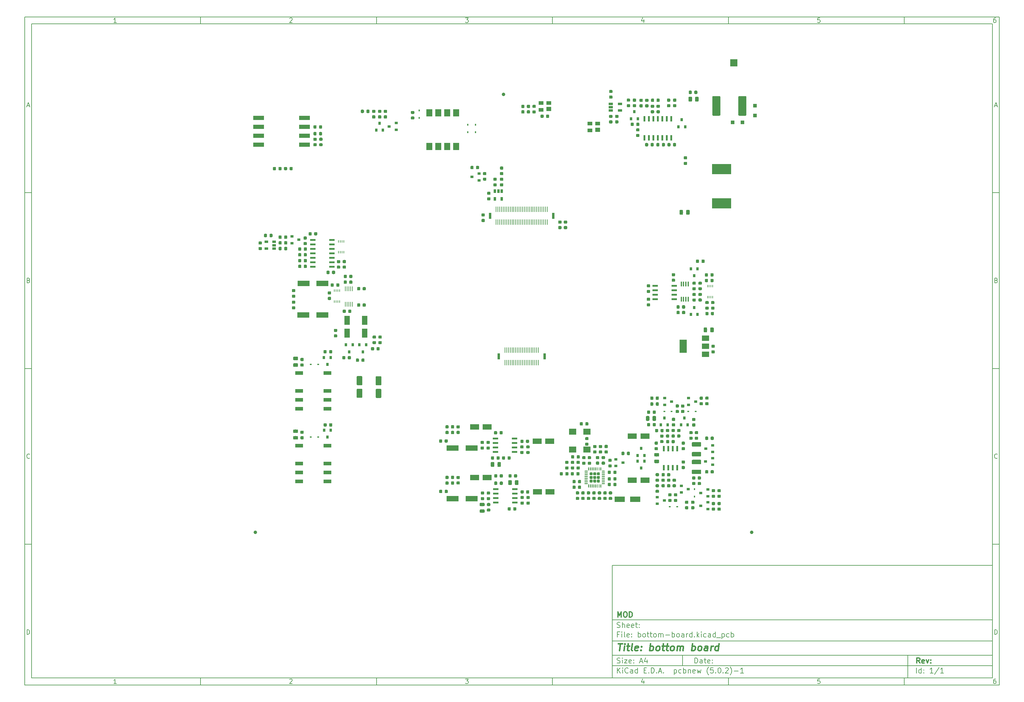
<source format=gbr>
G04 #@! TF.GenerationSoftware,KiCad,Pcbnew,(5.0.2)-1*
G04 #@! TF.CreationDate,2019-02-25T13:30:52+01:00*
G04 #@! TF.ProjectId,bottom-board,626f7474-6f6d-42d6-926f-6172642e6b69,rev?*
G04 #@! TF.SameCoordinates,PX48111b4PY15fd6c8*
G04 #@! TF.FileFunction,Paste,Top*
G04 #@! TF.FilePolarity,Positive*
%FSLAX46Y46*%
G04 Gerber Fmt 4.6, Leading zero omitted, Abs format (unit mm)*
G04 Created by KiCad (PCBNEW (5.0.2)-1) date 25-2-2019 13:30:52*
%MOMM*%
%LPD*%
G01*
G04 APERTURE LIST*
%ADD10C,0.100000*%
%ADD11C,0.150000*%
%ADD12C,0.300000*%
%ADD13C,0.400000*%
%ADD14R,2.594000X1.594000*%
%ADD15R,0.794000X0.894000*%
%ADD16C,0.869000*%
%ADD17R,0.444000X1.444000*%
%ADD18R,0.294000X1.394000*%
%ADD19R,3.494000X1.594000*%
%ADD20R,1.054000X0.644000*%
%ADD21R,5.394000X2.894000*%
%ADD22R,1.994000X1.794000*%
%ADD23R,1.994000X1.994000*%
%ADD24R,2.194000X0.994000*%
%ADD25R,0.294000X0.794000*%
%ADD26C,0.994000*%
%ADD27C,0.969000*%
%ADD28R,2.994000X1.594000*%
%ADD29C,1.244000*%
%ADD30R,1.594000X2.594000*%
%ADD31R,1.094000X1.094000*%
%ADD32R,0.894000X0.794000*%
%ADD33R,0.594000X0.444000*%
%ADD34R,1.394000X0.994000*%
%ADD35R,1.394000X1.194000*%
%ADD36R,0.444000X0.594000*%
%ADD37C,2.294000*%
%ADD38R,3.169000X1.264000*%
%ADD39R,0.644000X1.054000*%
%ADD40R,0.594000X1.544000*%
%ADD41R,1.544000X0.594000*%
%ADD42R,1.214000X0.644000*%
%ADD43R,0.594000X1.494000*%
%ADD44R,1.494000X0.594000*%
%ADD45R,0.794000X1.794000*%
%ADD46R,0.294000X1.594000*%
%ADD47C,0.830000*%
%ADD48C,0.244000*%
%ADD49R,1.994000X3.794000*%
%ADD50R,1.994000X1.494000*%
%ADD51R,1.774000X1.994000*%
%ADD52C,1.594000*%
G04 APERTURE END LIST*
D10*
D11*
X101434660Y-142949080D02*
X101434660Y-174949080D01*
X209434660Y-174949080D01*
X209434660Y-142949080D01*
X101434660Y-142949080D01*
D10*
D11*
X-65567540Y13058120D02*
X-65567540Y-176949080D01*
X211434660Y-176949080D01*
X211434660Y13058120D01*
X-65567540Y13058120D01*
D10*
D11*
X-63567540Y11058120D02*
X-63567540Y-174949080D01*
X209434660Y-174949080D01*
X209434660Y11058120D01*
X-63567540Y11058120D01*
D10*
D11*
X-15567540Y11058120D02*
X-15567540Y13058120D01*
D10*
D11*
X34432460Y11058120D02*
X34432460Y13058120D01*
D10*
D11*
X84432460Y11058120D02*
X84432460Y13058120D01*
D10*
D11*
X134432460Y11058120D02*
X134432460Y13058120D01*
D10*
D11*
X184432460Y11058120D02*
X184432460Y13058120D01*
D10*
D11*
X-39502064Y11470025D02*
X-40244921Y11470025D01*
X-39873493Y11470025D02*
X-39873493Y12770025D01*
X-39997302Y12584311D01*
X-40121112Y12460501D01*
X-40244921Y12398597D01*
D10*
D11*
X9755079Y12646216D02*
X9816983Y12708120D01*
X9940793Y12770025D01*
X10250317Y12770025D01*
X10374126Y12708120D01*
X10436031Y12646216D01*
X10497936Y12522406D01*
X10497936Y12398597D01*
X10436031Y12212882D01*
X9693174Y11470025D01*
X10497936Y11470025D01*
D10*
D11*
X59693174Y12770025D02*
X60497936Y12770025D01*
X60064602Y12274787D01*
X60250317Y12274787D01*
X60374126Y12212882D01*
X60436031Y12150978D01*
X60497936Y12027168D01*
X60497936Y11717644D01*
X60436031Y11593835D01*
X60374126Y11531930D01*
X60250317Y11470025D01*
X59878888Y11470025D01*
X59755079Y11531930D01*
X59693174Y11593835D01*
D10*
D11*
X110374126Y12336692D02*
X110374126Y11470025D01*
X110064602Y12831930D02*
X109755079Y11903359D01*
X110559840Y11903359D01*
D10*
D11*
X160436031Y12770025D02*
X159816983Y12770025D01*
X159755079Y12150978D01*
X159816983Y12212882D01*
X159940793Y12274787D01*
X160250317Y12274787D01*
X160374126Y12212882D01*
X160436031Y12150978D01*
X160497936Y12027168D01*
X160497936Y11717644D01*
X160436031Y11593835D01*
X160374126Y11531930D01*
X160250317Y11470025D01*
X159940793Y11470025D01*
X159816983Y11531930D01*
X159755079Y11593835D01*
D10*
D11*
X210374126Y12770025D02*
X210126507Y12770025D01*
X210002698Y12708120D01*
X209940793Y12646216D01*
X209816983Y12460501D01*
X209755079Y12212882D01*
X209755079Y11717644D01*
X209816983Y11593835D01*
X209878888Y11531930D01*
X210002698Y11470025D01*
X210250317Y11470025D01*
X210374126Y11531930D01*
X210436031Y11593835D01*
X210497936Y11717644D01*
X210497936Y12027168D01*
X210436031Y12150978D01*
X210374126Y12212882D01*
X210250317Y12274787D01*
X210002698Y12274787D01*
X209878888Y12212882D01*
X209816983Y12150978D01*
X209755079Y12027168D01*
D10*
D11*
X-15567540Y-174949080D02*
X-15567540Y-176949080D01*
D10*
D11*
X34432460Y-174949080D02*
X34432460Y-176949080D01*
D10*
D11*
X84432460Y-174949080D02*
X84432460Y-176949080D01*
D10*
D11*
X134432460Y-174949080D02*
X134432460Y-176949080D01*
D10*
D11*
X184432460Y-174949080D02*
X184432460Y-176949080D01*
D10*
D11*
X-39502064Y-176537175D02*
X-40244921Y-176537175D01*
X-39873493Y-176537175D02*
X-39873493Y-175237175D01*
X-39997302Y-175422889D01*
X-40121112Y-175546699D01*
X-40244921Y-175608603D01*
D10*
D11*
X9755079Y-175360984D02*
X9816983Y-175299080D01*
X9940793Y-175237175D01*
X10250317Y-175237175D01*
X10374126Y-175299080D01*
X10436031Y-175360984D01*
X10497936Y-175484794D01*
X10497936Y-175608603D01*
X10436031Y-175794318D01*
X9693174Y-176537175D01*
X10497936Y-176537175D01*
D10*
D11*
X59693174Y-175237175D02*
X60497936Y-175237175D01*
X60064602Y-175732413D01*
X60250317Y-175732413D01*
X60374126Y-175794318D01*
X60436031Y-175856222D01*
X60497936Y-175980032D01*
X60497936Y-176289556D01*
X60436031Y-176413365D01*
X60374126Y-176475270D01*
X60250317Y-176537175D01*
X59878888Y-176537175D01*
X59755079Y-176475270D01*
X59693174Y-176413365D01*
D10*
D11*
X110374126Y-175670508D02*
X110374126Y-176537175D01*
X110064602Y-175175270D02*
X109755079Y-176103841D01*
X110559840Y-176103841D01*
D10*
D11*
X160436031Y-175237175D02*
X159816983Y-175237175D01*
X159755079Y-175856222D01*
X159816983Y-175794318D01*
X159940793Y-175732413D01*
X160250317Y-175732413D01*
X160374126Y-175794318D01*
X160436031Y-175856222D01*
X160497936Y-175980032D01*
X160497936Y-176289556D01*
X160436031Y-176413365D01*
X160374126Y-176475270D01*
X160250317Y-176537175D01*
X159940793Y-176537175D01*
X159816983Y-176475270D01*
X159755079Y-176413365D01*
D10*
D11*
X210374126Y-175237175D02*
X210126507Y-175237175D01*
X210002698Y-175299080D01*
X209940793Y-175360984D01*
X209816983Y-175546699D01*
X209755079Y-175794318D01*
X209755079Y-176289556D01*
X209816983Y-176413365D01*
X209878888Y-176475270D01*
X210002698Y-176537175D01*
X210250317Y-176537175D01*
X210374126Y-176475270D01*
X210436031Y-176413365D01*
X210497936Y-176289556D01*
X210497936Y-175980032D01*
X210436031Y-175856222D01*
X210374126Y-175794318D01*
X210250317Y-175732413D01*
X210002698Y-175732413D01*
X209878888Y-175794318D01*
X209816983Y-175856222D01*
X209755079Y-175980032D01*
D10*
D11*
X-65567540Y-36941880D02*
X-63567540Y-36941880D01*
D10*
D11*
X-65567540Y-86941880D02*
X-63567540Y-86941880D01*
D10*
D11*
X-65567540Y-136941880D02*
X-63567540Y-136941880D01*
D10*
D11*
X-64877064Y-12158546D02*
X-64258017Y-12158546D01*
X-65000874Y-12529975D02*
X-64567540Y-11229975D01*
X-64134207Y-12529975D01*
D10*
D11*
X-64474683Y-61849022D02*
X-64288969Y-61910927D01*
X-64227064Y-61972832D01*
X-64165160Y-62096641D01*
X-64165160Y-62282356D01*
X-64227064Y-62406165D01*
X-64288969Y-62468070D01*
X-64412779Y-62529975D01*
X-64908017Y-62529975D01*
X-64908017Y-61229975D01*
X-64474683Y-61229975D01*
X-64350874Y-61291880D01*
X-64288969Y-61353784D01*
X-64227064Y-61477594D01*
X-64227064Y-61601403D01*
X-64288969Y-61725213D01*
X-64350874Y-61787118D01*
X-64474683Y-61849022D01*
X-64908017Y-61849022D01*
D10*
D11*
X-64165160Y-112406165D02*
X-64227064Y-112468070D01*
X-64412779Y-112529975D01*
X-64536588Y-112529975D01*
X-64722302Y-112468070D01*
X-64846112Y-112344260D01*
X-64908017Y-112220451D01*
X-64969921Y-111972832D01*
X-64969921Y-111787118D01*
X-64908017Y-111539499D01*
X-64846112Y-111415689D01*
X-64722302Y-111291880D01*
X-64536588Y-111229975D01*
X-64412779Y-111229975D01*
X-64227064Y-111291880D01*
X-64165160Y-111353784D01*
D10*
D11*
X-64908017Y-162529975D02*
X-64908017Y-161229975D01*
X-64598493Y-161229975D01*
X-64412779Y-161291880D01*
X-64288969Y-161415689D01*
X-64227064Y-161539499D01*
X-64165160Y-161787118D01*
X-64165160Y-161972832D01*
X-64227064Y-162220451D01*
X-64288969Y-162344260D01*
X-64412779Y-162468070D01*
X-64598493Y-162529975D01*
X-64908017Y-162529975D01*
D10*
D11*
X211434660Y-36941880D02*
X209434660Y-36941880D01*
D10*
D11*
X211434660Y-86941880D02*
X209434660Y-86941880D01*
D10*
D11*
X211434660Y-136941880D02*
X209434660Y-136941880D01*
D10*
D11*
X210125136Y-12158546D02*
X210744183Y-12158546D01*
X210001326Y-12529975D02*
X210434660Y-11229975D01*
X210867993Y-12529975D01*
D10*
D11*
X210527517Y-61849022D02*
X210713231Y-61910927D01*
X210775136Y-61972832D01*
X210837040Y-62096641D01*
X210837040Y-62282356D01*
X210775136Y-62406165D01*
X210713231Y-62468070D01*
X210589421Y-62529975D01*
X210094183Y-62529975D01*
X210094183Y-61229975D01*
X210527517Y-61229975D01*
X210651326Y-61291880D01*
X210713231Y-61353784D01*
X210775136Y-61477594D01*
X210775136Y-61601403D01*
X210713231Y-61725213D01*
X210651326Y-61787118D01*
X210527517Y-61849022D01*
X210094183Y-61849022D01*
D10*
D11*
X210837040Y-112406165D02*
X210775136Y-112468070D01*
X210589421Y-112529975D01*
X210465612Y-112529975D01*
X210279898Y-112468070D01*
X210156088Y-112344260D01*
X210094183Y-112220451D01*
X210032279Y-111972832D01*
X210032279Y-111787118D01*
X210094183Y-111539499D01*
X210156088Y-111415689D01*
X210279898Y-111291880D01*
X210465612Y-111229975D01*
X210589421Y-111229975D01*
X210775136Y-111291880D01*
X210837040Y-111353784D01*
D10*
D11*
X210094183Y-162529975D02*
X210094183Y-161229975D01*
X210403707Y-161229975D01*
X210589421Y-161291880D01*
X210713231Y-161415689D01*
X210775136Y-161539499D01*
X210837040Y-161787118D01*
X210837040Y-161972832D01*
X210775136Y-162220451D01*
X210713231Y-162344260D01*
X210589421Y-162468070D01*
X210403707Y-162529975D01*
X210094183Y-162529975D01*
D10*
D11*
X124866802Y-170727651D02*
X124866802Y-169227651D01*
X125223945Y-169227651D01*
X125438231Y-169299080D01*
X125581088Y-169441937D01*
X125652517Y-169584794D01*
X125723945Y-169870508D01*
X125723945Y-170084794D01*
X125652517Y-170370508D01*
X125581088Y-170513365D01*
X125438231Y-170656222D01*
X125223945Y-170727651D01*
X124866802Y-170727651D01*
X127009660Y-170727651D02*
X127009660Y-169941937D01*
X126938231Y-169799080D01*
X126795374Y-169727651D01*
X126509660Y-169727651D01*
X126366802Y-169799080D01*
X127009660Y-170656222D02*
X126866802Y-170727651D01*
X126509660Y-170727651D01*
X126366802Y-170656222D01*
X126295374Y-170513365D01*
X126295374Y-170370508D01*
X126366802Y-170227651D01*
X126509660Y-170156222D01*
X126866802Y-170156222D01*
X127009660Y-170084794D01*
X127509660Y-169727651D02*
X128081088Y-169727651D01*
X127723945Y-169227651D02*
X127723945Y-170513365D01*
X127795374Y-170656222D01*
X127938231Y-170727651D01*
X128081088Y-170727651D01*
X129152517Y-170656222D02*
X129009660Y-170727651D01*
X128723945Y-170727651D01*
X128581088Y-170656222D01*
X128509660Y-170513365D01*
X128509660Y-169941937D01*
X128581088Y-169799080D01*
X128723945Y-169727651D01*
X129009660Y-169727651D01*
X129152517Y-169799080D01*
X129223945Y-169941937D01*
X129223945Y-170084794D01*
X128509660Y-170227651D01*
X129866802Y-170584794D02*
X129938231Y-170656222D01*
X129866802Y-170727651D01*
X129795374Y-170656222D01*
X129866802Y-170584794D01*
X129866802Y-170727651D01*
X129866802Y-169799080D02*
X129938231Y-169870508D01*
X129866802Y-169941937D01*
X129795374Y-169870508D01*
X129866802Y-169799080D01*
X129866802Y-169941937D01*
D10*
D11*
X101434660Y-171449080D02*
X209434660Y-171449080D01*
D10*
D11*
X102866802Y-173527651D02*
X102866802Y-172027651D01*
X103723945Y-173527651D02*
X103081088Y-172670508D01*
X103723945Y-172027651D02*
X102866802Y-172884794D01*
X104366802Y-173527651D02*
X104366802Y-172527651D01*
X104366802Y-172027651D02*
X104295374Y-172099080D01*
X104366802Y-172170508D01*
X104438231Y-172099080D01*
X104366802Y-172027651D01*
X104366802Y-172170508D01*
X105938231Y-173384794D02*
X105866802Y-173456222D01*
X105652517Y-173527651D01*
X105509660Y-173527651D01*
X105295374Y-173456222D01*
X105152517Y-173313365D01*
X105081088Y-173170508D01*
X105009660Y-172884794D01*
X105009660Y-172670508D01*
X105081088Y-172384794D01*
X105152517Y-172241937D01*
X105295374Y-172099080D01*
X105509660Y-172027651D01*
X105652517Y-172027651D01*
X105866802Y-172099080D01*
X105938231Y-172170508D01*
X107223945Y-173527651D02*
X107223945Y-172741937D01*
X107152517Y-172599080D01*
X107009660Y-172527651D01*
X106723945Y-172527651D01*
X106581088Y-172599080D01*
X107223945Y-173456222D02*
X107081088Y-173527651D01*
X106723945Y-173527651D01*
X106581088Y-173456222D01*
X106509660Y-173313365D01*
X106509660Y-173170508D01*
X106581088Y-173027651D01*
X106723945Y-172956222D01*
X107081088Y-172956222D01*
X107223945Y-172884794D01*
X108581088Y-173527651D02*
X108581088Y-172027651D01*
X108581088Y-173456222D02*
X108438231Y-173527651D01*
X108152517Y-173527651D01*
X108009660Y-173456222D01*
X107938231Y-173384794D01*
X107866802Y-173241937D01*
X107866802Y-172813365D01*
X107938231Y-172670508D01*
X108009660Y-172599080D01*
X108152517Y-172527651D01*
X108438231Y-172527651D01*
X108581088Y-172599080D01*
X110438231Y-172741937D02*
X110938231Y-172741937D01*
X111152517Y-173527651D02*
X110438231Y-173527651D01*
X110438231Y-172027651D01*
X111152517Y-172027651D01*
X111795374Y-173384794D02*
X111866802Y-173456222D01*
X111795374Y-173527651D01*
X111723945Y-173456222D01*
X111795374Y-173384794D01*
X111795374Y-173527651D01*
X112509660Y-173527651D02*
X112509660Y-172027651D01*
X112866802Y-172027651D01*
X113081088Y-172099080D01*
X113223945Y-172241937D01*
X113295374Y-172384794D01*
X113366802Y-172670508D01*
X113366802Y-172884794D01*
X113295374Y-173170508D01*
X113223945Y-173313365D01*
X113081088Y-173456222D01*
X112866802Y-173527651D01*
X112509660Y-173527651D01*
X114009660Y-173384794D02*
X114081088Y-173456222D01*
X114009660Y-173527651D01*
X113938231Y-173456222D01*
X114009660Y-173384794D01*
X114009660Y-173527651D01*
X114652517Y-173099080D02*
X115366802Y-173099080D01*
X114509660Y-173527651D02*
X115009660Y-172027651D01*
X115509660Y-173527651D01*
X116009660Y-173384794D02*
X116081088Y-173456222D01*
X116009660Y-173527651D01*
X115938231Y-173456222D01*
X116009660Y-173384794D01*
X116009660Y-173527651D01*
X119009660Y-172527651D02*
X119009660Y-174027651D01*
X119009660Y-172599080D02*
X119152517Y-172527651D01*
X119438231Y-172527651D01*
X119581088Y-172599080D01*
X119652517Y-172670508D01*
X119723945Y-172813365D01*
X119723945Y-173241937D01*
X119652517Y-173384794D01*
X119581088Y-173456222D01*
X119438231Y-173527651D01*
X119152517Y-173527651D01*
X119009660Y-173456222D01*
X121009660Y-173456222D02*
X120866802Y-173527651D01*
X120581088Y-173527651D01*
X120438231Y-173456222D01*
X120366802Y-173384794D01*
X120295374Y-173241937D01*
X120295374Y-172813365D01*
X120366802Y-172670508D01*
X120438231Y-172599080D01*
X120581088Y-172527651D01*
X120866802Y-172527651D01*
X121009660Y-172599080D01*
X121652517Y-173527651D02*
X121652517Y-172027651D01*
X121652517Y-172599080D02*
X121795374Y-172527651D01*
X122081088Y-172527651D01*
X122223945Y-172599080D01*
X122295374Y-172670508D01*
X122366802Y-172813365D01*
X122366802Y-173241937D01*
X122295374Y-173384794D01*
X122223945Y-173456222D01*
X122081088Y-173527651D01*
X121795374Y-173527651D01*
X121652517Y-173456222D01*
X123009660Y-172527651D02*
X123009660Y-173527651D01*
X123009660Y-172670508D02*
X123081088Y-172599080D01*
X123223945Y-172527651D01*
X123438231Y-172527651D01*
X123581088Y-172599080D01*
X123652517Y-172741937D01*
X123652517Y-173527651D01*
X124938231Y-173456222D02*
X124795374Y-173527651D01*
X124509660Y-173527651D01*
X124366802Y-173456222D01*
X124295374Y-173313365D01*
X124295374Y-172741937D01*
X124366802Y-172599080D01*
X124509660Y-172527651D01*
X124795374Y-172527651D01*
X124938231Y-172599080D01*
X125009660Y-172741937D01*
X125009660Y-172884794D01*
X124295374Y-173027651D01*
X125509660Y-172527651D02*
X125795374Y-173527651D01*
X126081088Y-172813365D01*
X126366802Y-173527651D01*
X126652517Y-172527651D01*
X128795374Y-174099080D02*
X128723945Y-174027651D01*
X128581088Y-173813365D01*
X128509660Y-173670508D01*
X128438231Y-173456222D01*
X128366802Y-173099080D01*
X128366802Y-172813365D01*
X128438231Y-172456222D01*
X128509660Y-172241937D01*
X128581088Y-172099080D01*
X128723945Y-171884794D01*
X128795374Y-171813365D01*
X130081088Y-172027651D02*
X129366802Y-172027651D01*
X129295374Y-172741937D01*
X129366802Y-172670508D01*
X129509660Y-172599080D01*
X129866802Y-172599080D01*
X130009660Y-172670508D01*
X130081088Y-172741937D01*
X130152517Y-172884794D01*
X130152517Y-173241937D01*
X130081088Y-173384794D01*
X130009660Y-173456222D01*
X129866802Y-173527651D01*
X129509660Y-173527651D01*
X129366802Y-173456222D01*
X129295374Y-173384794D01*
X130795374Y-173384794D02*
X130866802Y-173456222D01*
X130795374Y-173527651D01*
X130723945Y-173456222D01*
X130795374Y-173384794D01*
X130795374Y-173527651D01*
X131795374Y-172027651D02*
X131938231Y-172027651D01*
X132081088Y-172099080D01*
X132152517Y-172170508D01*
X132223945Y-172313365D01*
X132295374Y-172599080D01*
X132295374Y-172956222D01*
X132223945Y-173241937D01*
X132152517Y-173384794D01*
X132081088Y-173456222D01*
X131938231Y-173527651D01*
X131795374Y-173527651D01*
X131652517Y-173456222D01*
X131581088Y-173384794D01*
X131509660Y-173241937D01*
X131438231Y-172956222D01*
X131438231Y-172599080D01*
X131509660Y-172313365D01*
X131581088Y-172170508D01*
X131652517Y-172099080D01*
X131795374Y-172027651D01*
X132938231Y-173384794D02*
X133009660Y-173456222D01*
X132938231Y-173527651D01*
X132866802Y-173456222D01*
X132938231Y-173384794D01*
X132938231Y-173527651D01*
X133581088Y-172170508D02*
X133652517Y-172099080D01*
X133795374Y-172027651D01*
X134152517Y-172027651D01*
X134295374Y-172099080D01*
X134366802Y-172170508D01*
X134438231Y-172313365D01*
X134438231Y-172456222D01*
X134366802Y-172670508D01*
X133509660Y-173527651D01*
X134438231Y-173527651D01*
X134938231Y-174099080D02*
X135009660Y-174027651D01*
X135152517Y-173813365D01*
X135223945Y-173670508D01*
X135295374Y-173456222D01*
X135366802Y-173099080D01*
X135366802Y-172813365D01*
X135295374Y-172456222D01*
X135223945Y-172241937D01*
X135152517Y-172099080D01*
X135009660Y-171884794D01*
X134938231Y-171813365D01*
X136081088Y-172956222D02*
X137223945Y-172956222D01*
X138723945Y-173527651D02*
X137866802Y-173527651D01*
X138295374Y-173527651D02*
X138295374Y-172027651D01*
X138152517Y-172241937D01*
X138009660Y-172384794D01*
X137866802Y-172456222D01*
D10*
D11*
X101434660Y-168449080D02*
X209434660Y-168449080D01*
D10*
D12*
X188843945Y-170727651D02*
X188343945Y-170013365D01*
X187986802Y-170727651D02*
X187986802Y-169227651D01*
X188558231Y-169227651D01*
X188701088Y-169299080D01*
X188772517Y-169370508D01*
X188843945Y-169513365D01*
X188843945Y-169727651D01*
X188772517Y-169870508D01*
X188701088Y-169941937D01*
X188558231Y-170013365D01*
X187986802Y-170013365D01*
X190058231Y-170656222D02*
X189915374Y-170727651D01*
X189629660Y-170727651D01*
X189486802Y-170656222D01*
X189415374Y-170513365D01*
X189415374Y-169941937D01*
X189486802Y-169799080D01*
X189629660Y-169727651D01*
X189915374Y-169727651D01*
X190058231Y-169799080D01*
X190129660Y-169941937D01*
X190129660Y-170084794D01*
X189415374Y-170227651D01*
X190629660Y-169727651D02*
X190986802Y-170727651D01*
X191343945Y-169727651D01*
X191915374Y-170584794D02*
X191986802Y-170656222D01*
X191915374Y-170727651D01*
X191843945Y-170656222D01*
X191915374Y-170584794D01*
X191915374Y-170727651D01*
X191915374Y-169799080D02*
X191986802Y-169870508D01*
X191915374Y-169941937D01*
X191843945Y-169870508D01*
X191915374Y-169799080D01*
X191915374Y-169941937D01*
D10*
D11*
X102795374Y-170656222D02*
X103009660Y-170727651D01*
X103366802Y-170727651D01*
X103509660Y-170656222D01*
X103581088Y-170584794D01*
X103652517Y-170441937D01*
X103652517Y-170299080D01*
X103581088Y-170156222D01*
X103509660Y-170084794D01*
X103366802Y-170013365D01*
X103081088Y-169941937D01*
X102938231Y-169870508D01*
X102866802Y-169799080D01*
X102795374Y-169656222D01*
X102795374Y-169513365D01*
X102866802Y-169370508D01*
X102938231Y-169299080D01*
X103081088Y-169227651D01*
X103438231Y-169227651D01*
X103652517Y-169299080D01*
X104295374Y-170727651D02*
X104295374Y-169727651D01*
X104295374Y-169227651D02*
X104223945Y-169299080D01*
X104295374Y-169370508D01*
X104366802Y-169299080D01*
X104295374Y-169227651D01*
X104295374Y-169370508D01*
X104866802Y-169727651D02*
X105652517Y-169727651D01*
X104866802Y-170727651D01*
X105652517Y-170727651D01*
X106795374Y-170656222D02*
X106652517Y-170727651D01*
X106366802Y-170727651D01*
X106223945Y-170656222D01*
X106152517Y-170513365D01*
X106152517Y-169941937D01*
X106223945Y-169799080D01*
X106366802Y-169727651D01*
X106652517Y-169727651D01*
X106795374Y-169799080D01*
X106866802Y-169941937D01*
X106866802Y-170084794D01*
X106152517Y-170227651D01*
X107509660Y-170584794D02*
X107581088Y-170656222D01*
X107509660Y-170727651D01*
X107438231Y-170656222D01*
X107509660Y-170584794D01*
X107509660Y-170727651D01*
X107509660Y-169799080D02*
X107581088Y-169870508D01*
X107509660Y-169941937D01*
X107438231Y-169870508D01*
X107509660Y-169799080D01*
X107509660Y-169941937D01*
X109295374Y-170299080D02*
X110009660Y-170299080D01*
X109152517Y-170727651D02*
X109652517Y-169227651D01*
X110152517Y-170727651D01*
X111295374Y-169727651D02*
X111295374Y-170727651D01*
X110938231Y-169156222D02*
X110581088Y-170227651D01*
X111509660Y-170227651D01*
D10*
D11*
X187866802Y-173527651D02*
X187866802Y-172027651D01*
X189223945Y-173527651D02*
X189223945Y-172027651D01*
X189223945Y-173456222D02*
X189081088Y-173527651D01*
X188795374Y-173527651D01*
X188652517Y-173456222D01*
X188581088Y-173384794D01*
X188509660Y-173241937D01*
X188509660Y-172813365D01*
X188581088Y-172670508D01*
X188652517Y-172599080D01*
X188795374Y-172527651D01*
X189081088Y-172527651D01*
X189223945Y-172599080D01*
X189938231Y-173384794D02*
X190009660Y-173456222D01*
X189938231Y-173527651D01*
X189866802Y-173456222D01*
X189938231Y-173384794D01*
X189938231Y-173527651D01*
X189938231Y-172599080D02*
X190009660Y-172670508D01*
X189938231Y-172741937D01*
X189866802Y-172670508D01*
X189938231Y-172599080D01*
X189938231Y-172741937D01*
X192581088Y-173527651D02*
X191723945Y-173527651D01*
X192152517Y-173527651D02*
X192152517Y-172027651D01*
X192009660Y-172241937D01*
X191866802Y-172384794D01*
X191723945Y-172456222D01*
X194295374Y-171956222D02*
X193009660Y-173884794D01*
X195581088Y-173527651D02*
X194723945Y-173527651D01*
X195152517Y-173527651D02*
X195152517Y-172027651D01*
X195009660Y-172241937D01*
X194866802Y-172384794D01*
X194723945Y-172456222D01*
D10*
D11*
X101434660Y-164449080D02*
X209434660Y-164449080D01*
D10*
D13*
X103147040Y-165153841D02*
X104289898Y-165153841D01*
X103468469Y-167153841D02*
X103718469Y-165153841D01*
X104706564Y-167153841D02*
X104873231Y-165820508D01*
X104956564Y-165153841D02*
X104849421Y-165249080D01*
X104932755Y-165344318D01*
X105039898Y-165249080D01*
X104956564Y-165153841D01*
X104932755Y-165344318D01*
X105539898Y-165820508D02*
X106301802Y-165820508D01*
X105908945Y-165153841D02*
X105694660Y-166868127D01*
X105766088Y-167058603D01*
X105944660Y-167153841D01*
X106135136Y-167153841D01*
X107087517Y-167153841D02*
X106908945Y-167058603D01*
X106837517Y-166868127D01*
X107051802Y-165153841D01*
X108623231Y-167058603D02*
X108420850Y-167153841D01*
X108039898Y-167153841D01*
X107861326Y-167058603D01*
X107789898Y-166868127D01*
X107885136Y-166106222D01*
X108004183Y-165915746D01*
X108206564Y-165820508D01*
X108587517Y-165820508D01*
X108766088Y-165915746D01*
X108837517Y-166106222D01*
X108813707Y-166296699D01*
X107837517Y-166487175D01*
X109587517Y-166963365D02*
X109670850Y-167058603D01*
X109563707Y-167153841D01*
X109480374Y-167058603D01*
X109587517Y-166963365D01*
X109563707Y-167153841D01*
X109718469Y-165915746D02*
X109801802Y-166010984D01*
X109694660Y-166106222D01*
X109611326Y-166010984D01*
X109718469Y-165915746D01*
X109694660Y-166106222D01*
X112039898Y-167153841D02*
X112289898Y-165153841D01*
X112194660Y-165915746D02*
X112397040Y-165820508D01*
X112777993Y-165820508D01*
X112956564Y-165915746D01*
X113039898Y-166010984D01*
X113111326Y-166201460D01*
X113039898Y-166772889D01*
X112920850Y-166963365D01*
X112813707Y-167058603D01*
X112611326Y-167153841D01*
X112230374Y-167153841D01*
X112051802Y-167058603D01*
X114135136Y-167153841D02*
X113956564Y-167058603D01*
X113873231Y-166963365D01*
X113801802Y-166772889D01*
X113873231Y-166201460D01*
X113992279Y-166010984D01*
X114099421Y-165915746D01*
X114301802Y-165820508D01*
X114587517Y-165820508D01*
X114766088Y-165915746D01*
X114849421Y-166010984D01*
X114920850Y-166201460D01*
X114849421Y-166772889D01*
X114730374Y-166963365D01*
X114623231Y-167058603D01*
X114420850Y-167153841D01*
X114135136Y-167153841D01*
X115539898Y-165820508D02*
X116301802Y-165820508D01*
X115908945Y-165153841D02*
X115694660Y-166868127D01*
X115766088Y-167058603D01*
X115944660Y-167153841D01*
X116135136Y-167153841D01*
X116682755Y-165820508D02*
X117444660Y-165820508D01*
X117051802Y-165153841D02*
X116837517Y-166868127D01*
X116908945Y-167058603D01*
X117087517Y-167153841D01*
X117277993Y-167153841D01*
X118230374Y-167153841D02*
X118051802Y-167058603D01*
X117968469Y-166963365D01*
X117897040Y-166772889D01*
X117968469Y-166201460D01*
X118087517Y-166010984D01*
X118194660Y-165915746D01*
X118397040Y-165820508D01*
X118682755Y-165820508D01*
X118861326Y-165915746D01*
X118944660Y-166010984D01*
X119016088Y-166201460D01*
X118944660Y-166772889D01*
X118825612Y-166963365D01*
X118718469Y-167058603D01*
X118516088Y-167153841D01*
X118230374Y-167153841D01*
X119754183Y-167153841D02*
X119920850Y-165820508D01*
X119897040Y-166010984D02*
X120004183Y-165915746D01*
X120206564Y-165820508D01*
X120492279Y-165820508D01*
X120670850Y-165915746D01*
X120742279Y-166106222D01*
X120611326Y-167153841D01*
X120742279Y-166106222D02*
X120861326Y-165915746D01*
X121063707Y-165820508D01*
X121349421Y-165820508D01*
X121527993Y-165915746D01*
X121599421Y-166106222D01*
X121468469Y-167153841D01*
X123944660Y-167153841D02*
X124194660Y-165153841D01*
X124099421Y-165915746D02*
X124301802Y-165820508D01*
X124682755Y-165820508D01*
X124861326Y-165915746D01*
X124944660Y-166010984D01*
X125016088Y-166201460D01*
X124944660Y-166772889D01*
X124825612Y-166963365D01*
X124718469Y-167058603D01*
X124516088Y-167153841D01*
X124135136Y-167153841D01*
X123956564Y-167058603D01*
X126039898Y-167153841D02*
X125861326Y-167058603D01*
X125777993Y-166963365D01*
X125706564Y-166772889D01*
X125777993Y-166201460D01*
X125897040Y-166010984D01*
X126004183Y-165915746D01*
X126206564Y-165820508D01*
X126492279Y-165820508D01*
X126670850Y-165915746D01*
X126754183Y-166010984D01*
X126825612Y-166201460D01*
X126754183Y-166772889D01*
X126635136Y-166963365D01*
X126527993Y-167058603D01*
X126325612Y-167153841D01*
X126039898Y-167153841D01*
X128420850Y-167153841D02*
X128551802Y-166106222D01*
X128480374Y-165915746D01*
X128301802Y-165820508D01*
X127920850Y-165820508D01*
X127718469Y-165915746D01*
X128432755Y-167058603D02*
X128230374Y-167153841D01*
X127754183Y-167153841D01*
X127575612Y-167058603D01*
X127504183Y-166868127D01*
X127527993Y-166677651D01*
X127647040Y-166487175D01*
X127849421Y-166391937D01*
X128325612Y-166391937D01*
X128527993Y-166296699D01*
X129373231Y-167153841D02*
X129539898Y-165820508D01*
X129492279Y-166201460D02*
X129611326Y-166010984D01*
X129718469Y-165915746D01*
X129920850Y-165820508D01*
X130111326Y-165820508D01*
X131468469Y-167153841D02*
X131718469Y-165153841D01*
X131480374Y-167058603D02*
X131277993Y-167153841D01*
X130897040Y-167153841D01*
X130718469Y-167058603D01*
X130635136Y-166963365D01*
X130563707Y-166772889D01*
X130635136Y-166201460D01*
X130754183Y-166010984D01*
X130861326Y-165915746D01*
X131063707Y-165820508D01*
X131444660Y-165820508D01*
X131623231Y-165915746D01*
D10*
D11*
X103366802Y-162541937D02*
X102866802Y-162541937D01*
X102866802Y-163327651D02*
X102866802Y-161827651D01*
X103581088Y-161827651D01*
X104152517Y-163327651D02*
X104152517Y-162327651D01*
X104152517Y-161827651D02*
X104081088Y-161899080D01*
X104152517Y-161970508D01*
X104223945Y-161899080D01*
X104152517Y-161827651D01*
X104152517Y-161970508D01*
X105081088Y-163327651D02*
X104938231Y-163256222D01*
X104866802Y-163113365D01*
X104866802Y-161827651D01*
X106223945Y-163256222D02*
X106081088Y-163327651D01*
X105795374Y-163327651D01*
X105652517Y-163256222D01*
X105581088Y-163113365D01*
X105581088Y-162541937D01*
X105652517Y-162399080D01*
X105795374Y-162327651D01*
X106081088Y-162327651D01*
X106223945Y-162399080D01*
X106295374Y-162541937D01*
X106295374Y-162684794D01*
X105581088Y-162827651D01*
X106938231Y-163184794D02*
X107009660Y-163256222D01*
X106938231Y-163327651D01*
X106866802Y-163256222D01*
X106938231Y-163184794D01*
X106938231Y-163327651D01*
X106938231Y-162399080D02*
X107009660Y-162470508D01*
X106938231Y-162541937D01*
X106866802Y-162470508D01*
X106938231Y-162399080D01*
X106938231Y-162541937D01*
X108795374Y-163327651D02*
X108795374Y-161827651D01*
X108795374Y-162399080D02*
X108938231Y-162327651D01*
X109223945Y-162327651D01*
X109366802Y-162399080D01*
X109438231Y-162470508D01*
X109509660Y-162613365D01*
X109509660Y-163041937D01*
X109438231Y-163184794D01*
X109366802Y-163256222D01*
X109223945Y-163327651D01*
X108938231Y-163327651D01*
X108795374Y-163256222D01*
X110366802Y-163327651D02*
X110223945Y-163256222D01*
X110152517Y-163184794D01*
X110081088Y-163041937D01*
X110081088Y-162613365D01*
X110152517Y-162470508D01*
X110223945Y-162399080D01*
X110366802Y-162327651D01*
X110581088Y-162327651D01*
X110723945Y-162399080D01*
X110795374Y-162470508D01*
X110866802Y-162613365D01*
X110866802Y-163041937D01*
X110795374Y-163184794D01*
X110723945Y-163256222D01*
X110581088Y-163327651D01*
X110366802Y-163327651D01*
X111295374Y-162327651D02*
X111866802Y-162327651D01*
X111509660Y-161827651D02*
X111509660Y-163113365D01*
X111581088Y-163256222D01*
X111723945Y-163327651D01*
X111866802Y-163327651D01*
X112152517Y-162327651D02*
X112723945Y-162327651D01*
X112366802Y-161827651D02*
X112366802Y-163113365D01*
X112438231Y-163256222D01*
X112581088Y-163327651D01*
X112723945Y-163327651D01*
X113438231Y-163327651D02*
X113295374Y-163256222D01*
X113223945Y-163184794D01*
X113152517Y-163041937D01*
X113152517Y-162613365D01*
X113223945Y-162470508D01*
X113295374Y-162399080D01*
X113438231Y-162327651D01*
X113652517Y-162327651D01*
X113795374Y-162399080D01*
X113866802Y-162470508D01*
X113938231Y-162613365D01*
X113938231Y-163041937D01*
X113866802Y-163184794D01*
X113795374Y-163256222D01*
X113652517Y-163327651D01*
X113438231Y-163327651D01*
X114581088Y-163327651D02*
X114581088Y-162327651D01*
X114581088Y-162470508D02*
X114652517Y-162399080D01*
X114795374Y-162327651D01*
X115009660Y-162327651D01*
X115152517Y-162399080D01*
X115223945Y-162541937D01*
X115223945Y-163327651D01*
X115223945Y-162541937D02*
X115295374Y-162399080D01*
X115438231Y-162327651D01*
X115652517Y-162327651D01*
X115795374Y-162399080D01*
X115866802Y-162541937D01*
X115866802Y-163327651D01*
X116581088Y-162756222D02*
X117723945Y-162756222D01*
X118438231Y-163327651D02*
X118438231Y-161827651D01*
X118438231Y-162399080D02*
X118581088Y-162327651D01*
X118866802Y-162327651D01*
X119009660Y-162399080D01*
X119081088Y-162470508D01*
X119152517Y-162613365D01*
X119152517Y-163041937D01*
X119081088Y-163184794D01*
X119009660Y-163256222D01*
X118866802Y-163327651D01*
X118581088Y-163327651D01*
X118438231Y-163256222D01*
X120009660Y-163327651D02*
X119866802Y-163256222D01*
X119795374Y-163184794D01*
X119723945Y-163041937D01*
X119723945Y-162613365D01*
X119795374Y-162470508D01*
X119866802Y-162399080D01*
X120009660Y-162327651D01*
X120223945Y-162327651D01*
X120366802Y-162399080D01*
X120438231Y-162470508D01*
X120509660Y-162613365D01*
X120509660Y-163041937D01*
X120438231Y-163184794D01*
X120366802Y-163256222D01*
X120223945Y-163327651D01*
X120009660Y-163327651D01*
X121795374Y-163327651D02*
X121795374Y-162541937D01*
X121723945Y-162399080D01*
X121581088Y-162327651D01*
X121295374Y-162327651D01*
X121152517Y-162399080D01*
X121795374Y-163256222D02*
X121652517Y-163327651D01*
X121295374Y-163327651D01*
X121152517Y-163256222D01*
X121081088Y-163113365D01*
X121081088Y-162970508D01*
X121152517Y-162827651D01*
X121295374Y-162756222D01*
X121652517Y-162756222D01*
X121795374Y-162684794D01*
X122509660Y-163327651D02*
X122509660Y-162327651D01*
X122509660Y-162613365D02*
X122581088Y-162470508D01*
X122652517Y-162399080D01*
X122795374Y-162327651D01*
X122938231Y-162327651D01*
X124081088Y-163327651D02*
X124081088Y-161827651D01*
X124081088Y-163256222D02*
X123938231Y-163327651D01*
X123652517Y-163327651D01*
X123509660Y-163256222D01*
X123438231Y-163184794D01*
X123366802Y-163041937D01*
X123366802Y-162613365D01*
X123438231Y-162470508D01*
X123509660Y-162399080D01*
X123652517Y-162327651D01*
X123938231Y-162327651D01*
X124081088Y-162399080D01*
X124795374Y-163184794D02*
X124866802Y-163256222D01*
X124795374Y-163327651D01*
X124723945Y-163256222D01*
X124795374Y-163184794D01*
X124795374Y-163327651D01*
X125509660Y-163327651D02*
X125509660Y-161827651D01*
X125652517Y-162756222D02*
X126081088Y-163327651D01*
X126081088Y-162327651D02*
X125509660Y-162899080D01*
X126723945Y-163327651D02*
X126723945Y-162327651D01*
X126723945Y-161827651D02*
X126652517Y-161899080D01*
X126723945Y-161970508D01*
X126795374Y-161899080D01*
X126723945Y-161827651D01*
X126723945Y-161970508D01*
X128081088Y-163256222D02*
X127938231Y-163327651D01*
X127652517Y-163327651D01*
X127509660Y-163256222D01*
X127438231Y-163184794D01*
X127366802Y-163041937D01*
X127366802Y-162613365D01*
X127438231Y-162470508D01*
X127509660Y-162399080D01*
X127652517Y-162327651D01*
X127938231Y-162327651D01*
X128081088Y-162399080D01*
X129366802Y-163327651D02*
X129366802Y-162541937D01*
X129295374Y-162399080D01*
X129152517Y-162327651D01*
X128866802Y-162327651D01*
X128723945Y-162399080D01*
X129366802Y-163256222D02*
X129223945Y-163327651D01*
X128866802Y-163327651D01*
X128723945Y-163256222D01*
X128652517Y-163113365D01*
X128652517Y-162970508D01*
X128723945Y-162827651D01*
X128866802Y-162756222D01*
X129223945Y-162756222D01*
X129366802Y-162684794D01*
X130723945Y-163327651D02*
X130723945Y-161827651D01*
X130723945Y-163256222D02*
X130581088Y-163327651D01*
X130295374Y-163327651D01*
X130152517Y-163256222D01*
X130081088Y-163184794D01*
X130009660Y-163041937D01*
X130009660Y-162613365D01*
X130081088Y-162470508D01*
X130152517Y-162399080D01*
X130295374Y-162327651D01*
X130581088Y-162327651D01*
X130723945Y-162399080D01*
X131081088Y-163470508D02*
X132223945Y-163470508D01*
X132581088Y-162327651D02*
X132581088Y-163827651D01*
X132581088Y-162399080D02*
X132723945Y-162327651D01*
X133009660Y-162327651D01*
X133152517Y-162399080D01*
X133223945Y-162470508D01*
X133295374Y-162613365D01*
X133295374Y-163041937D01*
X133223945Y-163184794D01*
X133152517Y-163256222D01*
X133009660Y-163327651D01*
X132723945Y-163327651D01*
X132581088Y-163256222D01*
X134581088Y-163256222D02*
X134438231Y-163327651D01*
X134152517Y-163327651D01*
X134009660Y-163256222D01*
X133938231Y-163184794D01*
X133866802Y-163041937D01*
X133866802Y-162613365D01*
X133938231Y-162470508D01*
X134009660Y-162399080D01*
X134152517Y-162327651D01*
X134438231Y-162327651D01*
X134581088Y-162399080D01*
X135223945Y-163327651D02*
X135223945Y-161827651D01*
X135223945Y-162399080D02*
X135366802Y-162327651D01*
X135652517Y-162327651D01*
X135795374Y-162399080D01*
X135866802Y-162470508D01*
X135938231Y-162613365D01*
X135938231Y-163041937D01*
X135866802Y-163184794D01*
X135795374Y-163256222D01*
X135652517Y-163327651D01*
X135366802Y-163327651D01*
X135223945Y-163256222D01*
D10*
D11*
X101434660Y-158449080D02*
X209434660Y-158449080D01*
D10*
D11*
X102795374Y-160556222D02*
X103009660Y-160627651D01*
X103366802Y-160627651D01*
X103509660Y-160556222D01*
X103581088Y-160484794D01*
X103652517Y-160341937D01*
X103652517Y-160199080D01*
X103581088Y-160056222D01*
X103509660Y-159984794D01*
X103366802Y-159913365D01*
X103081088Y-159841937D01*
X102938231Y-159770508D01*
X102866802Y-159699080D01*
X102795374Y-159556222D01*
X102795374Y-159413365D01*
X102866802Y-159270508D01*
X102938231Y-159199080D01*
X103081088Y-159127651D01*
X103438231Y-159127651D01*
X103652517Y-159199080D01*
X104295374Y-160627651D02*
X104295374Y-159127651D01*
X104938231Y-160627651D02*
X104938231Y-159841937D01*
X104866802Y-159699080D01*
X104723945Y-159627651D01*
X104509660Y-159627651D01*
X104366802Y-159699080D01*
X104295374Y-159770508D01*
X106223945Y-160556222D02*
X106081088Y-160627651D01*
X105795374Y-160627651D01*
X105652517Y-160556222D01*
X105581088Y-160413365D01*
X105581088Y-159841937D01*
X105652517Y-159699080D01*
X105795374Y-159627651D01*
X106081088Y-159627651D01*
X106223945Y-159699080D01*
X106295374Y-159841937D01*
X106295374Y-159984794D01*
X105581088Y-160127651D01*
X107509660Y-160556222D02*
X107366802Y-160627651D01*
X107081088Y-160627651D01*
X106938231Y-160556222D01*
X106866802Y-160413365D01*
X106866802Y-159841937D01*
X106938231Y-159699080D01*
X107081088Y-159627651D01*
X107366802Y-159627651D01*
X107509660Y-159699080D01*
X107581088Y-159841937D01*
X107581088Y-159984794D01*
X106866802Y-160127651D01*
X108009660Y-159627651D02*
X108581088Y-159627651D01*
X108223945Y-159127651D02*
X108223945Y-160413365D01*
X108295374Y-160556222D01*
X108438231Y-160627651D01*
X108581088Y-160627651D01*
X109081088Y-160484794D02*
X109152517Y-160556222D01*
X109081088Y-160627651D01*
X109009660Y-160556222D01*
X109081088Y-160484794D01*
X109081088Y-160627651D01*
X109081088Y-159699080D02*
X109152517Y-159770508D01*
X109081088Y-159841937D01*
X109009660Y-159770508D01*
X109081088Y-159699080D01*
X109081088Y-159841937D01*
D10*
D12*
X102986802Y-157627651D02*
X102986802Y-156127651D01*
X103486802Y-157199080D01*
X103986802Y-156127651D01*
X103986802Y-157627651D01*
X104986802Y-156127651D02*
X105272517Y-156127651D01*
X105415374Y-156199080D01*
X105558231Y-156341937D01*
X105629660Y-156627651D01*
X105629660Y-157127651D01*
X105558231Y-157413365D01*
X105415374Y-157556222D01*
X105272517Y-157627651D01*
X104986802Y-157627651D01*
X104843945Y-157556222D01*
X104701088Y-157413365D01*
X104629660Y-157127651D01*
X104629660Y-156627651D01*
X104701088Y-156341937D01*
X104843945Y-156199080D01*
X104986802Y-156127651D01*
X106272517Y-157627651D02*
X106272517Y-156127651D01*
X106629660Y-156127651D01*
X106843945Y-156199080D01*
X106986802Y-156341937D01*
X107058231Y-156484794D01*
X107129660Y-156770508D01*
X107129660Y-156984794D01*
X107058231Y-157270508D01*
X106986802Y-157413365D01*
X106843945Y-157556222D01*
X106629660Y-157627651D01*
X106272517Y-157627651D01*
D10*
D11*
X121434660Y-168449080D02*
X121434660Y-171449080D01*
D10*
D11*
X185434660Y-168449080D02*
X185434660Y-174949080D01*
D14*
G04 #@! TO.C,CA24*
X65876580Y-117909340D03*
X62276580Y-117909340D03*
G04 #@! TD*
D15*
G04 #@! TO.C,Q10*
X120944600Y-102988620D03*
X122844600Y-102988620D03*
X121894600Y-100988620D03*
G04 #@! TD*
D10*
G04 #@! TO.C,R28*
G36*
X22077364Y-62714086D02*
X22098453Y-62717214D01*
X22119134Y-62722395D01*
X22139208Y-62729577D01*
X22158481Y-62738693D01*
X22176768Y-62749653D01*
X22193892Y-62762353D01*
X22209689Y-62776671D01*
X22224007Y-62792468D01*
X22236707Y-62809592D01*
X22247667Y-62827879D01*
X22256783Y-62847152D01*
X22263965Y-62867226D01*
X22269146Y-62887907D01*
X22272274Y-62908996D01*
X22273320Y-62930290D01*
X22273320Y-63439790D01*
X22272274Y-63461084D01*
X22269146Y-63482173D01*
X22263965Y-63502854D01*
X22256783Y-63522928D01*
X22247667Y-63542201D01*
X22236707Y-63560488D01*
X22224007Y-63577612D01*
X22209689Y-63593409D01*
X22193892Y-63607727D01*
X22176768Y-63620427D01*
X22158481Y-63631387D01*
X22139208Y-63640503D01*
X22119134Y-63647685D01*
X22098453Y-63652866D01*
X22077364Y-63655994D01*
X22056070Y-63657040D01*
X21621570Y-63657040D01*
X21600276Y-63655994D01*
X21579187Y-63652866D01*
X21558506Y-63647685D01*
X21538432Y-63640503D01*
X21519159Y-63631387D01*
X21500872Y-63620427D01*
X21483748Y-63607727D01*
X21467951Y-63593409D01*
X21453633Y-63577612D01*
X21440933Y-63560488D01*
X21429973Y-63542201D01*
X21420857Y-63522928D01*
X21413675Y-63502854D01*
X21408494Y-63482173D01*
X21405366Y-63461084D01*
X21404320Y-63439790D01*
X21404320Y-62930290D01*
X21405366Y-62908996D01*
X21408494Y-62887907D01*
X21413675Y-62867226D01*
X21420857Y-62847152D01*
X21429973Y-62827879D01*
X21440933Y-62809592D01*
X21453633Y-62792468D01*
X21467951Y-62776671D01*
X21483748Y-62762353D01*
X21500872Y-62749653D01*
X21519159Y-62738693D01*
X21538432Y-62729577D01*
X21558506Y-62722395D01*
X21579187Y-62717214D01*
X21600276Y-62714086D01*
X21621570Y-62713040D01*
X22056070Y-62713040D01*
X22077364Y-62714086D01*
X22077364Y-62714086D01*
G37*
D16*
X21838820Y-63185040D03*
D10*
G36*
X23652364Y-62714086D02*
X23673453Y-62717214D01*
X23694134Y-62722395D01*
X23714208Y-62729577D01*
X23733481Y-62738693D01*
X23751768Y-62749653D01*
X23768892Y-62762353D01*
X23784689Y-62776671D01*
X23799007Y-62792468D01*
X23811707Y-62809592D01*
X23822667Y-62827879D01*
X23831783Y-62847152D01*
X23838965Y-62867226D01*
X23844146Y-62887907D01*
X23847274Y-62908996D01*
X23848320Y-62930290D01*
X23848320Y-63439790D01*
X23847274Y-63461084D01*
X23844146Y-63482173D01*
X23838965Y-63502854D01*
X23831783Y-63522928D01*
X23822667Y-63542201D01*
X23811707Y-63560488D01*
X23799007Y-63577612D01*
X23784689Y-63593409D01*
X23768892Y-63607727D01*
X23751768Y-63620427D01*
X23733481Y-63631387D01*
X23714208Y-63640503D01*
X23694134Y-63647685D01*
X23673453Y-63652866D01*
X23652364Y-63655994D01*
X23631070Y-63657040D01*
X23196570Y-63657040D01*
X23175276Y-63655994D01*
X23154187Y-63652866D01*
X23133506Y-63647685D01*
X23113432Y-63640503D01*
X23094159Y-63631387D01*
X23075872Y-63620427D01*
X23058748Y-63607727D01*
X23042951Y-63593409D01*
X23028633Y-63577612D01*
X23015933Y-63560488D01*
X23004973Y-63542201D01*
X22995857Y-63522928D01*
X22988675Y-63502854D01*
X22983494Y-63482173D01*
X22980366Y-63461084D01*
X22979320Y-63439790D01*
X22979320Y-62930290D01*
X22980366Y-62908996D01*
X22983494Y-62887907D01*
X22988675Y-62867226D01*
X22995857Y-62847152D01*
X23004973Y-62827879D01*
X23015933Y-62809592D01*
X23028633Y-62792468D01*
X23042951Y-62776671D01*
X23058748Y-62762353D01*
X23075872Y-62749653D01*
X23094159Y-62738693D01*
X23113432Y-62729577D01*
X23133506Y-62722395D01*
X23154187Y-62717214D01*
X23175276Y-62714086D01*
X23196570Y-62713040D01*
X23631070Y-62713040D01*
X23652364Y-62714086D01*
X23652364Y-62714086D01*
G37*
D16*
X23413820Y-63185040D03*
G04 #@! TD*
D17*
G04 #@! TO.C,U20*
X121041520Y-62864640D03*
X121691520Y-62864640D03*
X122341520Y-62864640D03*
X122991520Y-62864640D03*
X122991520Y-67264640D03*
X122341520Y-67264640D03*
X121691520Y-67264640D03*
X121041520Y-67264640D03*
G04 #@! TD*
D15*
G04 #@! TO.C,D14*
X124686060Y-69573140D03*
X125636060Y-71573140D03*
X123736060Y-71573140D03*
G04 #@! TD*
D10*
G04 #@! TO.C,RA36*
G36*
X129994444Y-59828646D02*
X130015533Y-59831774D01*
X130036214Y-59836955D01*
X130056288Y-59844137D01*
X130075561Y-59853253D01*
X130093848Y-59864213D01*
X130110972Y-59876913D01*
X130126769Y-59891231D01*
X130141087Y-59907028D01*
X130153787Y-59924152D01*
X130164747Y-59942439D01*
X130173863Y-59961712D01*
X130181045Y-59981786D01*
X130186226Y-60002467D01*
X130189354Y-60023556D01*
X130190400Y-60044850D01*
X130190400Y-60554350D01*
X130189354Y-60575644D01*
X130186226Y-60596733D01*
X130181045Y-60617414D01*
X130173863Y-60637488D01*
X130164747Y-60656761D01*
X130153787Y-60675048D01*
X130141087Y-60692172D01*
X130126769Y-60707969D01*
X130110972Y-60722287D01*
X130093848Y-60734987D01*
X130075561Y-60745947D01*
X130056288Y-60755063D01*
X130036214Y-60762245D01*
X130015533Y-60767426D01*
X129994444Y-60770554D01*
X129973150Y-60771600D01*
X129538650Y-60771600D01*
X129517356Y-60770554D01*
X129496267Y-60767426D01*
X129475586Y-60762245D01*
X129455512Y-60755063D01*
X129436239Y-60745947D01*
X129417952Y-60734987D01*
X129400828Y-60722287D01*
X129385031Y-60707969D01*
X129370713Y-60692172D01*
X129358013Y-60675048D01*
X129347053Y-60656761D01*
X129337937Y-60637488D01*
X129330755Y-60617414D01*
X129325574Y-60596733D01*
X129322446Y-60575644D01*
X129321400Y-60554350D01*
X129321400Y-60044850D01*
X129322446Y-60023556D01*
X129325574Y-60002467D01*
X129330755Y-59981786D01*
X129337937Y-59961712D01*
X129347053Y-59942439D01*
X129358013Y-59924152D01*
X129370713Y-59907028D01*
X129385031Y-59891231D01*
X129400828Y-59876913D01*
X129417952Y-59864213D01*
X129436239Y-59853253D01*
X129455512Y-59844137D01*
X129475586Y-59836955D01*
X129496267Y-59831774D01*
X129517356Y-59828646D01*
X129538650Y-59827600D01*
X129973150Y-59827600D01*
X129994444Y-59828646D01*
X129994444Y-59828646D01*
G37*
D16*
X129755900Y-60299600D03*
D10*
G36*
X128419444Y-59828646D02*
X128440533Y-59831774D01*
X128461214Y-59836955D01*
X128481288Y-59844137D01*
X128500561Y-59853253D01*
X128518848Y-59864213D01*
X128535972Y-59876913D01*
X128551769Y-59891231D01*
X128566087Y-59907028D01*
X128578787Y-59924152D01*
X128589747Y-59942439D01*
X128598863Y-59961712D01*
X128606045Y-59981786D01*
X128611226Y-60002467D01*
X128614354Y-60023556D01*
X128615400Y-60044850D01*
X128615400Y-60554350D01*
X128614354Y-60575644D01*
X128611226Y-60596733D01*
X128606045Y-60617414D01*
X128598863Y-60637488D01*
X128589747Y-60656761D01*
X128578787Y-60675048D01*
X128566087Y-60692172D01*
X128551769Y-60707969D01*
X128535972Y-60722287D01*
X128518848Y-60734987D01*
X128500561Y-60745947D01*
X128481288Y-60755063D01*
X128461214Y-60762245D01*
X128440533Y-60767426D01*
X128419444Y-60770554D01*
X128398150Y-60771600D01*
X127963650Y-60771600D01*
X127942356Y-60770554D01*
X127921267Y-60767426D01*
X127900586Y-60762245D01*
X127880512Y-60755063D01*
X127861239Y-60745947D01*
X127842952Y-60734987D01*
X127825828Y-60722287D01*
X127810031Y-60707969D01*
X127795713Y-60692172D01*
X127783013Y-60675048D01*
X127772053Y-60656761D01*
X127762937Y-60637488D01*
X127755755Y-60617414D01*
X127750574Y-60596733D01*
X127747446Y-60575644D01*
X127746400Y-60554350D01*
X127746400Y-60044850D01*
X127747446Y-60023556D01*
X127750574Y-60002467D01*
X127755755Y-59981786D01*
X127762937Y-59961712D01*
X127772053Y-59942439D01*
X127783013Y-59924152D01*
X127795713Y-59907028D01*
X127810031Y-59891231D01*
X127825828Y-59876913D01*
X127842952Y-59864213D01*
X127861239Y-59853253D01*
X127880512Y-59844137D01*
X127900586Y-59836955D01*
X127921267Y-59831774D01*
X127942356Y-59828646D01*
X127963650Y-59827600D01*
X128398150Y-59827600D01*
X128419444Y-59828646D01*
X128419444Y-59828646D01*
G37*
D16*
X128180900Y-60299600D03*
G04 #@! TD*
D10*
G04 #@! TO.C,R57*
G36*
X119115024Y-100960606D02*
X119136113Y-100963734D01*
X119156794Y-100968915D01*
X119176868Y-100976097D01*
X119196141Y-100985213D01*
X119214428Y-100996173D01*
X119231552Y-101008873D01*
X119247349Y-101023191D01*
X119261667Y-101038988D01*
X119274367Y-101056112D01*
X119285327Y-101074399D01*
X119294443Y-101093672D01*
X119301625Y-101113746D01*
X119306806Y-101134427D01*
X119309934Y-101155516D01*
X119310980Y-101176810D01*
X119310980Y-101611310D01*
X119309934Y-101632604D01*
X119306806Y-101653693D01*
X119301625Y-101674374D01*
X119294443Y-101694448D01*
X119285327Y-101713721D01*
X119274367Y-101732008D01*
X119261667Y-101749132D01*
X119247349Y-101764929D01*
X119231552Y-101779247D01*
X119214428Y-101791947D01*
X119196141Y-101802907D01*
X119176868Y-101812023D01*
X119156794Y-101819205D01*
X119136113Y-101824386D01*
X119115024Y-101827514D01*
X119093730Y-101828560D01*
X118584230Y-101828560D01*
X118562936Y-101827514D01*
X118541847Y-101824386D01*
X118521166Y-101819205D01*
X118501092Y-101812023D01*
X118481819Y-101802907D01*
X118463532Y-101791947D01*
X118446408Y-101779247D01*
X118430611Y-101764929D01*
X118416293Y-101749132D01*
X118403593Y-101732008D01*
X118392633Y-101713721D01*
X118383517Y-101694448D01*
X118376335Y-101674374D01*
X118371154Y-101653693D01*
X118368026Y-101632604D01*
X118366980Y-101611310D01*
X118366980Y-101176810D01*
X118368026Y-101155516D01*
X118371154Y-101134427D01*
X118376335Y-101113746D01*
X118383517Y-101093672D01*
X118392633Y-101074399D01*
X118403593Y-101056112D01*
X118416293Y-101038988D01*
X118430611Y-101023191D01*
X118446408Y-101008873D01*
X118463532Y-100996173D01*
X118481819Y-100985213D01*
X118501092Y-100976097D01*
X118521166Y-100968915D01*
X118541847Y-100963734D01*
X118562936Y-100960606D01*
X118584230Y-100959560D01*
X119093730Y-100959560D01*
X119115024Y-100960606D01*
X119115024Y-100960606D01*
G37*
D16*
X118838980Y-101394060D03*
D10*
G36*
X119115024Y-102535606D02*
X119136113Y-102538734D01*
X119156794Y-102543915D01*
X119176868Y-102551097D01*
X119196141Y-102560213D01*
X119214428Y-102571173D01*
X119231552Y-102583873D01*
X119247349Y-102598191D01*
X119261667Y-102613988D01*
X119274367Y-102631112D01*
X119285327Y-102649399D01*
X119294443Y-102668672D01*
X119301625Y-102688746D01*
X119306806Y-102709427D01*
X119309934Y-102730516D01*
X119310980Y-102751810D01*
X119310980Y-103186310D01*
X119309934Y-103207604D01*
X119306806Y-103228693D01*
X119301625Y-103249374D01*
X119294443Y-103269448D01*
X119285327Y-103288721D01*
X119274367Y-103307008D01*
X119261667Y-103324132D01*
X119247349Y-103339929D01*
X119231552Y-103354247D01*
X119214428Y-103366947D01*
X119196141Y-103377907D01*
X119176868Y-103387023D01*
X119156794Y-103394205D01*
X119136113Y-103399386D01*
X119115024Y-103402514D01*
X119093730Y-103403560D01*
X118584230Y-103403560D01*
X118562936Y-103402514D01*
X118541847Y-103399386D01*
X118521166Y-103394205D01*
X118501092Y-103387023D01*
X118481819Y-103377907D01*
X118463532Y-103366947D01*
X118446408Y-103354247D01*
X118430611Y-103339929D01*
X118416293Y-103324132D01*
X118403593Y-103307008D01*
X118392633Y-103288721D01*
X118383517Y-103269448D01*
X118376335Y-103249374D01*
X118371154Y-103228693D01*
X118368026Y-103207604D01*
X118366980Y-103186310D01*
X118366980Y-102751810D01*
X118368026Y-102730516D01*
X118371154Y-102709427D01*
X118376335Y-102688746D01*
X118383517Y-102668672D01*
X118392633Y-102649399D01*
X118403593Y-102631112D01*
X118416293Y-102613988D01*
X118430611Y-102598191D01*
X118446408Y-102583873D01*
X118463532Y-102571173D01*
X118481819Y-102560213D01*
X118501092Y-102551097D01*
X118521166Y-102543915D01*
X118541847Y-102538734D01*
X118562936Y-102535606D01*
X118584230Y-102534560D01*
X119093730Y-102534560D01*
X119115024Y-102535606D01*
X119115024Y-102535606D01*
G37*
D16*
X118838980Y-102969060D03*
G04 #@! TD*
D10*
G04 #@! TO.C,C62*
G36*
X21332644Y-64996846D02*
X21353733Y-64999974D01*
X21374414Y-65005155D01*
X21394488Y-65012337D01*
X21413761Y-65021453D01*
X21432048Y-65032413D01*
X21449172Y-65045113D01*
X21464969Y-65059431D01*
X21479287Y-65075228D01*
X21491987Y-65092352D01*
X21502947Y-65110639D01*
X21512063Y-65129912D01*
X21519245Y-65149986D01*
X21524426Y-65170667D01*
X21527554Y-65191756D01*
X21528600Y-65213050D01*
X21528600Y-65647550D01*
X21527554Y-65668844D01*
X21524426Y-65689933D01*
X21519245Y-65710614D01*
X21512063Y-65730688D01*
X21502947Y-65749961D01*
X21491987Y-65768248D01*
X21479287Y-65785372D01*
X21464969Y-65801169D01*
X21449172Y-65815487D01*
X21432048Y-65828187D01*
X21413761Y-65839147D01*
X21394488Y-65848263D01*
X21374414Y-65855445D01*
X21353733Y-65860626D01*
X21332644Y-65863754D01*
X21311350Y-65864800D01*
X20801850Y-65864800D01*
X20780556Y-65863754D01*
X20759467Y-65860626D01*
X20738786Y-65855445D01*
X20718712Y-65848263D01*
X20699439Y-65839147D01*
X20681152Y-65828187D01*
X20664028Y-65815487D01*
X20648231Y-65801169D01*
X20633913Y-65785372D01*
X20621213Y-65768248D01*
X20610253Y-65749961D01*
X20601137Y-65730688D01*
X20593955Y-65710614D01*
X20588774Y-65689933D01*
X20585646Y-65668844D01*
X20584600Y-65647550D01*
X20584600Y-65213050D01*
X20585646Y-65191756D01*
X20588774Y-65170667D01*
X20593955Y-65149986D01*
X20601137Y-65129912D01*
X20610253Y-65110639D01*
X20621213Y-65092352D01*
X20633913Y-65075228D01*
X20648231Y-65059431D01*
X20664028Y-65045113D01*
X20681152Y-65032413D01*
X20699439Y-65021453D01*
X20718712Y-65012337D01*
X20738786Y-65005155D01*
X20759467Y-64999974D01*
X20780556Y-64996846D01*
X20801850Y-64995800D01*
X21311350Y-64995800D01*
X21332644Y-64996846D01*
X21332644Y-64996846D01*
G37*
D16*
X21056600Y-65430300D03*
D10*
G36*
X21332644Y-66571846D02*
X21353733Y-66574974D01*
X21374414Y-66580155D01*
X21394488Y-66587337D01*
X21413761Y-66596453D01*
X21432048Y-66607413D01*
X21449172Y-66620113D01*
X21464969Y-66634431D01*
X21479287Y-66650228D01*
X21491987Y-66667352D01*
X21502947Y-66685639D01*
X21512063Y-66704912D01*
X21519245Y-66724986D01*
X21524426Y-66745667D01*
X21527554Y-66766756D01*
X21528600Y-66788050D01*
X21528600Y-67222550D01*
X21527554Y-67243844D01*
X21524426Y-67264933D01*
X21519245Y-67285614D01*
X21512063Y-67305688D01*
X21502947Y-67324961D01*
X21491987Y-67343248D01*
X21479287Y-67360372D01*
X21464969Y-67376169D01*
X21449172Y-67390487D01*
X21432048Y-67403187D01*
X21413761Y-67414147D01*
X21394488Y-67423263D01*
X21374414Y-67430445D01*
X21353733Y-67435626D01*
X21332644Y-67438754D01*
X21311350Y-67439800D01*
X20801850Y-67439800D01*
X20780556Y-67438754D01*
X20759467Y-67435626D01*
X20738786Y-67430445D01*
X20718712Y-67423263D01*
X20699439Y-67414147D01*
X20681152Y-67403187D01*
X20664028Y-67390487D01*
X20648231Y-67376169D01*
X20633913Y-67360372D01*
X20621213Y-67343248D01*
X20610253Y-67324961D01*
X20601137Y-67305688D01*
X20593955Y-67285614D01*
X20588774Y-67264933D01*
X20585646Y-67243844D01*
X20584600Y-67222550D01*
X20584600Y-66788050D01*
X20585646Y-66766756D01*
X20588774Y-66745667D01*
X20593955Y-66724986D01*
X20601137Y-66704912D01*
X20610253Y-66685639D01*
X20621213Y-66667352D01*
X20633913Y-66650228D01*
X20648231Y-66634431D01*
X20664028Y-66620113D01*
X20681152Y-66607413D01*
X20699439Y-66596453D01*
X20718712Y-66587337D01*
X20738786Y-66580155D01*
X20759467Y-66574974D01*
X20780556Y-66571846D01*
X20801850Y-66570800D01*
X21311350Y-66570800D01*
X21332644Y-66571846D01*
X21332644Y-66571846D01*
G37*
D16*
X21056600Y-67005300D03*
G04 #@! TD*
D10*
G04 #@! TO.C,C59*
G36*
X25503824Y-70171526D02*
X25524913Y-70174654D01*
X25545594Y-70179835D01*
X25565668Y-70187017D01*
X25584941Y-70196133D01*
X25603228Y-70207093D01*
X25620352Y-70219793D01*
X25636149Y-70234111D01*
X25650467Y-70249908D01*
X25663167Y-70267032D01*
X25674127Y-70285319D01*
X25683243Y-70304592D01*
X25690425Y-70324666D01*
X25695606Y-70345347D01*
X25698734Y-70366436D01*
X25699780Y-70387730D01*
X25699780Y-70897230D01*
X25698734Y-70918524D01*
X25695606Y-70939613D01*
X25690425Y-70960294D01*
X25683243Y-70980368D01*
X25674127Y-70999641D01*
X25663167Y-71017928D01*
X25650467Y-71035052D01*
X25636149Y-71050849D01*
X25620352Y-71065167D01*
X25603228Y-71077867D01*
X25584941Y-71088827D01*
X25565668Y-71097943D01*
X25545594Y-71105125D01*
X25524913Y-71110306D01*
X25503824Y-71113434D01*
X25482530Y-71114480D01*
X25048030Y-71114480D01*
X25026736Y-71113434D01*
X25005647Y-71110306D01*
X24984966Y-71105125D01*
X24964892Y-71097943D01*
X24945619Y-71088827D01*
X24927332Y-71077867D01*
X24910208Y-71065167D01*
X24894411Y-71050849D01*
X24880093Y-71035052D01*
X24867393Y-71017928D01*
X24856433Y-70999641D01*
X24847317Y-70980368D01*
X24840135Y-70960294D01*
X24834954Y-70939613D01*
X24831826Y-70918524D01*
X24830780Y-70897230D01*
X24830780Y-70387730D01*
X24831826Y-70366436D01*
X24834954Y-70345347D01*
X24840135Y-70324666D01*
X24847317Y-70304592D01*
X24856433Y-70285319D01*
X24867393Y-70267032D01*
X24880093Y-70249908D01*
X24894411Y-70234111D01*
X24910208Y-70219793D01*
X24927332Y-70207093D01*
X24945619Y-70196133D01*
X24964892Y-70187017D01*
X24984966Y-70179835D01*
X25005647Y-70174654D01*
X25026736Y-70171526D01*
X25048030Y-70170480D01*
X25482530Y-70170480D01*
X25503824Y-70171526D01*
X25503824Y-70171526D01*
G37*
D16*
X25265280Y-70642480D03*
D10*
G36*
X27078824Y-70171526D02*
X27099913Y-70174654D01*
X27120594Y-70179835D01*
X27140668Y-70187017D01*
X27159941Y-70196133D01*
X27178228Y-70207093D01*
X27195352Y-70219793D01*
X27211149Y-70234111D01*
X27225467Y-70249908D01*
X27238167Y-70267032D01*
X27249127Y-70285319D01*
X27258243Y-70304592D01*
X27265425Y-70324666D01*
X27270606Y-70345347D01*
X27273734Y-70366436D01*
X27274780Y-70387730D01*
X27274780Y-70897230D01*
X27273734Y-70918524D01*
X27270606Y-70939613D01*
X27265425Y-70960294D01*
X27258243Y-70980368D01*
X27249127Y-70999641D01*
X27238167Y-71017928D01*
X27225467Y-71035052D01*
X27211149Y-71050849D01*
X27195352Y-71065167D01*
X27178228Y-71077867D01*
X27159941Y-71088827D01*
X27140668Y-71097943D01*
X27120594Y-71105125D01*
X27099913Y-71110306D01*
X27078824Y-71113434D01*
X27057530Y-71114480D01*
X26623030Y-71114480D01*
X26601736Y-71113434D01*
X26580647Y-71110306D01*
X26559966Y-71105125D01*
X26539892Y-71097943D01*
X26520619Y-71088827D01*
X26502332Y-71077867D01*
X26485208Y-71065167D01*
X26469411Y-71050849D01*
X26455093Y-71035052D01*
X26442393Y-71017928D01*
X26431433Y-70999641D01*
X26422317Y-70980368D01*
X26415135Y-70960294D01*
X26409954Y-70939613D01*
X26406826Y-70918524D01*
X26405780Y-70897230D01*
X26405780Y-70387730D01*
X26406826Y-70366436D01*
X26409954Y-70345347D01*
X26415135Y-70324666D01*
X26422317Y-70304592D01*
X26431433Y-70285319D01*
X26442393Y-70267032D01*
X26455093Y-70249908D01*
X26469411Y-70234111D01*
X26485208Y-70219793D01*
X26502332Y-70207093D01*
X26520619Y-70196133D01*
X26539892Y-70187017D01*
X26559966Y-70179835D01*
X26580647Y-70174654D01*
X26601736Y-70171526D01*
X26623030Y-70170480D01*
X27057530Y-70170480D01*
X27078824Y-70171526D01*
X27078824Y-70171526D01*
G37*
D16*
X26840280Y-70642480D03*
G04 #@! TD*
D18*
G04 #@! TO.C,U14*
X25550620Y-68633700D03*
X26050620Y-68633700D03*
X26550620Y-68633700D03*
X27050620Y-68633700D03*
X27550620Y-68633700D03*
X27550620Y-64233700D03*
X27050620Y-64233700D03*
X26550620Y-64233700D03*
X26050620Y-64233700D03*
X25550620Y-64233700D03*
G04 #@! TD*
D19*
G04 #@! TO.C,CA22*
X13677920Y-62738000D03*
X19077920Y-62738000D03*
G04 #@! TD*
D10*
G04 #@! TO.C,RA34*
G36*
X11139624Y-64354226D02*
X11160713Y-64357354D01*
X11181394Y-64362535D01*
X11201468Y-64369717D01*
X11220741Y-64378833D01*
X11239028Y-64389793D01*
X11256152Y-64402493D01*
X11271949Y-64416811D01*
X11286267Y-64432608D01*
X11298967Y-64449732D01*
X11309927Y-64468019D01*
X11319043Y-64487292D01*
X11326225Y-64507366D01*
X11331406Y-64528047D01*
X11334534Y-64549136D01*
X11335580Y-64570430D01*
X11335580Y-65004930D01*
X11334534Y-65026224D01*
X11331406Y-65047313D01*
X11326225Y-65067994D01*
X11319043Y-65088068D01*
X11309927Y-65107341D01*
X11298967Y-65125628D01*
X11286267Y-65142752D01*
X11271949Y-65158549D01*
X11256152Y-65172867D01*
X11239028Y-65185567D01*
X11220741Y-65196527D01*
X11201468Y-65205643D01*
X11181394Y-65212825D01*
X11160713Y-65218006D01*
X11139624Y-65221134D01*
X11118330Y-65222180D01*
X10608830Y-65222180D01*
X10587536Y-65221134D01*
X10566447Y-65218006D01*
X10545766Y-65212825D01*
X10525692Y-65205643D01*
X10506419Y-65196527D01*
X10488132Y-65185567D01*
X10471008Y-65172867D01*
X10455211Y-65158549D01*
X10440893Y-65142752D01*
X10428193Y-65125628D01*
X10417233Y-65107341D01*
X10408117Y-65088068D01*
X10400935Y-65067994D01*
X10395754Y-65047313D01*
X10392626Y-65026224D01*
X10391580Y-65004930D01*
X10391580Y-64570430D01*
X10392626Y-64549136D01*
X10395754Y-64528047D01*
X10400935Y-64507366D01*
X10408117Y-64487292D01*
X10417233Y-64468019D01*
X10428193Y-64449732D01*
X10440893Y-64432608D01*
X10455211Y-64416811D01*
X10471008Y-64402493D01*
X10488132Y-64389793D01*
X10506419Y-64378833D01*
X10525692Y-64369717D01*
X10545766Y-64362535D01*
X10566447Y-64357354D01*
X10587536Y-64354226D01*
X10608830Y-64353180D01*
X11118330Y-64353180D01*
X11139624Y-64354226D01*
X11139624Y-64354226D01*
G37*
D16*
X10863580Y-64787680D03*
D10*
G36*
X11139624Y-65929226D02*
X11160713Y-65932354D01*
X11181394Y-65937535D01*
X11201468Y-65944717D01*
X11220741Y-65953833D01*
X11239028Y-65964793D01*
X11256152Y-65977493D01*
X11271949Y-65991811D01*
X11286267Y-66007608D01*
X11298967Y-66024732D01*
X11309927Y-66043019D01*
X11319043Y-66062292D01*
X11326225Y-66082366D01*
X11331406Y-66103047D01*
X11334534Y-66124136D01*
X11335580Y-66145430D01*
X11335580Y-66579930D01*
X11334534Y-66601224D01*
X11331406Y-66622313D01*
X11326225Y-66642994D01*
X11319043Y-66663068D01*
X11309927Y-66682341D01*
X11298967Y-66700628D01*
X11286267Y-66717752D01*
X11271949Y-66733549D01*
X11256152Y-66747867D01*
X11239028Y-66760567D01*
X11220741Y-66771527D01*
X11201468Y-66780643D01*
X11181394Y-66787825D01*
X11160713Y-66793006D01*
X11139624Y-66796134D01*
X11118330Y-66797180D01*
X10608830Y-66797180D01*
X10587536Y-66796134D01*
X10566447Y-66793006D01*
X10545766Y-66787825D01*
X10525692Y-66780643D01*
X10506419Y-66771527D01*
X10488132Y-66760567D01*
X10471008Y-66747867D01*
X10455211Y-66733549D01*
X10440893Y-66717752D01*
X10428193Y-66700628D01*
X10417233Y-66682341D01*
X10408117Y-66663068D01*
X10400935Y-66642994D01*
X10395754Y-66622313D01*
X10392626Y-66601224D01*
X10391580Y-66579930D01*
X10391580Y-66145430D01*
X10392626Y-66124136D01*
X10395754Y-66103047D01*
X10400935Y-66082366D01*
X10408117Y-66062292D01*
X10417233Y-66043019D01*
X10428193Y-66024732D01*
X10440893Y-66007608D01*
X10455211Y-65991811D01*
X10471008Y-65977493D01*
X10488132Y-65964793D01*
X10506419Y-65953833D01*
X10525692Y-65944717D01*
X10545766Y-65937535D01*
X10566447Y-65932354D01*
X10587536Y-65929226D01*
X10608830Y-65928180D01*
X11118330Y-65928180D01*
X11139624Y-65929226D01*
X11139624Y-65929226D01*
G37*
D16*
X10863580Y-66362680D03*
G04 #@! TD*
D20*
G04 #@! TO.C,U4*
X5289118Y-52821946D03*
X5289118Y-51871946D03*
X5289118Y-50921946D03*
X3089118Y-50921946D03*
X3089118Y-52821946D03*
G04 #@! TD*
D21*
G04 #@! TO.C,L1*
X132486400Y-30222320D03*
X132486400Y-39922320D03*
G04 #@! TD*
D22*
G04 #@! TO.C,X1*
X90195654Y-104907482D03*
X90195654Y-109987482D03*
X94195654Y-109987482D03*
X94195654Y-104907482D03*
G04 #@! TD*
D10*
G04 #@! TO.C,C17*
G36*
X92860718Y-102216568D02*
X92881807Y-102219696D01*
X92902488Y-102224877D01*
X92922562Y-102232059D01*
X92941835Y-102241175D01*
X92960122Y-102252135D01*
X92977246Y-102264835D01*
X92993043Y-102279153D01*
X93007361Y-102294950D01*
X93020061Y-102312074D01*
X93031021Y-102330361D01*
X93040137Y-102349634D01*
X93047319Y-102369708D01*
X93052500Y-102390389D01*
X93055628Y-102411478D01*
X93056674Y-102432772D01*
X93056674Y-102942272D01*
X93055628Y-102963566D01*
X93052500Y-102984655D01*
X93047319Y-103005336D01*
X93040137Y-103025410D01*
X93031021Y-103044683D01*
X93020061Y-103062970D01*
X93007361Y-103080094D01*
X92993043Y-103095891D01*
X92977246Y-103110209D01*
X92960122Y-103122909D01*
X92941835Y-103133869D01*
X92922562Y-103142985D01*
X92902488Y-103150167D01*
X92881807Y-103155348D01*
X92860718Y-103158476D01*
X92839424Y-103159522D01*
X92404924Y-103159522D01*
X92383630Y-103158476D01*
X92362541Y-103155348D01*
X92341860Y-103150167D01*
X92321786Y-103142985D01*
X92302513Y-103133869D01*
X92284226Y-103122909D01*
X92267102Y-103110209D01*
X92251305Y-103095891D01*
X92236987Y-103080094D01*
X92224287Y-103062970D01*
X92213327Y-103044683D01*
X92204211Y-103025410D01*
X92197029Y-103005336D01*
X92191848Y-102984655D01*
X92188720Y-102963566D01*
X92187674Y-102942272D01*
X92187674Y-102432772D01*
X92188720Y-102411478D01*
X92191848Y-102390389D01*
X92197029Y-102369708D01*
X92204211Y-102349634D01*
X92213327Y-102330361D01*
X92224287Y-102312074D01*
X92236987Y-102294950D01*
X92251305Y-102279153D01*
X92267102Y-102264835D01*
X92284226Y-102252135D01*
X92302513Y-102241175D01*
X92321786Y-102232059D01*
X92341860Y-102224877D01*
X92362541Y-102219696D01*
X92383630Y-102216568D01*
X92404924Y-102215522D01*
X92839424Y-102215522D01*
X92860718Y-102216568D01*
X92860718Y-102216568D01*
G37*
D16*
X92622174Y-102687522D03*
D10*
G36*
X94435718Y-102216568D02*
X94456807Y-102219696D01*
X94477488Y-102224877D01*
X94497562Y-102232059D01*
X94516835Y-102241175D01*
X94535122Y-102252135D01*
X94552246Y-102264835D01*
X94568043Y-102279153D01*
X94582361Y-102294950D01*
X94595061Y-102312074D01*
X94606021Y-102330361D01*
X94615137Y-102349634D01*
X94622319Y-102369708D01*
X94627500Y-102390389D01*
X94630628Y-102411478D01*
X94631674Y-102432772D01*
X94631674Y-102942272D01*
X94630628Y-102963566D01*
X94627500Y-102984655D01*
X94622319Y-103005336D01*
X94615137Y-103025410D01*
X94606021Y-103044683D01*
X94595061Y-103062970D01*
X94582361Y-103080094D01*
X94568043Y-103095891D01*
X94552246Y-103110209D01*
X94535122Y-103122909D01*
X94516835Y-103133869D01*
X94497562Y-103142985D01*
X94477488Y-103150167D01*
X94456807Y-103155348D01*
X94435718Y-103158476D01*
X94414424Y-103159522D01*
X93979924Y-103159522D01*
X93958630Y-103158476D01*
X93937541Y-103155348D01*
X93916860Y-103150167D01*
X93896786Y-103142985D01*
X93877513Y-103133869D01*
X93859226Y-103122909D01*
X93842102Y-103110209D01*
X93826305Y-103095891D01*
X93811987Y-103080094D01*
X93799287Y-103062970D01*
X93788327Y-103044683D01*
X93779211Y-103025410D01*
X93772029Y-103005336D01*
X93766848Y-102984655D01*
X93763720Y-102963566D01*
X93762674Y-102942272D01*
X93762674Y-102432772D01*
X93763720Y-102411478D01*
X93766848Y-102390389D01*
X93772029Y-102369708D01*
X93779211Y-102349634D01*
X93788327Y-102330361D01*
X93799287Y-102312074D01*
X93811987Y-102294950D01*
X93826305Y-102279153D01*
X93842102Y-102264835D01*
X93859226Y-102252135D01*
X93877513Y-102241175D01*
X93896786Y-102232059D01*
X93916860Y-102224877D01*
X93937541Y-102219696D01*
X93958630Y-102216568D01*
X93979924Y-102215522D01*
X94414424Y-102215522D01*
X94435718Y-102216568D01*
X94435718Y-102216568D01*
G37*
D16*
X94197174Y-102687522D03*
G04 #@! TD*
D10*
G04 #@! TO.C,R29*
G36*
X79491024Y-11951586D02*
X79512113Y-11954714D01*
X79532794Y-11959895D01*
X79552868Y-11967077D01*
X79572141Y-11976193D01*
X79590428Y-11987153D01*
X79607552Y-11999853D01*
X79623349Y-12014171D01*
X79637667Y-12029968D01*
X79650367Y-12047092D01*
X79661327Y-12065379D01*
X79670443Y-12084652D01*
X79677625Y-12104726D01*
X79682806Y-12125407D01*
X79685934Y-12146496D01*
X79686980Y-12167790D01*
X79686980Y-12602290D01*
X79685934Y-12623584D01*
X79682806Y-12644673D01*
X79677625Y-12665354D01*
X79670443Y-12685428D01*
X79661327Y-12704701D01*
X79650367Y-12722988D01*
X79637667Y-12740112D01*
X79623349Y-12755909D01*
X79607552Y-12770227D01*
X79590428Y-12782927D01*
X79572141Y-12793887D01*
X79552868Y-12803003D01*
X79532794Y-12810185D01*
X79512113Y-12815366D01*
X79491024Y-12818494D01*
X79469730Y-12819540D01*
X78960230Y-12819540D01*
X78938936Y-12818494D01*
X78917847Y-12815366D01*
X78897166Y-12810185D01*
X78877092Y-12803003D01*
X78857819Y-12793887D01*
X78839532Y-12782927D01*
X78822408Y-12770227D01*
X78806611Y-12755909D01*
X78792293Y-12740112D01*
X78779593Y-12722988D01*
X78768633Y-12704701D01*
X78759517Y-12685428D01*
X78752335Y-12665354D01*
X78747154Y-12644673D01*
X78744026Y-12623584D01*
X78742980Y-12602290D01*
X78742980Y-12167790D01*
X78744026Y-12146496D01*
X78747154Y-12125407D01*
X78752335Y-12104726D01*
X78759517Y-12084652D01*
X78768633Y-12065379D01*
X78779593Y-12047092D01*
X78792293Y-12029968D01*
X78806611Y-12014171D01*
X78822408Y-11999853D01*
X78839532Y-11987153D01*
X78857819Y-11976193D01*
X78877092Y-11967077D01*
X78897166Y-11959895D01*
X78917847Y-11954714D01*
X78938936Y-11951586D01*
X78960230Y-11950540D01*
X79469730Y-11950540D01*
X79491024Y-11951586D01*
X79491024Y-11951586D01*
G37*
D16*
X79214980Y-12385040D03*
D10*
G36*
X79491024Y-13526586D02*
X79512113Y-13529714D01*
X79532794Y-13534895D01*
X79552868Y-13542077D01*
X79572141Y-13551193D01*
X79590428Y-13562153D01*
X79607552Y-13574853D01*
X79623349Y-13589171D01*
X79637667Y-13604968D01*
X79650367Y-13622092D01*
X79661327Y-13640379D01*
X79670443Y-13659652D01*
X79677625Y-13679726D01*
X79682806Y-13700407D01*
X79685934Y-13721496D01*
X79686980Y-13742790D01*
X79686980Y-14177290D01*
X79685934Y-14198584D01*
X79682806Y-14219673D01*
X79677625Y-14240354D01*
X79670443Y-14260428D01*
X79661327Y-14279701D01*
X79650367Y-14297988D01*
X79637667Y-14315112D01*
X79623349Y-14330909D01*
X79607552Y-14345227D01*
X79590428Y-14357927D01*
X79572141Y-14368887D01*
X79552868Y-14378003D01*
X79532794Y-14385185D01*
X79512113Y-14390366D01*
X79491024Y-14393494D01*
X79469730Y-14394540D01*
X78960230Y-14394540D01*
X78938936Y-14393494D01*
X78917847Y-14390366D01*
X78897166Y-14385185D01*
X78877092Y-14378003D01*
X78857819Y-14368887D01*
X78839532Y-14357927D01*
X78822408Y-14345227D01*
X78806611Y-14330909D01*
X78792293Y-14315112D01*
X78779593Y-14297988D01*
X78768633Y-14279701D01*
X78759517Y-14260428D01*
X78752335Y-14240354D01*
X78747154Y-14219673D01*
X78744026Y-14198584D01*
X78742980Y-14177290D01*
X78742980Y-13742790D01*
X78744026Y-13721496D01*
X78747154Y-13700407D01*
X78752335Y-13679726D01*
X78759517Y-13659652D01*
X78768633Y-13640379D01*
X78779593Y-13622092D01*
X78792293Y-13604968D01*
X78806611Y-13589171D01*
X78822408Y-13574853D01*
X78839532Y-13562153D01*
X78857819Y-13551193D01*
X78877092Y-13542077D01*
X78897166Y-13534895D01*
X78917847Y-13529714D01*
X78938936Y-13526586D01*
X78960230Y-13525540D01*
X79469730Y-13525540D01*
X79491024Y-13526586D01*
X79491024Y-13526586D01*
G37*
D16*
X79214980Y-13960040D03*
G04 #@! TD*
D10*
G04 #@! TO.C,R30*
G36*
X76258104Y-13488886D02*
X76279193Y-13492014D01*
X76299874Y-13497195D01*
X76319948Y-13504377D01*
X76339221Y-13513493D01*
X76357508Y-13524453D01*
X76374632Y-13537153D01*
X76390429Y-13551471D01*
X76404747Y-13567268D01*
X76417447Y-13584392D01*
X76428407Y-13602679D01*
X76437523Y-13621952D01*
X76444705Y-13642026D01*
X76449886Y-13662707D01*
X76453014Y-13683796D01*
X76454060Y-13705090D01*
X76454060Y-14214590D01*
X76453014Y-14235884D01*
X76449886Y-14256973D01*
X76444705Y-14277654D01*
X76437523Y-14297728D01*
X76428407Y-14317001D01*
X76417447Y-14335288D01*
X76404747Y-14352412D01*
X76390429Y-14368209D01*
X76374632Y-14382527D01*
X76357508Y-14395227D01*
X76339221Y-14406187D01*
X76319948Y-14415303D01*
X76299874Y-14422485D01*
X76279193Y-14427666D01*
X76258104Y-14430794D01*
X76236810Y-14431840D01*
X75802310Y-14431840D01*
X75781016Y-14430794D01*
X75759927Y-14427666D01*
X75739246Y-14422485D01*
X75719172Y-14415303D01*
X75699899Y-14406187D01*
X75681612Y-14395227D01*
X75664488Y-14382527D01*
X75648691Y-14368209D01*
X75634373Y-14352412D01*
X75621673Y-14335288D01*
X75610713Y-14317001D01*
X75601597Y-14297728D01*
X75594415Y-14277654D01*
X75589234Y-14256973D01*
X75586106Y-14235884D01*
X75585060Y-14214590D01*
X75585060Y-13705090D01*
X75586106Y-13683796D01*
X75589234Y-13662707D01*
X75594415Y-13642026D01*
X75601597Y-13621952D01*
X75610713Y-13602679D01*
X75621673Y-13584392D01*
X75634373Y-13567268D01*
X75648691Y-13551471D01*
X75664488Y-13537153D01*
X75681612Y-13524453D01*
X75699899Y-13513493D01*
X75719172Y-13504377D01*
X75739246Y-13497195D01*
X75759927Y-13492014D01*
X75781016Y-13488886D01*
X75802310Y-13487840D01*
X76236810Y-13487840D01*
X76258104Y-13488886D01*
X76258104Y-13488886D01*
G37*
D16*
X76019560Y-13959840D03*
D10*
G36*
X77833104Y-13488886D02*
X77854193Y-13492014D01*
X77874874Y-13497195D01*
X77894948Y-13504377D01*
X77914221Y-13513493D01*
X77932508Y-13524453D01*
X77949632Y-13537153D01*
X77965429Y-13551471D01*
X77979747Y-13567268D01*
X77992447Y-13584392D01*
X78003407Y-13602679D01*
X78012523Y-13621952D01*
X78019705Y-13642026D01*
X78024886Y-13662707D01*
X78028014Y-13683796D01*
X78029060Y-13705090D01*
X78029060Y-14214590D01*
X78028014Y-14235884D01*
X78024886Y-14256973D01*
X78019705Y-14277654D01*
X78012523Y-14297728D01*
X78003407Y-14317001D01*
X77992447Y-14335288D01*
X77979747Y-14352412D01*
X77965429Y-14368209D01*
X77949632Y-14382527D01*
X77932508Y-14395227D01*
X77914221Y-14406187D01*
X77894948Y-14415303D01*
X77874874Y-14422485D01*
X77854193Y-14427666D01*
X77833104Y-14430794D01*
X77811810Y-14431840D01*
X77377310Y-14431840D01*
X77356016Y-14430794D01*
X77334927Y-14427666D01*
X77314246Y-14422485D01*
X77294172Y-14415303D01*
X77274899Y-14406187D01*
X77256612Y-14395227D01*
X77239488Y-14382527D01*
X77223691Y-14368209D01*
X77209373Y-14352412D01*
X77196673Y-14335288D01*
X77185713Y-14317001D01*
X77176597Y-14297728D01*
X77169415Y-14277654D01*
X77164234Y-14256973D01*
X77161106Y-14235884D01*
X77160060Y-14214590D01*
X77160060Y-13705090D01*
X77161106Y-13683796D01*
X77164234Y-13662707D01*
X77169415Y-13642026D01*
X77176597Y-13621952D01*
X77185713Y-13602679D01*
X77196673Y-13584392D01*
X77209373Y-13567268D01*
X77223691Y-13551471D01*
X77239488Y-13537153D01*
X77256612Y-13524453D01*
X77274899Y-13513493D01*
X77294172Y-13504377D01*
X77314246Y-13497195D01*
X77334927Y-13492014D01*
X77356016Y-13488886D01*
X77377310Y-13487840D01*
X77811810Y-13487840D01*
X77833104Y-13488886D01*
X77833104Y-13488886D01*
G37*
D16*
X77594560Y-13959840D03*
G04 #@! TD*
D10*
G04 #@! TO.C,C64*
G36*
X77833104Y-11914086D02*
X77854193Y-11917214D01*
X77874874Y-11922395D01*
X77894948Y-11929577D01*
X77914221Y-11938693D01*
X77932508Y-11949653D01*
X77949632Y-11962353D01*
X77965429Y-11976671D01*
X77979747Y-11992468D01*
X77992447Y-12009592D01*
X78003407Y-12027879D01*
X78012523Y-12047152D01*
X78019705Y-12067226D01*
X78024886Y-12087907D01*
X78028014Y-12108996D01*
X78029060Y-12130290D01*
X78029060Y-12639790D01*
X78028014Y-12661084D01*
X78024886Y-12682173D01*
X78019705Y-12702854D01*
X78012523Y-12722928D01*
X78003407Y-12742201D01*
X77992447Y-12760488D01*
X77979747Y-12777612D01*
X77965429Y-12793409D01*
X77949632Y-12807727D01*
X77932508Y-12820427D01*
X77914221Y-12831387D01*
X77894948Y-12840503D01*
X77874874Y-12847685D01*
X77854193Y-12852866D01*
X77833104Y-12855994D01*
X77811810Y-12857040D01*
X77377310Y-12857040D01*
X77356016Y-12855994D01*
X77334927Y-12852866D01*
X77314246Y-12847685D01*
X77294172Y-12840503D01*
X77274899Y-12831387D01*
X77256612Y-12820427D01*
X77239488Y-12807727D01*
X77223691Y-12793409D01*
X77209373Y-12777612D01*
X77196673Y-12760488D01*
X77185713Y-12742201D01*
X77176597Y-12722928D01*
X77169415Y-12702854D01*
X77164234Y-12682173D01*
X77161106Y-12661084D01*
X77160060Y-12639790D01*
X77160060Y-12130290D01*
X77161106Y-12108996D01*
X77164234Y-12087907D01*
X77169415Y-12067226D01*
X77176597Y-12047152D01*
X77185713Y-12027879D01*
X77196673Y-12009592D01*
X77209373Y-11992468D01*
X77223691Y-11976671D01*
X77239488Y-11962353D01*
X77256612Y-11949653D01*
X77274899Y-11938693D01*
X77294172Y-11929577D01*
X77314246Y-11922395D01*
X77334927Y-11917214D01*
X77356016Y-11914086D01*
X77377310Y-11913040D01*
X77811810Y-11913040D01*
X77833104Y-11914086D01*
X77833104Y-11914086D01*
G37*
D16*
X77594560Y-12385040D03*
D10*
G36*
X76258104Y-11914086D02*
X76279193Y-11917214D01*
X76299874Y-11922395D01*
X76319948Y-11929577D01*
X76339221Y-11938693D01*
X76357508Y-11949653D01*
X76374632Y-11962353D01*
X76390429Y-11976671D01*
X76404747Y-11992468D01*
X76417447Y-12009592D01*
X76428407Y-12027879D01*
X76437523Y-12047152D01*
X76444705Y-12067226D01*
X76449886Y-12087907D01*
X76453014Y-12108996D01*
X76454060Y-12130290D01*
X76454060Y-12639790D01*
X76453014Y-12661084D01*
X76449886Y-12682173D01*
X76444705Y-12702854D01*
X76437523Y-12722928D01*
X76428407Y-12742201D01*
X76417447Y-12760488D01*
X76404747Y-12777612D01*
X76390429Y-12793409D01*
X76374632Y-12807727D01*
X76357508Y-12820427D01*
X76339221Y-12831387D01*
X76319948Y-12840503D01*
X76299874Y-12847685D01*
X76279193Y-12852866D01*
X76258104Y-12855994D01*
X76236810Y-12857040D01*
X75802310Y-12857040D01*
X75781016Y-12855994D01*
X75759927Y-12852866D01*
X75739246Y-12847685D01*
X75719172Y-12840503D01*
X75699899Y-12831387D01*
X75681612Y-12820427D01*
X75664488Y-12807727D01*
X75648691Y-12793409D01*
X75634373Y-12777612D01*
X75621673Y-12760488D01*
X75610713Y-12742201D01*
X75601597Y-12722928D01*
X75594415Y-12702854D01*
X75589234Y-12682173D01*
X75586106Y-12661084D01*
X75585060Y-12639790D01*
X75585060Y-12130290D01*
X75586106Y-12108996D01*
X75589234Y-12087907D01*
X75594415Y-12067226D01*
X75601597Y-12047152D01*
X75610713Y-12027879D01*
X75621673Y-12009592D01*
X75634373Y-11992468D01*
X75648691Y-11976671D01*
X75664488Y-11962353D01*
X75681612Y-11949653D01*
X75699899Y-11938693D01*
X75719172Y-11929577D01*
X75739246Y-11922395D01*
X75759927Y-11917214D01*
X75781016Y-11914086D01*
X75802310Y-11913040D01*
X76236810Y-11913040D01*
X76258104Y-11914086D01*
X76258104Y-11914086D01*
G37*
D16*
X76019560Y-12385040D03*
G04 #@! TD*
D23*
G04 #@! TO.C,JMP1*
X135930640Y-15240D03*
G04 #@! TD*
D24*
G04 #@! TO.C,K2*
X12451580Y-119054880D03*
X20451580Y-119054880D03*
X12451580Y-113974880D03*
X12451580Y-108894880D03*
X20451580Y-113974880D03*
X20451580Y-108894880D03*
X12451580Y-116514880D03*
X20451580Y-116514880D03*
G04 #@! TD*
D25*
G04 #@! TO.C,U19*
X129969293Y-63507020D03*
X129469293Y-63507020D03*
X128969293Y-63507020D03*
X128469293Y-63507020D03*
X128469293Y-66607020D03*
X128969293Y-66607020D03*
X129469293Y-66607020D03*
X129969293Y-66607020D03*
G04 #@! TD*
D10*
G04 #@! TO.C,R10*
G36*
X90415564Y-113195886D02*
X90436653Y-113199014D01*
X90457334Y-113204195D01*
X90477408Y-113211377D01*
X90496681Y-113220493D01*
X90514968Y-113231453D01*
X90532092Y-113244153D01*
X90547889Y-113258471D01*
X90562207Y-113274268D01*
X90574907Y-113291392D01*
X90585867Y-113309679D01*
X90594983Y-113328952D01*
X90602165Y-113349026D01*
X90607346Y-113369707D01*
X90610474Y-113390796D01*
X90611520Y-113412090D01*
X90611520Y-113846590D01*
X90610474Y-113867884D01*
X90607346Y-113888973D01*
X90602165Y-113909654D01*
X90594983Y-113929728D01*
X90585867Y-113949001D01*
X90574907Y-113967288D01*
X90562207Y-113984412D01*
X90547889Y-114000209D01*
X90532092Y-114014527D01*
X90514968Y-114027227D01*
X90496681Y-114038187D01*
X90477408Y-114047303D01*
X90457334Y-114054485D01*
X90436653Y-114059666D01*
X90415564Y-114062794D01*
X90394270Y-114063840D01*
X89884770Y-114063840D01*
X89863476Y-114062794D01*
X89842387Y-114059666D01*
X89821706Y-114054485D01*
X89801632Y-114047303D01*
X89782359Y-114038187D01*
X89764072Y-114027227D01*
X89746948Y-114014527D01*
X89731151Y-114000209D01*
X89716833Y-113984412D01*
X89704133Y-113967288D01*
X89693173Y-113949001D01*
X89684057Y-113929728D01*
X89676875Y-113909654D01*
X89671694Y-113888973D01*
X89668566Y-113867884D01*
X89667520Y-113846590D01*
X89667520Y-113412090D01*
X89668566Y-113390796D01*
X89671694Y-113369707D01*
X89676875Y-113349026D01*
X89684057Y-113328952D01*
X89693173Y-113309679D01*
X89704133Y-113291392D01*
X89716833Y-113274268D01*
X89731151Y-113258471D01*
X89746948Y-113244153D01*
X89764072Y-113231453D01*
X89782359Y-113220493D01*
X89801632Y-113211377D01*
X89821706Y-113204195D01*
X89842387Y-113199014D01*
X89863476Y-113195886D01*
X89884770Y-113194840D01*
X90394270Y-113194840D01*
X90415564Y-113195886D01*
X90415564Y-113195886D01*
G37*
D16*
X90139520Y-113629340D03*
D10*
G36*
X90415564Y-114770886D02*
X90436653Y-114774014D01*
X90457334Y-114779195D01*
X90477408Y-114786377D01*
X90496681Y-114795493D01*
X90514968Y-114806453D01*
X90532092Y-114819153D01*
X90547889Y-114833471D01*
X90562207Y-114849268D01*
X90574907Y-114866392D01*
X90585867Y-114884679D01*
X90594983Y-114903952D01*
X90602165Y-114924026D01*
X90607346Y-114944707D01*
X90610474Y-114965796D01*
X90611520Y-114987090D01*
X90611520Y-115421590D01*
X90610474Y-115442884D01*
X90607346Y-115463973D01*
X90602165Y-115484654D01*
X90594983Y-115504728D01*
X90585867Y-115524001D01*
X90574907Y-115542288D01*
X90562207Y-115559412D01*
X90547889Y-115575209D01*
X90532092Y-115589527D01*
X90514968Y-115602227D01*
X90496681Y-115613187D01*
X90477408Y-115622303D01*
X90457334Y-115629485D01*
X90436653Y-115634666D01*
X90415564Y-115637794D01*
X90394270Y-115638840D01*
X89884770Y-115638840D01*
X89863476Y-115637794D01*
X89842387Y-115634666D01*
X89821706Y-115629485D01*
X89801632Y-115622303D01*
X89782359Y-115613187D01*
X89764072Y-115602227D01*
X89746948Y-115589527D01*
X89731151Y-115575209D01*
X89716833Y-115559412D01*
X89704133Y-115542288D01*
X89693173Y-115524001D01*
X89684057Y-115504728D01*
X89676875Y-115484654D01*
X89671694Y-115463973D01*
X89668566Y-115442884D01*
X89667520Y-115421590D01*
X89667520Y-114987090D01*
X89668566Y-114965796D01*
X89671694Y-114944707D01*
X89676875Y-114924026D01*
X89684057Y-114903952D01*
X89693173Y-114884679D01*
X89704133Y-114866392D01*
X89716833Y-114849268D01*
X89731151Y-114833471D01*
X89746948Y-114819153D01*
X89764072Y-114806453D01*
X89782359Y-114795493D01*
X89801632Y-114786377D01*
X89821706Y-114779195D01*
X89842387Y-114774014D01*
X89863476Y-114770886D01*
X89884770Y-114769840D01*
X90394270Y-114769840D01*
X90415564Y-114770886D01*
X90415564Y-114770886D01*
G37*
D16*
X90139520Y-115204340D03*
G04 #@! TD*
D26*
G04 #@! TO.C,FID1*
X0Y-133502400D03*
G04 #@! TD*
G04 #@! TO.C,FID2*
X141013180Y-133499860D03*
G04 #@! TD*
G04 #@! TO.C,FID3*
X70492620Y-9006840D03*
G04 #@! TD*
D10*
G04 #@! TO.C,C2*
G36*
X123181915Y-41805986D02*
X123205431Y-41809475D01*
X123228491Y-41815251D01*
X123250875Y-41823260D01*
X123272366Y-41833425D01*
X123292757Y-41845646D01*
X123311852Y-41859808D01*
X123329467Y-41875773D01*
X123345432Y-41893388D01*
X123359594Y-41912483D01*
X123371815Y-41932874D01*
X123381980Y-41954365D01*
X123389989Y-41976749D01*
X123395765Y-41999809D01*
X123399254Y-42023325D01*
X123400420Y-42047070D01*
X123400420Y-42956570D01*
X123399254Y-42980315D01*
X123395765Y-43003831D01*
X123389989Y-43026891D01*
X123381980Y-43049275D01*
X123371815Y-43070766D01*
X123359594Y-43091157D01*
X123345432Y-43110252D01*
X123329467Y-43127867D01*
X123311852Y-43143832D01*
X123292757Y-43157994D01*
X123272366Y-43170215D01*
X123250875Y-43180380D01*
X123228491Y-43188389D01*
X123205431Y-43194165D01*
X123181915Y-43197654D01*
X123158170Y-43198820D01*
X122673670Y-43198820D01*
X122649925Y-43197654D01*
X122626409Y-43194165D01*
X122603349Y-43188389D01*
X122580965Y-43180380D01*
X122559474Y-43170215D01*
X122539083Y-43157994D01*
X122519988Y-43143832D01*
X122502373Y-43127867D01*
X122486408Y-43110252D01*
X122472246Y-43091157D01*
X122460025Y-43070766D01*
X122449860Y-43049275D01*
X122441851Y-43026891D01*
X122436075Y-43003831D01*
X122432586Y-42980315D01*
X122431420Y-42956570D01*
X122431420Y-42047070D01*
X122432586Y-42023325D01*
X122436075Y-41999809D01*
X122441851Y-41976749D01*
X122449860Y-41954365D01*
X122460025Y-41932874D01*
X122472246Y-41912483D01*
X122486408Y-41893388D01*
X122502373Y-41875773D01*
X122519988Y-41859808D01*
X122539083Y-41845646D01*
X122559474Y-41833425D01*
X122580965Y-41823260D01*
X122603349Y-41815251D01*
X122626409Y-41809475D01*
X122649925Y-41805986D01*
X122673670Y-41804820D01*
X123158170Y-41804820D01*
X123181915Y-41805986D01*
X123181915Y-41805986D01*
G37*
D27*
X122915920Y-42501820D03*
D10*
G36*
X121306915Y-41805986D02*
X121330431Y-41809475D01*
X121353491Y-41815251D01*
X121375875Y-41823260D01*
X121397366Y-41833425D01*
X121417757Y-41845646D01*
X121436852Y-41859808D01*
X121454467Y-41875773D01*
X121470432Y-41893388D01*
X121484594Y-41912483D01*
X121496815Y-41932874D01*
X121506980Y-41954365D01*
X121514989Y-41976749D01*
X121520765Y-41999809D01*
X121524254Y-42023325D01*
X121525420Y-42047070D01*
X121525420Y-42956570D01*
X121524254Y-42980315D01*
X121520765Y-43003831D01*
X121514989Y-43026891D01*
X121506980Y-43049275D01*
X121496815Y-43070766D01*
X121484594Y-43091157D01*
X121470432Y-43110252D01*
X121454467Y-43127867D01*
X121436852Y-43143832D01*
X121417757Y-43157994D01*
X121397366Y-43170215D01*
X121375875Y-43180380D01*
X121353491Y-43188389D01*
X121330431Y-43194165D01*
X121306915Y-43197654D01*
X121283170Y-43198820D01*
X120798670Y-43198820D01*
X120774925Y-43197654D01*
X120751409Y-43194165D01*
X120728349Y-43188389D01*
X120705965Y-43180380D01*
X120684474Y-43170215D01*
X120664083Y-43157994D01*
X120644988Y-43143832D01*
X120627373Y-43127867D01*
X120611408Y-43110252D01*
X120597246Y-43091157D01*
X120585025Y-43070766D01*
X120574860Y-43049275D01*
X120566851Y-43026891D01*
X120561075Y-43003831D01*
X120557586Y-42980315D01*
X120556420Y-42956570D01*
X120556420Y-42047070D01*
X120557586Y-42023325D01*
X120561075Y-41999809D01*
X120566851Y-41976749D01*
X120574860Y-41954365D01*
X120585025Y-41932874D01*
X120597246Y-41912483D01*
X120611408Y-41893388D01*
X120627373Y-41875773D01*
X120644988Y-41859808D01*
X120664083Y-41845646D01*
X120684474Y-41833425D01*
X120705965Y-41823260D01*
X120728349Y-41815251D01*
X120751409Y-41809475D01*
X120774925Y-41805986D01*
X120798670Y-41804820D01*
X121283170Y-41804820D01*
X121306915Y-41805986D01*
X121306915Y-41805986D01*
G37*
D27*
X121040920Y-42501820D03*
G04 #@! TD*
D10*
G04 #@! TO.C,C4*
G36*
X128154995Y-75255246D02*
X128178511Y-75258735D01*
X128201571Y-75264511D01*
X128223955Y-75272520D01*
X128245446Y-75282685D01*
X128265837Y-75294906D01*
X128284932Y-75309068D01*
X128302547Y-75325033D01*
X128318512Y-75342648D01*
X128332674Y-75361743D01*
X128344895Y-75382134D01*
X128355060Y-75403625D01*
X128363069Y-75426009D01*
X128368845Y-75449069D01*
X128372334Y-75472585D01*
X128373500Y-75496330D01*
X128373500Y-76405830D01*
X128372334Y-76429575D01*
X128368845Y-76453091D01*
X128363069Y-76476151D01*
X128355060Y-76498535D01*
X128344895Y-76520026D01*
X128332674Y-76540417D01*
X128318512Y-76559512D01*
X128302547Y-76577127D01*
X128284932Y-76593092D01*
X128265837Y-76607254D01*
X128245446Y-76619475D01*
X128223955Y-76629640D01*
X128201571Y-76637649D01*
X128178511Y-76643425D01*
X128154995Y-76646914D01*
X128131250Y-76648080D01*
X127646750Y-76648080D01*
X127623005Y-76646914D01*
X127599489Y-76643425D01*
X127576429Y-76637649D01*
X127554045Y-76629640D01*
X127532554Y-76619475D01*
X127512163Y-76607254D01*
X127493068Y-76593092D01*
X127475453Y-76577127D01*
X127459488Y-76559512D01*
X127445326Y-76540417D01*
X127433105Y-76520026D01*
X127422940Y-76498535D01*
X127414931Y-76476151D01*
X127409155Y-76453091D01*
X127405666Y-76429575D01*
X127404500Y-76405830D01*
X127404500Y-75496330D01*
X127405666Y-75472585D01*
X127409155Y-75449069D01*
X127414931Y-75426009D01*
X127422940Y-75403625D01*
X127433105Y-75382134D01*
X127445326Y-75361743D01*
X127459488Y-75342648D01*
X127475453Y-75325033D01*
X127493068Y-75309068D01*
X127512163Y-75294906D01*
X127532554Y-75282685D01*
X127554045Y-75272520D01*
X127576429Y-75264511D01*
X127599489Y-75258735D01*
X127623005Y-75255246D01*
X127646750Y-75254080D01*
X128131250Y-75254080D01*
X128154995Y-75255246D01*
X128154995Y-75255246D01*
G37*
D27*
X127889000Y-75951080D03*
D10*
G36*
X130029995Y-75255246D02*
X130053511Y-75258735D01*
X130076571Y-75264511D01*
X130098955Y-75272520D01*
X130120446Y-75282685D01*
X130140837Y-75294906D01*
X130159932Y-75309068D01*
X130177547Y-75325033D01*
X130193512Y-75342648D01*
X130207674Y-75361743D01*
X130219895Y-75382134D01*
X130230060Y-75403625D01*
X130238069Y-75426009D01*
X130243845Y-75449069D01*
X130247334Y-75472585D01*
X130248500Y-75496330D01*
X130248500Y-76405830D01*
X130247334Y-76429575D01*
X130243845Y-76453091D01*
X130238069Y-76476151D01*
X130230060Y-76498535D01*
X130219895Y-76520026D01*
X130207674Y-76540417D01*
X130193512Y-76559512D01*
X130177547Y-76577127D01*
X130159932Y-76593092D01*
X130140837Y-76607254D01*
X130120446Y-76619475D01*
X130098955Y-76629640D01*
X130076571Y-76637649D01*
X130053511Y-76643425D01*
X130029995Y-76646914D01*
X130006250Y-76648080D01*
X129521750Y-76648080D01*
X129498005Y-76646914D01*
X129474489Y-76643425D01*
X129451429Y-76637649D01*
X129429045Y-76629640D01*
X129407554Y-76619475D01*
X129387163Y-76607254D01*
X129368068Y-76593092D01*
X129350453Y-76577127D01*
X129334488Y-76559512D01*
X129320326Y-76540417D01*
X129308105Y-76520026D01*
X129297940Y-76498535D01*
X129289931Y-76476151D01*
X129284155Y-76453091D01*
X129280666Y-76429575D01*
X129279500Y-76405830D01*
X129279500Y-75496330D01*
X129280666Y-75472585D01*
X129284155Y-75449069D01*
X129289931Y-75426009D01*
X129297940Y-75403625D01*
X129308105Y-75382134D01*
X129320326Y-75361743D01*
X129334488Y-75342648D01*
X129350453Y-75325033D01*
X129368068Y-75309068D01*
X129387163Y-75294906D01*
X129407554Y-75282685D01*
X129429045Y-75272520D01*
X129451429Y-75264511D01*
X129474489Y-75258735D01*
X129498005Y-75255246D01*
X129521750Y-75254080D01*
X130006250Y-75254080D01*
X130029995Y-75255246D01*
X130029995Y-75255246D01*
G37*
D27*
X129764000Y-75951080D03*
G04 #@! TD*
D10*
G04 #@! TO.C,C5*
G36*
X122495764Y-26589406D02*
X122516853Y-26592534D01*
X122537534Y-26597715D01*
X122557608Y-26604897D01*
X122576881Y-26614013D01*
X122595168Y-26624973D01*
X122612292Y-26637673D01*
X122628089Y-26651991D01*
X122642407Y-26667788D01*
X122655107Y-26684912D01*
X122666067Y-26703199D01*
X122675183Y-26722472D01*
X122682365Y-26742546D01*
X122687546Y-26763227D01*
X122690674Y-26784316D01*
X122691720Y-26805610D01*
X122691720Y-27240110D01*
X122690674Y-27261404D01*
X122687546Y-27282493D01*
X122682365Y-27303174D01*
X122675183Y-27323248D01*
X122666067Y-27342521D01*
X122655107Y-27360808D01*
X122642407Y-27377932D01*
X122628089Y-27393729D01*
X122612292Y-27408047D01*
X122595168Y-27420747D01*
X122576881Y-27431707D01*
X122557608Y-27440823D01*
X122537534Y-27448005D01*
X122516853Y-27453186D01*
X122495764Y-27456314D01*
X122474470Y-27457360D01*
X121964970Y-27457360D01*
X121943676Y-27456314D01*
X121922587Y-27453186D01*
X121901906Y-27448005D01*
X121881832Y-27440823D01*
X121862559Y-27431707D01*
X121844272Y-27420747D01*
X121827148Y-27408047D01*
X121811351Y-27393729D01*
X121797033Y-27377932D01*
X121784333Y-27360808D01*
X121773373Y-27342521D01*
X121764257Y-27323248D01*
X121757075Y-27303174D01*
X121751894Y-27282493D01*
X121748766Y-27261404D01*
X121747720Y-27240110D01*
X121747720Y-26805610D01*
X121748766Y-26784316D01*
X121751894Y-26763227D01*
X121757075Y-26742546D01*
X121764257Y-26722472D01*
X121773373Y-26703199D01*
X121784333Y-26684912D01*
X121797033Y-26667788D01*
X121811351Y-26651991D01*
X121827148Y-26637673D01*
X121844272Y-26624973D01*
X121862559Y-26614013D01*
X121881832Y-26604897D01*
X121901906Y-26597715D01*
X121922587Y-26592534D01*
X121943676Y-26589406D01*
X121964970Y-26588360D01*
X122474470Y-26588360D01*
X122495764Y-26589406D01*
X122495764Y-26589406D01*
G37*
D16*
X122219720Y-27022860D03*
D10*
G36*
X122495764Y-28164406D02*
X122516853Y-28167534D01*
X122537534Y-28172715D01*
X122557608Y-28179897D01*
X122576881Y-28189013D01*
X122595168Y-28199973D01*
X122612292Y-28212673D01*
X122628089Y-28226991D01*
X122642407Y-28242788D01*
X122655107Y-28259912D01*
X122666067Y-28278199D01*
X122675183Y-28297472D01*
X122682365Y-28317546D01*
X122687546Y-28338227D01*
X122690674Y-28359316D01*
X122691720Y-28380610D01*
X122691720Y-28815110D01*
X122690674Y-28836404D01*
X122687546Y-28857493D01*
X122682365Y-28878174D01*
X122675183Y-28898248D01*
X122666067Y-28917521D01*
X122655107Y-28935808D01*
X122642407Y-28952932D01*
X122628089Y-28968729D01*
X122612292Y-28983047D01*
X122595168Y-28995747D01*
X122576881Y-29006707D01*
X122557608Y-29015823D01*
X122537534Y-29023005D01*
X122516853Y-29028186D01*
X122495764Y-29031314D01*
X122474470Y-29032360D01*
X121964970Y-29032360D01*
X121943676Y-29031314D01*
X121922587Y-29028186D01*
X121901906Y-29023005D01*
X121881832Y-29015823D01*
X121862559Y-29006707D01*
X121844272Y-28995747D01*
X121827148Y-28983047D01*
X121811351Y-28968729D01*
X121797033Y-28952932D01*
X121784333Y-28935808D01*
X121773373Y-28917521D01*
X121764257Y-28898248D01*
X121757075Y-28878174D01*
X121751894Y-28857493D01*
X121748766Y-28836404D01*
X121747720Y-28815110D01*
X121747720Y-28380610D01*
X121748766Y-28359316D01*
X121751894Y-28338227D01*
X121757075Y-28317546D01*
X121764257Y-28297472D01*
X121773373Y-28278199D01*
X121784333Y-28259912D01*
X121797033Y-28242788D01*
X121811351Y-28226991D01*
X121827148Y-28212673D01*
X121844272Y-28199973D01*
X121862559Y-28189013D01*
X121881832Y-28179897D01*
X121901906Y-28172715D01*
X121922587Y-28167534D01*
X121943676Y-28164406D01*
X121964970Y-28163360D01*
X122474470Y-28163360D01*
X122495764Y-28164406D01*
X122495764Y-28164406D01*
G37*
D16*
X122219720Y-28597860D03*
G04 #@! TD*
D10*
G04 #@! TO.C,C6*
G36*
X130349444Y-80173346D02*
X130370533Y-80176474D01*
X130391214Y-80181655D01*
X130411288Y-80188837D01*
X130430561Y-80197953D01*
X130448848Y-80208913D01*
X130465972Y-80221613D01*
X130481769Y-80235931D01*
X130496087Y-80251728D01*
X130508787Y-80268852D01*
X130519747Y-80287139D01*
X130528863Y-80306412D01*
X130536045Y-80326486D01*
X130541226Y-80347167D01*
X130544354Y-80368256D01*
X130545400Y-80389550D01*
X130545400Y-80824050D01*
X130544354Y-80845344D01*
X130541226Y-80866433D01*
X130536045Y-80887114D01*
X130528863Y-80907188D01*
X130519747Y-80926461D01*
X130508787Y-80944748D01*
X130496087Y-80961872D01*
X130481769Y-80977669D01*
X130465972Y-80991987D01*
X130448848Y-81004687D01*
X130430561Y-81015647D01*
X130411288Y-81024763D01*
X130391214Y-81031945D01*
X130370533Y-81037126D01*
X130349444Y-81040254D01*
X130328150Y-81041300D01*
X129818650Y-81041300D01*
X129797356Y-81040254D01*
X129776267Y-81037126D01*
X129755586Y-81031945D01*
X129735512Y-81024763D01*
X129716239Y-81015647D01*
X129697952Y-81004687D01*
X129680828Y-80991987D01*
X129665031Y-80977669D01*
X129650713Y-80961872D01*
X129638013Y-80944748D01*
X129627053Y-80926461D01*
X129617937Y-80907188D01*
X129610755Y-80887114D01*
X129605574Y-80866433D01*
X129602446Y-80845344D01*
X129601400Y-80824050D01*
X129601400Y-80389550D01*
X129602446Y-80368256D01*
X129605574Y-80347167D01*
X129610755Y-80326486D01*
X129617937Y-80306412D01*
X129627053Y-80287139D01*
X129638013Y-80268852D01*
X129650713Y-80251728D01*
X129665031Y-80235931D01*
X129680828Y-80221613D01*
X129697952Y-80208913D01*
X129716239Y-80197953D01*
X129735512Y-80188837D01*
X129755586Y-80181655D01*
X129776267Y-80176474D01*
X129797356Y-80173346D01*
X129818650Y-80172300D01*
X130328150Y-80172300D01*
X130349444Y-80173346D01*
X130349444Y-80173346D01*
G37*
D16*
X130073400Y-80606800D03*
D10*
G36*
X130349444Y-81748346D02*
X130370533Y-81751474D01*
X130391214Y-81756655D01*
X130411288Y-81763837D01*
X130430561Y-81772953D01*
X130448848Y-81783913D01*
X130465972Y-81796613D01*
X130481769Y-81810931D01*
X130496087Y-81826728D01*
X130508787Y-81843852D01*
X130519747Y-81862139D01*
X130528863Y-81881412D01*
X130536045Y-81901486D01*
X130541226Y-81922167D01*
X130544354Y-81943256D01*
X130545400Y-81964550D01*
X130545400Y-82399050D01*
X130544354Y-82420344D01*
X130541226Y-82441433D01*
X130536045Y-82462114D01*
X130528863Y-82482188D01*
X130519747Y-82501461D01*
X130508787Y-82519748D01*
X130496087Y-82536872D01*
X130481769Y-82552669D01*
X130465972Y-82566987D01*
X130448848Y-82579687D01*
X130430561Y-82590647D01*
X130411288Y-82599763D01*
X130391214Y-82606945D01*
X130370533Y-82612126D01*
X130349444Y-82615254D01*
X130328150Y-82616300D01*
X129818650Y-82616300D01*
X129797356Y-82615254D01*
X129776267Y-82612126D01*
X129755586Y-82606945D01*
X129735512Y-82599763D01*
X129716239Y-82590647D01*
X129697952Y-82579687D01*
X129680828Y-82566987D01*
X129665031Y-82552669D01*
X129650713Y-82536872D01*
X129638013Y-82519748D01*
X129627053Y-82501461D01*
X129617937Y-82482188D01*
X129610755Y-82462114D01*
X129605574Y-82441433D01*
X129602446Y-82420344D01*
X129601400Y-82399050D01*
X129601400Y-81964550D01*
X129602446Y-81943256D01*
X129605574Y-81922167D01*
X129610755Y-81901486D01*
X129617937Y-81881412D01*
X129627053Y-81862139D01*
X129638013Y-81843852D01*
X129650713Y-81826728D01*
X129665031Y-81810931D01*
X129680828Y-81796613D01*
X129697952Y-81783913D01*
X129716239Y-81772953D01*
X129735512Y-81763837D01*
X129755586Y-81756655D01*
X129776267Y-81751474D01*
X129797356Y-81748346D01*
X129818650Y-81747300D01*
X130328150Y-81747300D01*
X130349444Y-81748346D01*
X130349444Y-81748346D01*
G37*
D16*
X130073400Y-82181800D03*
G04 #@! TD*
D10*
G04 #@! TO.C,C15*
G36*
X104678164Y-110615946D02*
X104699253Y-110619074D01*
X104719934Y-110624255D01*
X104740008Y-110631437D01*
X104759281Y-110640553D01*
X104777568Y-110651513D01*
X104794692Y-110664213D01*
X104810489Y-110678531D01*
X104824807Y-110694328D01*
X104837507Y-110711452D01*
X104848467Y-110729739D01*
X104857583Y-110749012D01*
X104864765Y-110769086D01*
X104869946Y-110789767D01*
X104873074Y-110810856D01*
X104874120Y-110832150D01*
X104874120Y-111341650D01*
X104873074Y-111362944D01*
X104869946Y-111384033D01*
X104864765Y-111404714D01*
X104857583Y-111424788D01*
X104848467Y-111444061D01*
X104837507Y-111462348D01*
X104824807Y-111479472D01*
X104810489Y-111495269D01*
X104794692Y-111509587D01*
X104777568Y-111522287D01*
X104759281Y-111533247D01*
X104740008Y-111542363D01*
X104719934Y-111549545D01*
X104699253Y-111554726D01*
X104678164Y-111557854D01*
X104656870Y-111558900D01*
X104222370Y-111558900D01*
X104201076Y-111557854D01*
X104179987Y-111554726D01*
X104159306Y-111549545D01*
X104139232Y-111542363D01*
X104119959Y-111533247D01*
X104101672Y-111522287D01*
X104084548Y-111509587D01*
X104068751Y-111495269D01*
X104054433Y-111479472D01*
X104041733Y-111462348D01*
X104030773Y-111444061D01*
X104021657Y-111424788D01*
X104014475Y-111404714D01*
X104009294Y-111384033D01*
X104006166Y-111362944D01*
X104005120Y-111341650D01*
X104005120Y-110832150D01*
X104006166Y-110810856D01*
X104009294Y-110789767D01*
X104014475Y-110769086D01*
X104021657Y-110749012D01*
X104030773Y-110729739D01*
X104041733Y-110711452D01*
X104054433Y-110694328D01*
X104068751Y-110678531D01*
X104084548Y-110664213D01*
X104101672Y-110651513D01*
X104119959Y-110640553D01*
X104139232Y-110631437D01*
X104159306Y-110624255D01*
X104179987Y-110619074D01*
X104201076Y-110615946D01*
X104222370Y-110614900D01*
X104656870Y-110614900D01*
X104678164Y-110615946D01*
X104678164Y-110615946D01*
G37*
D16*
X104439620Y-111086900D03*
D10*
G36*
X106253164Y-110615946D02*
X106274253Y-110619074D01*
X106294934Y-110624255D01*
X106315008Y-110631437D01*
X106334281Y-110640553D01*
X106352568Y-110651513D01*
X106369692Y-110664213D01*
X106385489Y-110678531D01*
X106399807Y-110694328D01*
X106412507Y-110711452D01*
X106423467Y-110729739D01*
X106432583Y-110749012D01*
X106439765Y-110769086D01*
X106444946Y-110789767D01*
X106448074Y-110810856D01*
X106449120Y-110832150D01*
X106449120Y-111341650D01*
X106448074Y-111362944D01*
X106444946Y-111384033D01*
X106439765Y-111404714D01*
X106432583Y-111424788D01*
X106423467Y-111444061D01*
X106412507Y-111462348D01*
X106399807Y-111479472D01*
X106385489Y-111495269D01*
X106369692Y-111509587D01*
X106352568Y-111522287D01*
X106334281Y-111533247D01*
X106315008Y-111542363D01*
X106294934Y-111549545D01*
X106274253Y-111554726D01*
X106253164Y-111557854D01*
X106231870Y-111558900D01*
X105797370Y-111558900D01*
X105776076Y-111557854D01*
X105754987Y-111554726D01*
X105734306Y-111549545D01*
X105714232Y-111542363D01*
X105694959Y-111533247D01*
X105676672Y-111522287D01*
X105659548Y-111509587D01*
X105643751Y-111495269D01*
X105629433Y-111479472D01*
X105616733Y-111462348D01*
X105605773Y-111444061D01*
X105596657Y-111424788D01*
X105589475Y-111404714D01*
X105584294Y-111384033D01*
X105581166Y-111362944D01*
X105580120Y-111341650D01*
X105580120Y-110832150D01*
X105581166Y-110810856D01*
X105584294Y-110789767D01*
X105589475Y-110769086D01*
X105596657Y-110749012D01*
X105605773Y-110729739D01*
X105616733Y-110711452D01*
X105629433Y-110694328D01*
X105643751Y-110678531D01*
X105659548Y-110664213D01*
X105676672Y-110651513D01*
X105694959Y-110640553D01*
X105714232Y-110631437D01*
X105734306Y-110624255D01*
X105754987Y-110619074D01*
X105776076Y-110615946D01*
X105797370Y-110614900D01*
X106231870Y-110614900D01*
X106253164Y-110615946D01*
X106253164Y-110615946D01*
G37*
D16*
X106014620Y-111086900D03*
G04 #@! TD*
D10*
G04 #@! TO.C,C16*
G36*
X101040971Y-112623128D02*
X101062060Y-112626256D01*
X101082741Y-112631437D01*
X101102815Y-112638619D01*
X101122088Y-112647735D01*
X101140375Y-112658695D01*
X101157499Y-112671395D01*
X101173296Y-112685713D01*
X101187614Y-112701510D01*
X101200314Y-112718634D01*
X101211274Y-112736921D01*
X101220390Y-112756194D01*
X101227572Y-112776268D01*
X101232753Y-112796949D01*
X101235881Y-112818038D01*
X101236927Y-112839332D01*
X101236927Y-113273832D01*
X101235881Y-113295126D01*
X101232753Y-113316215D01*
X101227572Y-113336896D01*
X101220390Y-113356970D01*
X101211274Y-113376243D01*
X101200314Y-113394530D01*
X101187614Y-113411654D01*
X101173296Y-113427451D01*
X101157499Y-113441769D01*
X101140375Y-113454469D01*
X101122088Y-113465429D01*
X101102815Y-113474545D01*
X101082741Y-113481727D01*
X101062060Y-113486908D01*
X101040971Y-113490036D01*
X101019677Y-113491082D01*
X100510177Y-113491082D01*
X100488883Y-113490036D01*
X100467794Y-113486908D01*
X100447113Y-113481727D01*
X100427039Y-113474545D01*
X100407766Y-113465429D01*
X100389479Y-113454469D01*
X100372355Y-113441769D01*
X100356558Y-113427451D01*
X100342240Y-113411654D01*
X100329540Y-113394530D01*
X100318580Y-113376243D01*
X100309464Y-113356970D01*
X100302282Y-113336896D01*
X100297101Y-113316215D01*
X100293973Y-113295126D01*
X100292927Y-113273832D01*
X100292927Y-112839332D01*
X100293973Y-112818038D01*
X100297101Y-112796949D01*
X100302282Y-112776268D01*
X100309464Y-112756194D01*
X100318580Y-112736921D01*
X100329540Y-112718634D01*
X100342240Y-112701510D01*
X100356558Y-112685713D01*
X100372355Y-112671395D01*
X100389479Y-112658695D01*
X100407766Y-112647735D01*
X100427039Y-112638619D01*
X100447113Y-112631437D01*
X100467794Y-112626256D01*
X100488883Y-112623128D01*
X100510177Y-112622082D01*
X101019677Y-112622082D01*
X101040971Y-112623128D01*
X101040971Y-112623128D01*
G37*
D16*
X100764927Y-113056582D03*
D10*
G36*
X101040971Y-114198128D02*
X101062060Y-114201256D01*
X101082741Y-114206437D01*
X101102815Y-114213619D01*
X101122088Y-114222735D01*
X101140375Y-114233695D01*
X101157499Y-114246395D01*
X101173296Y-114260713D01*
X101187614Y-114276510D01*
X101200314Y-114293634D01*
X101211274Y-114311921D01*
X101220390Y-114331194D01*
X101227572Y-114351268D01*
X101232753Y-114371949D01*
X101235881Y-114393038D01*
X101236927Y-114414332D01*
X101236927Y-114848832D01*
X101235881Y-114870126D01*
X101232753Y-114891215D01*
X101227572Y-114911896D01*
X101220390Y-114931970D01*
X101211274Y-114951243D01*
X101200314Y-114969530D01*
X101187614Y-114986654D01*
X101173296Y-115002451D01*
X101157499Y-115016769D01*
X101140375Y-115029469D01*
X101122088Y-115040429D01*
X101102815Y-115049545D01*
X101082741Y-115056727D01*
X101062060Y-115061908D01*
X101040971Y-115065036D01*
X101019677Y-115066082D01*
X100510177Y-115066082D01*
X100488883Y-115065036D01*
X100467794Y-115061908D01*
X100447113Y-115056727D01*
X100427039Y-115049545D01*
X100407766Y-115040429D01*
X100389479Y-115029469D01*
X100372355Y-115016769D01*
X100356558Y-115002451D01*
X100342240Y-114986654D01*
X100329540Y-114969530D01*
X100318580Y-114951243D01*
X100309464Y-114931970D01*
X100302282Y-114911896D01*
X100297101Y-114891215D01*
X100293973Y-114870126D01*
X100292927Y-114848832D01*
X100292927Y-114414332D01*
X100293973Y-114393038D01*
X100297101Y-114371949D01*
X100302282Y-114351268D01*
X100309464Y-114331194D01*
X100318580Y-114311921D01*
X100329540Y-114293634D01*
X100342240Y-114276510D01*
X100356558Y-114260713D01*
X100372355Y-114246395D01*
X100389479Y-114233695D01*
X100407766Y-114222735D01*
X100427039Y-114213619D01*
X100447113Y-114206437D01*
X100467794Y-114201256D01*
X100488883Y-114198128D01*
X100510177Y-114197082D01*
X101019677Y-114197082D01*
X101040971Y-114198128D01*
X101040971Y-114198128D01*
G37*
D16*
X100764927Y-114631582D03*
G04 #@! TD*
D10*
G04 #@! TO.C,C18*
G36*
X91807484Y-123452606D02*
X91828573Y-123455734D01*
X91849254Y-123460915D01*
X91869328Y-123468097D01*
X91888601Y-123477213D01*
X91906888Y-123488173D01*
X91924012Y-123500873D01*
X91939809Y-123515191D01*
X91954127Y-123530988D01*
X91966827Y-123548112D01*
X91977787Y-123566399D01*
X91986903Y-123585672D01*
X91994085Y-123605746D01*
X91999266Y-123626427D01*
X92002394Y-123647516D01*
X92003440Y-123668810D01*
X92003440Y-124103310D01*
X92002394Y-124124604D01*
X91999266Y-124145693D01*
X91994085Y-124166374D01*
X91986903Y-124186448D01*
X91977787Y-124205721D01*
X91966827Y-124224008D01*
X91954127Y-124241132D01*
X91939809Y-124256929D01*
X91924012Y-124271247D01*
X91906888Y-124283947D01*
X91888601Y-124294907D01*
X91869328Y-124304023D01*
X91849254Y-124311205D01*
X91828573Y-124316386D01*
X91807484Y-124319514D01*
X91786190Y-124320560D01*
X91276690Y-124320560D01*
X91255396Y-124319514D01*
X91234307Y-124316386D01*
X91213626Y-124311205D01*
X91193552Y-124304023D01*
X91174279Y-124294907D01*
X91155992Y-124283947D01*
X91138868Y-124271247D01*
X91123071Y-124256929D01*
X91108753Y-124241132D01*
X91096053Y-124224008D01*
X91085093Y-124205721D01*
X91075977Y-124186448D01*
X91068795Y-124166374D01*
X91063614Y-124145693D01*
X91060486Y-124124604D01*
X91059440Y-124103310D01*
X91059440Y-123668810D01*
X91060486Y-123647516D01*
X91063614Y-123626427D01*
X91068795Y-123605746D01*
X91075977Y-123585672D01*
X91085093Y-123566399D01*
X91096053Y-123548112D01*
X91108753Y-123530988D01*
X91123071Y-123515191D01*
X91138868Y-123500873D01*
X91155992Y-123488173D01*
X91174279Y-123477213D01*
X91193552Y-123468097D01*
X91213626Y-123460915D01*
X91234307Y-123455734D01*
X91255396Y-123452606D01*
X91276690Y-123451560D01*
X91786190Y-123451560D01*
X91807484Y-123452606D01*
X91807484Y-123452606D01*
G37*
D16*
X91531440Y-123886060D03*
D10*
G36*
X91807484Y-121877606D02*
X91828573Y-121880734D01*
X91849254Y-121885915D01*
X91869328Y-121893097D01*
X91888601Y-121902213D01*
X91906888Y-121913173D01*
X91924012Y-121925873D01*
X91939809Y-121940191D01*
X91954127Y-121955988D01*
X91966827Y-121973112D01*
X91977787Y-121991399D01*
X91986903Y-122010672D01*
X91994085Y-122030746D01*
X91999266Y-122051427D01*
X92002394Y-122072516D01*
X92003440Y-122093810D01*
X92003440Y-122528310D01*
X92002394Y-122549604D01*
X91999266Y-122570693D01*
X91994085Y-122591374D01*
X91986903Y-122611448D01*
X91977787Y-122630721D01*
X91966827Y-122649008D01*
X91954127Y-122666132D01*
X91939809Y-122681929D01*
X91924012Y-122696247D01*
X91906888Y-122708947D01*
X91888601Y-122719907D01*
X91869328Y-122729023D01*
X91849254Y-122736205D01*
X91828573Y-122741386D01*
X91807484Y-122744514D01*
X91786190Y-122745560D01*
X91276690Y-122745560D01*
X91255396Y-122744514D01*
X91234307Y-122741386D01*
X91213626Y-122736205D01*
X91193552Y-122729023D01*
X91174279Y-122719907D01*
X91155992Y-122708947D01*
X91138868Y-122696247D01*
X91123071Y-122681929D01*
X91108753Y-122666132D01*
X91096053Y-122649008D01*
X91085093Y-122630721D01*
X91075977Y-122611448D01*
X91068795Y-122591374D01*
X91063614Y-122570693D01*
X91060486Y-122549604D01*
X91059440Y-122528310D01*
X91059440Y-122093810D01*
X91060486Y-122072516D01*
X91063614Y-122051427D01*
X91068795Y-122030746D01*
X91075977Y-122010672D01*
X91085093Y-121991399D01*
X91096053Y-121973112D01*
X91108753Y-121955988D01*
X91123071Y-121940191D01*
X91138868Y-121925873D01*
X91155992Y-121913173D01*
X91174279Y-121902213D01*
X91193552Y-121893097D01*
X91213626Y-121885915D01*
X91234307Y-121880734D01*
X91255396Y-121877606D01*
X91276690Y-121876560D01*
X91786190Y-121876560D01*
X91807484Y-121877606D01*
X91807484Y-121877606D01*
G37*
D16*
X91531440Y-122311060D03*
G04 #@! TD*
D10*
G04 #@! TO.C,C19*
G36*
X93370430Y-121877606D02*
X93391519Y-121880734D01*
X93412200Y-121885915D01*
X93432274Y-121893097D01*
X93451547Y-121902213D01*
X93469834Y-121913173D01*
X93486958Y-121925873D01*
X93502755Y-121940191D01*
X93517073Y-121955988D01*
X93529773Y-121973112D01*
X93540733Y-121991399D01*
X93549849Y-122010672D01*
X93557031Y-122030746D01*
X93562212Y-122051427D01*
X93565340Y-122072516D01*
X93566386Y-122093810D01*
X93566386Y-122528310D01*
X93565340Y-122549604D01*
X93562212Y-122570693D01*
X93557031Y-122591374D01*
X93549849Y-122611448D01*
X93540733Y-122630721D01*
X93529773Y-122649008D01*
X93517073Y-122666132D01*
X93502755Y-122681929D01*
X93486958Y-122696247D01*
X93469834Y-122708947D01*
X93451547Y-122719907D01*
X93432274Y-122729023D01*
X93412200Y-122736205D01*
X93391519Y-122741386D01*
X93370430Y-122744514D01*
X93349136Y-122745560D01*
X92839636Y-122745560D01*
X92818342Y-122744514D01*
X92797253Y-122741386D01*
X92776572Y-122736205D01*
X92756498Y-122729023D01*
X92737225Y-122719907D01*
X92718938Y-122708947D01*
X92701814Y-122696247D01*
X92686017Y-122681929D01*
X92671699Y-122666132D01*
X92658999Y-122649008D01*
X92648039Y-122630721D01*
X92638923Y-122611448D01*
X92631741Y-122591374D01*
X92626560Y-122570693D01*
X92623432Y-122549604D01*
X92622386Y-122528310D01*
X92622386Y-122093810D01*
X92623432Y-122072516D01*
X92626560Y-122051427D01*
X92631741Y-122030746D01*
X92638923Y-122010672D01*
X92648039Y-121991399D01*
X92658999Y-121973112D01*
X92671699Y-121955988D01*
X92686017Y-121940191D01*
X92701814Y-121925873D01*
X92718938Y-121913173D01*
X92737225Y-121902213D01*
X92756498Y-121893097D01*
X92776572Y-121885915D01*
X92797253Y-121880734D01*
X92818342Y-121877606D01*
X92839636Y-121876560D01*
X93349136Y-121876560D01*
X93370430Y-121877606D01*
X93370430Y-121877606D01*
G37*
D16*
X93094386Y-122311060D03*
D10*
G36*
X93370430Y-123452606D02*
X93391519Y-123455734D01*
X93412200Y-123460915D01*
X93432274Y-123468097D01*
X93451547Y-123477213D01*
X93469834Y-123488173D01*
X93486958Y-123500873D01*
X93502755Y-123515191D01*
X93517073Y-123530988D01*
X93529773Y-123548112D01*
X93540733Y-123566399D01*
X93549849Y-123585672D01*
X93557031Y-123605746D01*
X93562212Y-123626427D01*
X93565340Y-123647516D01*
X93566386Y-123668810D01*
X93566386Y-124103310D01*
X93565340Y-124124604D01*
X93562212Y-124145693D01*
X93557031Y-124166374D01*
X93549849Y-124186448D01*
X93540733Y-124205721D01*
X93529773Y-124224008D01*
X93517073Y-124241132D01*
X93502755Y-124256929D01*
X93486958Y-124271247D01*
X93469834Y-124283947D01*
X93451547Y-124294907D01*
X93432274Y-124304023D01*
X93412200Y-124311205D01*
X93391519Y-124316386D01*
X93370430Y-124319514D01*
X93349136Y-124320560D01*
X92839636Y-124320560D01*
X92818342Y-124319514D01*
X92797253Y-124316386D01*
X92776572Y-124311205D01*
X92756498Y-124304023D01*
X92737225Y-124294907D01*
X92718938Y-124283947D01*
X92701814Y-124271247D01*
X92686017Y-124256929D01*
X92671699Y-124241132D01*
X92658999Y-124224008D01*
X92648039Y-124205721D01*
X92638923Y-124186448D01*
X92631741Y-124166374D01*
X92626560Y-124145693D01*
X92623432Y-124124604D01*
X92622386Y-124103310D01*
X92622386Y-123668810D01*
X92623432Y-123647516D01*
X92626560Y-123626427D01*
X92631741Y-123605746D01*
X92638923Y-123585672D01*
X92648039Y-123566399D01*
X92658999Y-123548112D01*
X92671699Y-123530988D01*
X92686017Y-123515191D01*
X92701814Y-123500873D01*
X92718938Y-123488173D01*
X92737225Y-123477213D01*
X92756498Y-123468097D01*
X92776572Y-123460915D01*
X92797253Y-123455734D01*
X92818342Y-123452606D01*
X92839636Y-123451560D01*
X93349136Y-123451560D01*
X93370430Y-123452606D01*
X93370430Y-123452606D01*
G37*
D16*
X93094386Y-123886060D03*
G04 #@! TD*
D10*
G04 #@! TO.C,C20*
G36*
X102410144Y-115972806D02*
X102431233Y-115975934D01*
X102451914Y-115981115D01*
X102471988Y-115988297D01*
X102491261Y-115997413D01*
X102509548Y-116008373D01*
X102526672Y-116021073D01*
X102542469Y-116035391D01*
X102556787Y-116051188D01*
X102569487Y-116068312D01*
X102580447Y-116086599D01*
X102589563Y-116105872D01*
X102596745Y-116125946D01*
X102601926Y-116146627D01*
X102605054Y-116167716D01*
X102606100Y-116189010D01*
X102606100Y-116698510D01*
X102605054Y-116719804D01*
X102601926Y-116740893D01*
X102596745Y-116761574D01*
X102589563Y-116781648D01*
X102580447Y-116800921D01*
X102569487Y-116819208D01*
X102556787Y-116836332D01*
X102542469Y-116852129D01*
X102526672Y-116866447D01*
X102509548Y-116879147D01*
X102491261Y-116890107D01*
X102471988Y-116899223D01*
X102451914Y-116906405D01*
X102431233Y-116911586D01*
X102410144Y-116914714D01*
X102388850Y-116915760D01*
X101954350Y-116915760D01*
X101933056Y-116914714D01*
X101911967Y-116911586D01*
X101891286Y-116906405D01*
X101871212Y-116899223D01*
X101851939Y-116890107D01*
X101833652Y-116879147D01*
X101816528Y-116866447D01*
X101800731Y-116852129D01*
X101786413Y-116836332D01*
X101773713Y-116819208D01*
X101762753Y-116800921D01*
X101753637Y-116781648D01*
X101746455Y-116761574D01*
X101741274Y-116740893D01*
X101738146Y-116719804D01*
X101737100Y-116698510D01*
X101737100Y-116189010D01*
X101738146Y-116167716D01*
X101741274Y-116146627D01*
X101746455Y-116125946D01*
X101753637Y-116105872D01*
X101762753Y-116086599D01*
X101773713Y-116068312D01*
X101786413Y-116051188D01*
X101800731Y-116035391D01*
X101816528Y-116021073D01*
X101833652Y-116008373D01*
X101851939Y-115997413D01*
X101871212Y-115988297D01*
X101891286Y-115981115D01*
X101911967Y-115975934D01*
X101933056Y-115972806D01*
X101954350Y-115971760D01*
X102388850Y-115971760D01*
X102410144Y-115972806D01*
X102410144Y-115972806D01*
G37*
D16*
X102171600Y-116443760D03*
D10*
G36*
X100835144Y-115972806D02*
X100856233Y-115975934D01*
X100876914Y-115981115D01*
X100896988Y-115988297D01*
X100916261Y-115997413D01*
X100934548Y-116008373D01*
X100951672Y-116021073D01*
X100967469Y-116035391D01*
X100981787Y-116051188D01*
X100994487Y-116068312D01*
X101005447Y-116086599D01*
X101014563Y-116105872D01*
X101021745Y-116125946D01*
X101026926Y-116146627D01*
X101030054Y-116167716D01*
X101031100Y-116189010D01*
X101031100Y-116698510D01*
X101030054Y-116719804D01*
X101026926Y-116740893D01*
X101021745Y-116761574D01*
X101014563Y-116781648D01*
X101005447Y-116800921D01*
X100994487Y-116819208D01*
X100981787Y-116836332D01*
X100967469Y-116852129D01*
X100951672Y-116866447D01*
X100934548Y-116879147D01*
X100916261Y-116890107D01*
X100896988Y-116899223D01*
X100876914Y-116906405D01*
X100856233Y-116911586D01*
X100835144Y-116914714D01*
X100813850Y-116915760D01*
X100379350Y-116915760D01*
X100358056Y-116914714D01*
X100336967Y-116911586D01*
X100316286Y-116906405D01*
X100296212Y-116899223D01*
X100276939Y-116890107D01*
X100258652Y-116879147D01*
X100241528Y-116866447D01*
X100225731Y-116852129D01*
X100211413Y-116836332D01*
X100198713Y-116819208D01*
X100187753Y-116800921D01*
X100178637Y-116781648D01*
X100171455Y-116761574D01*
X100166274Y-116740893D01*
X100163146Y-116719804D01*
X100162100Y-116698510D01*
X100162100Y-116189010D01*
X100163146Y-116167716D01*
X100166274Y-116146627D01*
X100171455Y-116125946D01*
X100178637Y-116105872D01*
X100187753Y-116086599D01*
X100198713Y-116068312D01*
X100211413Y-116051188D01*
X100225731Y-116035391D01*
X100241528Y-116021073D01*
X100258652Y-116008373D01*
X100276939Y-115997413D01*
X100296212Y-115988297D01*
X100316286Y-115981115D01*
X100336967Y-115975934D01*
X100358056Y-115972806D01*
X100379350Y-115971760D01*
X100813850Y-115971760D01*
X100835144Y-115972806D01*
X100835144Y-115972806D01*
G37*
D16*
X100596600Y-116443760D03*
G04 #@! TD*
D10*
G04 #@! TO.C,C22*
G36*
X91889464Y-116407146D02*
X91910553Y-116410274D01*
X91931234Y-116415455D01*
X91951308Y-116422637D01*
X91970581Y-116431753D01*
X91988868Y-116442713D01*
X92005992Y-116455413D01*
X92021789Y-116469731D01*
X92036107Y-116485528D01*
X92048807Y-116502652D01*
X92059767Y-116520939D01*
X92068883Y-116540212D01*
X92076065Y-116560286D01*
X92081246Y-116580967D01*
X92084374Y-116602056D01*
X92085420Y-116623350D01*
X92085420Y-117132850D01*
X92084374Y-117154144D01*
X92081246Y-117175233D01*
X92076065Y-117195914D01*
X92068883Y-117215988D01*
X92059767Y-117235261D01*
X92048807Y-117253548D01*
X92036107Y-117270672D01*
X92021789Y-117286469D01*
X92005992Y-117300787D01*
X91988868Y-117313487D01*
X91970581Y-117324447D01*
X91951308Y-117333563D01*
X91931234Y-117340745D01*
X91910553Y-117345926D01*
X91889464Y-117349054D01*
X91868170Y-117350100D01*
X91433670Y-117350100D01*
X91412376Y-117349054D01*
X91391287Y-117345926D01*
X91370606Y-117340745D01*
X91350532Y-117333563D01*
X91331259Y-117324447D01*
X91312972Y-117313487D01*
X91295848Y-117300787D01*
X91280051Y-117286469D01*
X91265733Y-117270672D01*
X91253033Y-117253548D01*
X91242073Y-117235261D01*
X91232957Y-117215988D01*
X91225775Y-117195914D01*
X91220594Y-117175233D01*
X91217466Y-117154144D01*
X91216420Y-117132850D01*
X91216420Y-116623350D01*
X91217466Y-116602056D01*
X91220594Y-116580967D01*
X91225775Y-116560286D01*
X91232957Y-116540212D01*
X91242073Y-116520939D01*
X91253033Y-116502652D01*
X91265733Y-116485528D01*
X91280051Y-116469731D01*
X91295848Y-116455413D01*
X91312972Y-116442713D01*
X91331259Y-116431753D01*
X91350532Y-116422637D01*
X91370606Y-116415455D01*
X91391287Y-116410274D01*
X91412376Y-116407146D01*
X91433670Y-116406100D01*
X91868170Y-116406100D01*
X91889464Y-116407146D01*
X91889464Y-116407146D01*
G37*
D16*
X91650920Y-116878100D03*
D10*
G36*
X90314464Y-116407146D02*
X90335553Y-116410274D01*
X90356234Y-116415455D01*
X90376308Y-116422637D01*
X90395581Y-116431753D01*
X90413868Y-116442713D01*
X90430992Y-116455413D01*
X90446789Y-116469731D01*
X90461107Y-116485528D01*
X90473807Y-116502652D01*
X90484767Y-116520939D01*
X90493883Y-116540212D01*
X90501065Y-116560286D01*
X90506246Y-116580967D01*
X90509374Y-116602056D01*
X90510420Y-116623350D01*
X90510420Y-117132850D01*
X90509374Y-117154144D01*
X90506246Y-117175233D01*
X90501065Y-117195914D01*
X90493883Y-117215988D01*
X90484767Y-117235261D01*
X90473807Y-117253548D01*
X90461107Y-117270672D01*
X90446789Y-117286469D01*
X90430992Y-117300787D01*
X90413868Y-117313487D01*
X90395581Y-117324447D01*
X90376308Y-117333563D01*
X90356234Y-117340745D01*
X90335553Y-117345926D01*
X90314464Y-117349054D01*
X90293170Y-117350100D01*
X89858670Y-117350100D01*
X89837376Y-117349054D01*
X89816287Y-117345926D01*
X89795606Y-117340745D01*
X89775532Y-117333563D01*
X89756259Y-117324447D01*
X89737972Y-117313487D01*
X89720848Y-117300787D01*
X89705051Y-117286469D01*
X89690733Y-117270672D01*
X89678033Y-117253548D01*
X89667073Y-117235261D01*
X89657957Y-117215988D01*
X89650775Y-117195914D01*
X89645594Y-117175233D01*
X89642466Y-117154144D01*
X89641420Y-117132850D01*
X89641420Y-116623350D01*
X89642466Y-116602056D01*
X89645594Y-116580967D01*
X89650775Y-116560286D01*
X89657957Y-116540212D01*
X89667073Y-116520939D01*
X89678033Y-116502652D01*
X89690733Y-116485528D01*
X89705051Y-116469731D01*
X89720848Y-116455413D01*
X89737972Y-116442713D01*
X89756259Y-116431753D01*
X89775532Y-116422637D01*
X89795606Y-116415455D01*
X89816287Y-116410274D01*
X89837376Y-116407146D01*
X89858670Y-116406100D01*
X90293170Y-116406100D01*
X90314464Y-116407146D01*
X90314464Y-116407146D01*
G37*
D16*
X90075920Y-116878100D03*
G04 #@! TD*
D10*
G04 #@! TO.C,C21*
G36*
X101185164Y-121877606D02*
X101206253Y-121880734D01*
X101226934Y-121885915D01*
X101247008Y-121893097D01*
X101266281Y-121902213D01*
X101284568Y-121913173D01*
X101301692Y-121925873D01*
X101317489Y-121940191D01*
X101331807Y-121955988D01*
X101344507Y-121973112D01*
X101355467Y-121991399D01*
X101364583Y-122010672D01*
X101371765Y-122030746D01*
X101376946Y-122051427D01*
X101380074Y-122072516D01*
X101381120Y-122093810D01*
X101381120Y-122528310D01*
X101380074Y-122549604D01*
X101376946Y-122570693D01*
X101371765Y-122591374D01*
X101364583Y-122611448D01*
X101355467Y-122630721D01*
X101344507Y-122649008D01*
X101331807Y-122666132D01*
X101317489Y-122681929D01*
X101301692Y-122696247D01*
X101284568Y-122708947D01*
X101266281Y-122719907D01*
X101247008Y-122729023D01*
X101226934Y-122736205D01*
X101206253Y-122741386D01*
X101185164Y-122744514D01*
X101163870Y-122745560D01*
X100654370Y-122745560D01*
X100633076Y-122744514D01*
X100611987Y-122741386D01*
X100591306Y-122736205D01*
X100571232Y-122729023D01*
X100551959Y-122719907D01*
X100533672Y-122708947D01*
X100516548Y-122696247D01*
X100500751Y-122681929D01*
X100486433Y-122666132D01*
X100473733Y-122649008D01*
X100462773Y-122630721D01*
X100453657Y-122611448D01*
X100446475Y-122591374D01*
X100441294Y-122570693D01*
X100438166Y-122549604D01*
X100437120Y-122528310D01*
X100437120Y-122093810D01*
X100438166Y-122072516D01*
X100441294Y-122051427D01*
X100446475Y-122030746D01*
X100453657Y-122010672D01*
X100462773Y-121991399D01*
X100473733Y-121973112D01*
X100486433Y-121955988D01*
X100500751Y-121940191D01*
X100516548Y-121925873D01*
X100533672Y-121913173D01*
X100551959Y-121902213D01*
X100571232Y-121893097D01*
X100591306Y-121885915D01*
X100611987Y-121880734D01*
X100633076Y-121877606D01*
X100654370Y-121876560D01*
X101163870Y-121876560D01*
X101185164Y-121877606D01*
X101185164Y-121877606D01*
G37*
D16*
X100909120Y-122311060D03*
D10*
G36*
X101185164Y-123452606D02*
X101206253Y-123455734D01*
X101226934Y-123460915D01*
X101247008Y-123468097D01*
X101266281Y-123477213D01*
X101284568Y-123488173D01*
X101301692Y-123500873D01*
X101317489Y-123515191D01*
X101331807Y-123530988D01*
X101344507Y-123548112D01*
X101355467Y-123566399D01*
X101364583Y-123585672D01*
X101371765Y-123605746D01*
X101376946Y-123626427D01*
X101380074Y-123647516D01*
X101381120Y-123668810D01*
X101381120Y-124103310D01*
X101380074Y-124124604D01*
X101376946Y-124145693D01*
X101371765Y-124166374D01*
X101364583Y-124186448D01*
X101355467Y-124205721D01*
X101344507Y-124224008D01*
X101331807Y-124241132D01*
X101317489Y-124256929D01*
X101301692Y-124271247D01*
X101284568Y-124283947D01*
X101266281Y-124294907D01*
X101247008Y-124304023D01*
X101226934Y-124311205D01*
X101206253Y-124316386D01*
X101185164Y-124319514D01*
X101163870Y-124320560D01*
X100654370Y-124320560D01*
X100633076Y-124319514D01*
X100611987Y-124316386D01*
X100591306Y-124311205D01*
X100571232Y-124304023D01*
X100551959Y-124294907D01*
X100533672Y-124283947D01*
X100516548Y-124271247D01*
X100500751Y-124256929D01*
X100486433Y-124241132D01*
X100473733Y-124224008D01*
X100462773Y-124205721D01*
X100453657Y-124186448D01*
X100446475Y-124166374D01*
X100441294Y-124145693D01*
X100438166Y-124124604D01*
X100437120Y-124103310D01*
X100437120Y-123668810D01*
X100438166Y-123647516D01*
X100441294Y-123626427D01*
X100446475Y-123605746D01*
X100453657Y-123585672D01*
X100462773Y-123566399D01*
X100473733Y-123548112D01*
X100486433Y-123530988D01*
X100500751Y-123515191D01*
X100516548Y-123500873D01*
X100533672Y-123488173D01*
X100551959Y-123477213D01*
X100571232Y-123468097D01*
X100591306Y-123460915D01*
X100611987Y-123455734D01*
X100633076Y-123452606D01*
X100654370Y-123451560D01*
X101163870Y-123451560D01*
X101185164Y-123452606D01*
X101185164Y-123452606D01*
G37*
D16*
X100909120Y-123886060D03*
G04 #@! TD*
D28*
G04 #@! TO.C,C23*
X103514800Y-124157740D03*
X107914800Y-124157740D03*
G04 #@! TD*
D10*
G04 #@! TO.C,C24*
G36*
X95203994Y-113437398D02*
X95225083Y-113440526D01*
X95245764Y-113445707D01*
X95265838Y-113452889D01*
X95285111Y-113462005D01*
X95303398Y-113472965D01*
X95320522Y-113485665D01*
X95336319Y-113499983D01*
X95350637Y-113515780D01*
X95363337Y-113532904D01*
X95374297Y-113551191D01*
X95383413Y-113570464D01*
X95390595Y-113590538D01*
X95395776Y-113611219D01*
X95398904Y-113632308D01*
X95399950Y-113653602D01*
X95399950Y-114088102D01*
X95398904Y-114109396D01*
X95395776Y-114130485D01*
X95390595Y-114151166D01*
X95383413Y-114171240D01*
X95374297Y-114190513D01*
X95363337Y-114208800D01*
X95350637Y-114225924D01*
X95336319Y-114241721D01*
X95320522Y-114256039D01*
X95303398Y-114268739D01*
X95285111Y-114279699D01*
X95265838Y-114288815D01*
X95245764Y-114295997D01*
X95225083Y-114301178D01*
X95203994Y-114304306D01*
X95182700Y-114305352D01*
X94673200Y-114305352D01*
X94651906Y-114304306D01*
X94630817Y-114301178D01*
X94610136Y-114295997D01*
X94590062Y-114288815D01*
X94570789Y-114279699D01*
X94552502Y-114268739D01*
X94535378Y-114256039D01*
X94519581Y-114241721D01*
X94505263Y-114225924D01*
X94492563Y-114208800D01*
X94481603Y-114190513D01*
X94472487Y-114171240D01*
X94465305Y-114151166D01*
X94460124Y-114130485D01*
X94456996Y-114109396D01*
X94455950Y-114088102D01*
X94455950Y-113653602D01*
X94456996Y-113632308D01*
X94460124Y-113611219D01*
X94465305Y-113590538D01*
X94472487Y-113570464D01*
X94481603Y-113551191D01*
X94492563Y-113532904D01*
X94505263Y-113515780D01*
X94519581Y-113499983D01*
X94535378Y-113485665D01*
X94552502Y-113472965D01*
X94570789Y-113462005D01*
X94590062Y-113452889D01*
X94610136Y-113445707D01*
X94630817Y-113440526D01*
X94651906Y-113437398D01*
X94673200Y-113436352D01*
X95182700Y-113436352D01*
X95203994Y-113437398D01*
X95203994Y-113437398D01*
G37*
D16*
X94927950Y-113870852D03*
D10*
G36*
X95203994Y-111862398D02*
X95225083Y-111865526D01*
X95245764Y-111870707D01*
X95265838Y-111877889D01*
X95285111Y-111887005D01*
X95303398Y-111897965D01*
X95320522Y-111910665D01*
X95336319Y-111924983D01*
X95350637Y-111940780D01*
X95363337Y-111957904D01*
X95374297Y-111976191D01*
X95383413Y-111995464D01*
X95390595Y-112015538D01*
X95395776Y-112036219D01*
X95398904Y-112057308D01*
X95399950Y-112078602D01*
X95399950Y-112513102D01*
X95398904Y-112534396D01*
X95395776Y-112555485D01*
X95390595Y-112576166D01*
X95383413Y-112596240D01*
X95374297Y-112615513D01*
X95363337Y-112633800D01*
X95350637Y-112650924D01*
X95336319Y-112666721D01*
X95320522Y-112681039D01*
X95303398Y-112693739D01*
X95285111Y-112704699D01*
X95265838Y-112713815D01*
X95245764Y-112720997D01*
X95225083Y-112726178D01*
X95203994Y-112729306D01*
X95182700Y-112730352D01*
X94673200Y-112730352D01*
X94651906Y-112729306D01*
X94630817Y-112726178D01*
X94610136Y-112720997D01*
X94590062Y-112713815D01*
X94570789Y-112704699D01*
X94552502Y-112693739D01*
X94535378Y-112681039D01*
X94519581Y-112666721D01*
X94505263Y-112650924D01*
X94492563Y-112633800D01*
X94481603Y-112615513D01*
X94472487Y-112596240D01*
X94465305Y-112576166D01*
X94460124Y-112555485D01*
X94456996Y-112534396D01*
X94455950Y-112513102D01*
X94455950Y-112078602D01*
X94456996Y-112057308D01*
X94460124Y-112036219D01*
X94465305Y-112015538D01*
X94472487Y-111995464D01*
X94481603Y-111976191D01*
X94492563Y-111957904D01*
X94505263Y-111940780D01*
X94519581Y-111924983D01*
X94535378Y-111910665D01*
X94552502Y-111897965D01*
X94570789Y-111887005D01*
X94590062Y-111877889D01*
X94610136Y-111870707D01*
X94630817Y-111865526D01*
X94651906Y-111862398D01*
X94673200Y-111861352D01*
X95182700Y-111861352D01*
X95203994Y-111862398D01*
X95203994Y-111862398D01*
G37*
D16*
X94927950Y-112295852D03*
G04 #@! TD*
D10*
G04 #@! TO.C,C25*
G36*
X98059268Y-123452606D02*
X98080357Y-123455734D01*
X98101038Y-123460915D01*
X98121112Y-123468097D01*
X98140385Y-123477213D01*
X98158672Y-123488173D01*
X98175796Y-123500873D01*
X98191593Y-123515191D01*
X98205911Y-123530988D01*
X98218611Y-123548112D01*
X98229571Y-123566399D01*
X98238687Y-123585672D01*
X98245869Y-123605746D01*
X98251050Y-123626427D01*
X98254178Y-123647516D01*
X98255224Y-123668810D01*
X98255224Y-124103310D01*
X98254178Y-124124604D01*
X98251050Y-124145693D01*
X98245869Y-124166374D01*
X98238687Y-124186448D01*
X98229571Y-124205721D01*
X98218611Y-124224008D01*
X98205911Y-124241132D01*
X98191593Y-124256929D01*
X98175796Y-124271247D01*
X98158672Y-124283947D01*
X98140385Y-124294907D01*
X98121112Y-124304023D01*
X98101038Y-124311205D01*
X98080357Y-124316386D01*
X98059268Y-124319514D01*
X98037974Y-124320560D01*
X97528474Y-124320560D01*
X97507180Y-124319514D01*
X97486091Y-124316386D01*
X97465410Y-124311205D01*
X97445336Y-124304023D01*
X97426063Y-124294907D01*
X97407776Y-124283947D01*
X97390652Y-124271247D01*
X97374855Y-124256929D01*
X97360537Y-124241132D01*
X97347837Y-124224008D01*
X97336877Y-124205721D01*
X97327761Y-124186448D01*
X97320579Y-124166374D01*
X97315398Y-124145693D01*
X97312270Y-124124604D01*
X97311224Y-124103310D01*
X97311224Y-123668810D01*
X97312270Y-123647516D01*
X97315398Y-123626427D01*
X97320579Y-123605746D01*
X97327761Y-123585672D01*
X97336877Y-123566399D01*
X97347837Y-123548112D01*
X97360537Y-123530988D01*
X97374855Y-123515191D01*
X97390652Y-123500873D01*
X97407776Y-123488173D01*
X97426063Y-123477213D01*
X97445336Y-123468097D01*
X97465410Y-123460915D01*
X97486091Y-123455734D01*
X97507180Y-123452606D01*
X97528474Y-123451560D01*
X98037974Y-123451560D01*
X98059268Y-123452606D01*
X98059268Y-123452606D01*
G37*
D16*
X97783224Y-123886060D03*
D10*
G36*
X98059268Y-121877606D02*
X98080357Y-121880734D01*
X98101038Y-121885915D01*
X98121112Y-121893097D01*
X98140385Y-121902213D01*
X98158672Y-121913173D01*
X98175796Y-121925873D01*
X98191593Y-121940191D01*
X98205911Y-121955988D01*
X98218611Y-121973112D01*
X98229571Y-121991399D01*
X98238687Y-122010672D01*
X98245869Y-122030746D01*
X98251050Y-122051427D01*
X98254178Y-122072516D01*
X98255224Y-122093810D01*
X98255224Y-122528310D01*
X98254178Y-122549604D01*
X98251050Y-122570693D01*
X98245869Y-122591374D01*
X98238687Y-122611448D01*
X98229571Y-122630721D01*
X98218611Y-122649008D01*
X98205911Y-122666132D01*
X98191593Y-122681929D01*
X98175796Y-122696247D01*
X98158672Y-122708947D01*
X98140385Y-122719907D01*
X98121112Y-122729023D01*
X98101038Y-122736205D01*
X98080357Y-122741386D01*
X98059268Y-122744514D01*
X98037974Y-122745560D01*
X97528474Y-122745560D01*
X97507180Y-122744514D01*
X97486091Y-122741386D01*
X97465410Y-122736205D01*
X97445336Y-122729023D01*
X97426063Y-122719907D01*
X97407776Y-122708947D01*
X97390652Y-122696247D01*
X97374855Y-122681929D01*
X97360537Y-122666132D01*
X97347837Y-122649008D01*
X97336877Y-122630721D01*
X97327761Y-122611448D01*
X97320579Y-122591374D01*
X97315398Y-122570693D01*
X97312270Y-122549604D01*
X97311224Y-122528310D01*
X97311224Y-122093810D01*
X97312270Y-122072516D01*
X97315398Y-122051427D01*
X97320579Y-122030746D01*
X97327761Y-122010672D01*
X97336877Y-121991399D01*
X97347837Y-121973112D01*
X97360537Y-121955988D01*
X97374855Y-121940191D01*
X97390652Y-121925873D01*
X97407776Y-121913173D01*
X97426063Y-121902213D01*
X97445336Y-121893097D01*
X97465410Y-121885915D01*
X97486091Y-121880734D01*
X97507180Y-121877606D01*
X97528474Y-121876560D01*
X98037974Y-121876560D01*
X98059268Y-121877606D01*
X98059268Y-121877606D01*
G37*
D16*
X97783224Y-122311060D03*
G04 #@! TD*
D10*
G04 #@! TO.C,C26*
G36*
X93629194Y-113437398D02*
X93650283Y-113440526D01*
X93670964Y-113445707D01*
X93691038Y-113452889D01*
X93710311Y-113462005D01*
X93728598Y-113472965D01*
X93745722Y-113485665D01*
X93761519Y-113499983D01*
X93775837Y-113515780D01*
X93788537Y-113532904D01*
X93799497Y-113551191D01*
X93808613Y-113570464D01*
X93815795Y-113590538D01*
X93820976Y-113611219D01*
X93824104Y-113632308D01*
X93825150Y-113653602D01*
X93825150Y-114088102D01*
X93824104Y-114109396D01*
X93820976Y-114130485D01*
X93815795Y-114151166D01*
X93808613Y-114171240D01*
X93799497Y-114190513D01*
X93788537Y-114208800D01*
X93775837Y-114225924D01*
X93761519Y-114241721D01*
X93745722Y-114256039D01*
X93728598Y-114268739D01*
X93710311Y-114279699D01*
X93691038Y-114288815D01*
X93670964Y-114295997D01*
X93650283Y-114301178D01*
X93629194Y-114304306D01*
X93607900Y-114305352D01*
X93098400Y-114305352D01*
X93077106Y-114304306D01*
X93056017Y-114301178D01*
X93035336Y-114295997D01*
X93015262Y-114288815D01*
X92995989Y-114279699D01*
X92977702Y-114268739D01*
X92960578Y-114256039D01*
X92944781Y-114241721D01*
X92930463Y-114225924D01*
X92917763Y-114208800D01*
X92906803Y-114190513D01*
X92897687Y-114171240D01*
X92890505Y-114151166D01*
X92885324Y-114130485D01*
X92882196Y-114109396D01*
X92881150Y-114088102D01*
X92881150Y-113653602D01*
X92882196Y-113632308D01*
X92885324Y-113611219D01*
X92890505Y-113590538D01*
X92897687Y-113570464D01*
X92906803Y-113551191D01*
X92917763Y-113532904D01*
X92930463Y-113515780D01*
X92944781Y-113499983D01*
X92960578Y-113485665D01*
X92977702Y-113472965D01*
X92995989Y-113462005D01*
X93015262Y-113452889D01*
X93035336Y-113445707D01*
X93056017Y-113440526D01*
X93077106Y-113437398D01*
X93098400Y-113436352D01*
X93607900Y-113436352D01*
X93629194Y-113437398D01*
X93629194Y-113437398D01*
G37*
D16*
X93353150Y-113870852D03*
D10*
G36*
X93629194Y-111862398D02*
X93650283Y-111865526D01*
X93670964Y-111870707D01*
X93691038Y-111877889D01*
X93710311Y-111887005D01*
X93728598Y-111897965D01*
X93745722Y-111910665D01*
X93761519Y-111924983D01*
X93775837Y-111940780D01*
X93788537Y-111957904D01*
X93799497Y-111976191D01*
X93808613Y-111995464D01*
X93815795Y-112015538D01*
X93820976Y-112036219D01*
X93824104Y-112057308D01*
X93825150Y-112078602D01*
X93825150Y-112513102D01*
X93824104Y-112534396D01*
X93820976Y-112555485D01*
X93815795Y-112576166D01*
X93808613Y-112596240D01*
X93799497Y-112615513D01*
X93788537Y-112633800D01*
X93775837Y-112650924D01*
X93761519Y-112666721D01*
X93745722Y-112681039D01*
X93728598Y-112693739D01*
X93710311Y-112704699D01*
X93691038Y-112713815D01*
X93670964Y-112720997D01*
X93650283Y-112726178D01*
X93629194Y-112729306D01*
X93607900Y-112730352D01*
X93098400Y-112730352D01*
X93077106Y-112729306D01*
X93056017Y-112726178D01*
X93035336Y-112720997D01*
X93015262Y-112713815D01*
X92995989Y-112704699D01*
X92977702Y-112693739D01*
X92960578Y-112681039D01*
X92944781Y-112666721D01*
X92930463Y-112650924D01*
X92917763Y-112633800D01*
X92906803Y-112615513D01*
X92897687Y-112596240D01*
X92890505Y-112576166D01*
X92885324Y-112555485D01*
X92882196Y-112534396D01*
X92881150Y-112513102D01*
X92881150Y-112078602D01*
X92882196Y-112057308D01*
X92885324Y-112036219D01*
X92890505Y-112015538D01*
X92897687Y-111995464D01*
X92906803Y-111976191D01*
X92917763Y-111957904D01*
X92930463Y-111940780D01*
X92944781Y-111924983D01*
X92960578Y-111910665D01*
X92977702Y-111897965D01*
X92995989Y-111887005D01*
X93015262Y-111877889D01*
X93035336Y-111870707D01*
X93056017Y-111865526D01*
X93077106Y-111862398D01*
X93098400Y-111861352D01*
X93607900Y-111861352D01*
X93629194Y-111862398D01*
X93629194Y-111862398D01*
G37*
D16*
X93353150Y-112295852D03*
G04 #@! TD*
D10*
G04 #@! TO.C,C27*
G36*
X99622214Y-121877606D02*
X99643303Y-121880734D01*
X99663984Y-121885915D01*
X99684058Y-121893097D01*
X99703331Y-121902213D01*
X99721618Y-121913173D01*
X99738742Y-121925873D01*
X99754539Y-121940191D01*
X99768857Y-121955988D01*
X99781557Y-121973112D01*
X99792517Y-121991399D01*
X99801633Y-122010672D01*
X99808815Y-122030746D01*
X99813996Y-122051427D01*
X99817124Y-122072516D01*
X99818170Y-122093810D01*
X99818170Y-122528310D01*
X99817124Y-122549604D01*
X99813996Y-122570693D01*
X99808815Y-122591374D01*
X99801633Y-122611448D01*
X99792517Y-122630721D01*
X99781557Y-122649008D01*
X99768857Y-122666132D01*
X99754539Y-122681929D01*
X99738742Y-122696247D01*
X99721618Y-122708947D01*
X99703331Y-122719907D01*
X99684058Y-122729023D01*
X99663984Y-122736205D01*
X99643303Y-122741386D01*
X99622214Y-122744514D01*
X99600920Y-122745560D01*
X99091420Y-122745560D01*
X99070126Y-122744514D01*
X99049037Y-122741386D01*
X99028356Y-122736205D01*
X99008282Y-122729023D01*
X98989009Y-122719907D01*
X98970722Y-122708947D01*
X98953598Y-122696247D01*
X98937801Y-122681929D01*
X98923483Y-122666132D01*
X98910783Y-122649008D01*
X98899823Y-122630721D01*
X98890707Y-122611448D01*
X98883525Y-122591374D01*
X98878344Y-122570693D01*
X98875216Y-122549604D01*
X98874170Y-122528310D01*
X98874170Y-122093810D01*
X98875216Y-122072516D01*
X98878344Y-122051427D01*
X98883525Y-122030746D01*
X98890707Y-122010672D01*
X98899823Y-121991399D01*
X98910783Y-121973112D01*
X98923483Y-121955988D01*
X98937801Y-121940191D01*
X98953598Y-121925873D01*
X98970722Y-121913173D01*
X98989009Y-121902213D01*
X99008282Y-121893097D01*
X99028356Y-121885915D01*
X99049037Y-121880734D01*
X99070126Y-121877606D01*
X99091420Y-121876560D01*
X99600920Y-121876560D01*
X99622214Y-121877606D01*
X99622214Y-121877606D01*
G37*
D16*
X99346170Y-122311060D03*
D10*
G36*
X99622214Y-123452606D02*
X99643303Y-123455734D01*
X99663984Y-123460915D01*
X99684058Y-123468097D01*
X99703331Y-123477213D01*
X99721618Y-123488173D01*
X99738742Y-123500873D01*
X99754539Y-123515191D01*
X99768857Y-123530988D01*
X99781557Y-123548112D01*
X99792517Y-123566399D01*
X99801633Y-123585672D01*
X99808815Y-123605746D01*
X99813996Y-123626427D01*
X99817124Y-123647516D01*
X99818170Y-123668810D01*
X99818170Y-124103310D01*
X99817124Y-124124604D01*
X99813996Y-124145693D01*
X99808815Y-124166374D01*
X99801633Y-124186448D01*
X99792517Y-124205721D01*
X99781557Y-124224008D01*
X99768857Y-124241132D01*
X99754539Y-124256929D01*
X99738742Y-124271247D01*
X99721618Y-124283947D01*
X99703331Y-124294907D01*
X99684058Y-124304023D01*
X99663984Y-124311205D01*
X99643303Y-124316386D01*
X99622214Y-124319514D01*
X99600920Y-124320560D01*
X99091420Y-124320560D01*
X99070126Y-124319514D01*
X99049037Y-124316386D01*
X99028356Y-124311205D01*
X99008282Y-124304023D01*
X98989009Y-124294907D01*
X98970722Y-124283947D01*
X98953598Y-124271247D01*
X98937801Y-124256929D01*
X98923483Y-124241132D01*
X98910783Y-124224008D01*
X98899823Y-124205721D01*
X98890707Y-124186448D01*
X98883525Y-124166374D01*
X98878344Y-124145693D01*
X98875216Y-124124604D01*
X98874170Y-124103310D01*
X98874170Y-123668810D01*
X98875216Y-123647516D01*
X98878344Y-123626427D01*
X98883525Y-123605746D01*
X98890707Y-123585672D01*
X98899823Y-123566399D01*
X98910783Y-123548112D01*
X98923483Y-123530988D01*
X98937801Y-123515191D01*
X98953598Y-123500873D01*
X98970722Y-123488173D01*
X98989009Y-123477213D01*
X99008282Y-123468097D01*
X99028356Y-123460915D01*
X99049037Y-123455734D01*
X99070126Y-123452606D01*
X99091420Y-123451560D01*
X99600920Y-123451560D01*
X99622214Y-123452606D01*
X99622214Y-123452606D01*
G37*
D16*
X99346170Y-123886060D03*
G04 #@! TD*
D10*
G04 #@! TO.C,C28*
G36*
X90791984Y-120234926D02*
X90813073Y-120238054D01*
X90833754Y-120243235D01*
X90853828Y-120250417D01*
X90873101Y-120259533D01*
X90891388Y-120270493D01*
X90908512Y-120283193D01*
X90924309Y-120297511D01*
X90938627Y-120313308D01*
X90951327Y-120330432D01*
X90962287Y-120348719D01*
X90971403Y-120367992D01*
X90978585Y-120388066D01*
X90983766Y-120408747D01*
X90986894Y-120429836D01*
X90987940Y-120451130D01*
X90987940Y-120960630D01*
X90986894Y-120981924D01*
X90983766Y-121003013D01*
X90978585Y-121023694D01*
X90971403Y-121043768D01*
X90962287Y-121063041D01*
X90951327Y-121081328D01*
X90938627Y-121098452D01*
X90924309Y-121114249D01*
X90908512Y-121128567D01*
X90891388Y-121141267D01*
X90873101Y-121152227D01*
X90853828Y-121161343D01*
X90833754Y-121168525D01*
X90813073Y-121173706D01*
X90791984Y-121176834D01*
X90770690Y-121177880D01*
X90336190Y-121177880D01*
X90314896Y-121176834D01*
X90293807Y-121173706D01*
X90273126Y-121168525D01*
X90253052Y-121161343D01*
X90233779Y-121152227D01*
X90215492Y-121141267D01*
X90198368Y-121128567D01*
X90182571Y-121114249D01*
X90168253Y-121098452D01*
X90155553Y-121081328D01*
X90144593Y-121063041D01*
X90135477Y-121043768D01*
X90128295Y-121023694D01*
X90123114Y-121003013D01*
X90119986Y-120981924D01*
X90118940Y-120960630D01*
X90118940Y-120451130D01*
X90119986Y-120429836D01*
X90123114Y-120408747D01*
X90128295Y-120388066D01*
X90135477Y-120367992D01*
X90144593Y-120348719D01*
X90155553Y-120330432D01*
X90168253Y-120313308D01*
X90182571Y-120297511D01*
X90198368Y-120283193D01*
X90215492Y-120270493D01*
X90233779Y-120259533D01*
X90253052Y-120250417D01*
X90273126Y-120243235D01*
X90293807Y-120238054D01*
X90314896Y-120234926D01*
X90336190Y-120233880D01*
X90770690Y-120233880D01*
X90791984Y-120234926D01*
X90791984Y-120234926D01*
G37*
D16*
X90553440Y-120705880D03*
D10*
G36*
X92366984Y-120234926D02*
X92388073Y-120238054D01*
X92408754Y-120243235D01*
X92428828Y-120250417D01*
X92448101Y-120259533D01*
X92466388Y-120270493D01*
X92483512Y-120283193D01*
X92499309Y-120297511D01*
X92513627Y-120313308D01*
X92526327Y-120330432D01*
X92537287Y-120348719D01*
X92546403Y-120367992D01*
X92553585Y-120388066D01*
X92558766Y-120408747D01*
X92561894Y-120429836D01*
X92562940Y-120451130D01*
X92562940Y-120960630D01*
X92561894Y-120981924D01*
X92558766Y-121003013D01*
X92553585Y-121023694D01*
X92546403Y-121043768D01*
X92537287Y-121063041D01*
X92526327Y-121081328D01*
X92513627Y-121098452D01*
X92499309Y-121114249D01*
X92483512Y-121128567D01*
X92466388Y-121141267D01*
X92448101Y-121152227D01*
X92428828Y-121161343D01*
X92408754Y-121168525D01*
X92388073Y-121173706D01*
X92366984Y-121176834D01*
X92345690Y-121177880D01*
X91911190Y-121177880D01*
X91889896Y-121176834D01*
X91868807Y-121173706D01*
X91848126Y-121168525D01*
X91828052Y-121161343D01*
X91808779Y-121152227D01*
X91790492Y-121141267D01*
X91773368Y-121128567D01*
X91757571Y-121114249D01*
X91743253Y-121098452D01*
X91730553Y-121081328D01*
X91719593Y-121063041D01*
X91710477Y-121043768D01*
X91703295Y-121023694D01*
X91698114Y-121003013D01*
X91694986Y-120981924D01*
X91693940Y-120960630D01*
X91693940Y-120451130D01*
X91694986Y-120429836D01*
X91698114Y-120408747D01*
X91703295Y-120388066D01*
X91710477Y-120367992D01*
X91719593Y-120348719D01*
X91730553Y-120330432D01*
X91743253Y-120313308D01*
X91757571Y-120297511D01*
X91773368Y-120283193D01*
X91790492Y-120270493D01*
X91808779Y-120259533D01*
X91828052Y-120250417D01*
X91848126Y-120243235D01*
X91868807Y-120238054D01*
X91889896Y-120234926D01*
X91911190Y-120233880D01*
X92345690Y-120233880D01*
X92366984Y-120234926D01*
X92366984Y-120234926D01*
G37*
D16*
X92128440Y-120705880D03*
G04 #@! TD*
D10*
G04 #@! TO.C,C29*
G36*
X90795970Y-118633617D02*
X90817059Y-118636745D01*
X90837740Y-118641926D01*
X90857814Y-118649108D01*
X90877087Y-118658224D01*
X90895374Y-118669184D01*
X90912498Y-118681884D01*
X90928295Y-118696202D01*
X90942613Y-118711999D01*
X90955313Y-118729123D01*
X90966273Y-118747410D01*
X90975389Y-118766683D01*
X90982571Y-118786757D01*
X90987752Y-118807438D01*
X90990880Y-118828527D01*
X90991926Y-118849821D01*
X90991926Y-119359321D01*
X90990880Y-119380615D01*
X90987752Y-119401704D01*
X90982571Y-119422385D01*
X90975389Y-119442459D01*
X90966273Y-119461732D01*
X90955313Y-119480019D01*
X90942613Y-119497143D01*
X90928295Y-119512940D01*
X90912498Y-119527258D01*
X90895374Y-119539958D01*
X90877087Y-119550918D01*
X90857814Y-119560034D01*
X90837740Y-119567216D01*
X90817059Y-119572397D01*
X90795970Y-119575525D01*
X90774676Y-119576571D01*
X90340176Y-119576571D01*
X90318882Y-119575525D01*
X90297793Y-119572397D01*
X90277112Y-119567216D01*
X90257038Y-119560034D01*
X90237765Y-119550918D01*
X90219478Y-119539958D01*
X90202354Y-119527258D01*
X90186557Y-119512940D01*
X90172239Y-119497143D01*
X90159539Y-119480019D01*
X90148579Y-119461732D01*
X90139463Y-119442459D01*
X90132281Y-119422385D01*
X90127100Y-119401704D01*
X90123972Y-119380615D01*
X90122926Y-119359321D01*
X90122926Y-118849821D01*
X90123972Y-118828527D01*
X90127100Y-118807438D01*
X90132281Y-118786757D01*
X90139463Y-118766683D01*
X90148579Y-118747410D01*
X90159539Y-118729123D01*
X90172239Y-118711999D01*
X90186557Y-118696202D01*
X90202354Y-118681884D01*
X90219478Y-118669184D01*
X90237765Y-118658224D01*
X90257038Y-118649108D01*
X90277112Y-118641926D01*
X90297793Y-118636745D01*
X90318882Y-118633617D01*
X90340176Y-118632571D01*
X90774676Y-118632571D01*
X90795970Y-118633617D01*
X90795970Y-118633617D01*
G37*
D16*
X90557426Y-119104571D03*
D10*
G36*
X92370970Y-118633617D02*
X92392059Y-118636745D01*
X92412740Y-118641926D01*
X92432814Y-118649108D01*
X92452087Y-118658224D01*
X92470374Y-118669184D01*
X92487498Y-118681884D01*
X92503295Y-118696202D01*
X92517613Y-118711999D01*
X92530313Y-118729123D01*
X92541273Y-118747410D01*
X92550389Y-118766683D01*
X92557571Y-118786757D01*
X92562752Y-118807438D01*
X92565880Y-118828527D01*
X92566926Y-118849821D01*
X92566926Y-119359321D01*
X92565880Y-119380615D01*
X92562752Y-119401704D01*
X92557571Y-119422385D01*
X92550389Y-119442459D01*
X92541273Y-119461732D01*
X92530313Y-119480019D01*
X92517613Y-119497143D01*
X92503295Y-119512940D01*
X92487498Y-119527258D01*
X92470374Y-119539958D01*
X92452087Y-119550918D01*
X92432814Y-119560034D01*
X92412740Y-119567216D01*
X92392059Y-119572397D01*
X92370970Y-119575525D01*
X92349676Y-119576571D01*
X91915176Y-119576571D01*
X91893882Y-119575525D01*
X91872793Y-119572397D01*
X91852112Y-119567216D01*
X91832038Y-119560034D01*
X91812765Y-119550918D01*
X91794478Y-119539958D01*
X91777354Y-119527258D01*
X91761557Y-119512940D01*
X91747239Y-119497143D01*
X91734539Y-119480019D01*
X91723579Y-119461732D01*
X91714463Y-119442459D01*
X91707281Y-119422385D01*
X91702100Y-119401704D01*
X91698972Y-119380615D01*
X91697926Y-119359321D01*
X91697926Y-118849821D01*
X91698972Y-118828527D01*
X91702100Y-118807438D01*
X91707281Y-118786757D01*
X91714463Y-118766683D01*
X91723579Y-118747410D01*
X91734539Y-118729123D01*
X91747239Y-118711999D01*
X91761557Y-118696202D01*
X91777354Y-118681884D01*
X91794478Y-118669184D01*
X91812765Y-118658224D01*
X91832038Y-118649108D01*
X91852112Y-118641926D01*
X91872793Y-118636745D01*
X91893882Y-118633617D01*
X91915176Y-118632571D01*
X92349676Y-118632571D01*
X92370970Y-118633617D01*
X92370970Y-118633617D01*
G37*
D16*
X92132426Y-119104571D03*
G04 #@! TD*
D10*
G04 #@! TO.C,C30*
G36*
X102410144Y-117862566D02*
X102431233Y-117865694D01*
X102451914Y-117870875D01*
X102471988Y-117878057D01*
X102491261Y-117887173D01*
X102509548Y-117898133D01*
X102526672Y-117910833D01*
X102542469Y-117925151D01*
X102556787Y-117940948D01*
X102569487Y-117958072D01*
X102580447Y-117976359D01*
X102589563Y-117995632D01*
X102596745Y-118015706D01*
X102601926Y-118036387D01*
X102605054Y-118057476D01*
X102606100Y-118078770D01*
X102606100Y-118588270D01*
X102605054Y-118609564D01*
X102601926Y-118630653D01*
X102596745Y-118651334D01*
X102589563Y-118671408D01*
X102580447Y-118690681D01*
X102569487Y-118708968D01*
X102556787Y-118726092D01*
X102542469Y-118741889D01*
X102526672Y-118756207D01*
X102509548Y-118768907D01*
X102491261Y-118779867D01*
X102471988Y-118788983D01*
X102451914Y-118796165D01*
X102431233Y-118801346D01*
X102410144Y-118804474D01*
X102388850Y-118805520D01*
X101954350Y-118805520D01*
X101933056Y-118804474D01*
X101911967Y-118801346D01*
X101891286Y-118796165D01*
X101871212Y-118788983D01*
X101851939Y-118779867D01*
X101833652Y-118768907D01*
X101816528Y-118756207D01*
X101800731Y-118741889D01*
X101786413Y-118726092D01*
X101773713Y-118708968D01*
X101762753Y-118690681D01*
X101753637Y-118671408D01*
X101746455Y-118651334D01*
X101741274Y-118630653D01*
X101738146Y-118609564D01*
X101737100Y-118588270D01*
X101737100Y-118078770D01*
X101738146Y-118057476D01*
X101741274Y-118036387D01*
X101746455Y-118015706D01*
X101753637Y-117995632D01*
X101762753Y-117976359D01*
X101773713Y-117958072D01*
X101786413Y-117940948D01*
X101800731Y-117925151D01*
X101816528Y-117910833D01*
X101833652Y-117898133D01*
X101851939Y-117887173D01*
X101871212Y-117878057D01*
X101891286Y-117870875D01*
X101911967Y-117865694D01*
X101933056Y-117862566D01*
X101954350Y-117861520D01*
X102388850Y-117861520D01*
X102410144Y-117862566D01*
X102410144Y-117862566D01*
G37*
D16*
X102171600Y-118333520D03*
D10*
G36*
X100835144Y-117862566D02*
X100856233Y-117865694D01*
X100876914Y-117870875D01*
X100896988Y-117878057D01*
X100916261Y-117887173D01*
X100934548Y-117898133D01*
X100951672Y-117910833D01*
X100967469Y-117925151D01*
X100981787Y-117940948D01*
X100994487Y-117958072D01*
X101005447Y-117976359D01*
X101014563Y-117995632D01*
X101021745Y-118015706D01*
X101026926Y-118036387D01*
X101030054Y-118057476D01*
X101031100Y-118078770D01*
X101031100Y-118588270D01*
X101030054Y-118609564D01*
X101026926Y-118630653D01*
X101021745Y-118651334D01*
X101014563Y-118671408D01*
X101005447Y-118690681D01*
X100994487Y-118708968D01*
X100981787Y-118726092D01*
X100967469Y-118741889D01*
X100951672Y-118756207D01*
X100934548Y-118768907D01*
X100916261Y-118779867D01*
X100896988Y-118788983D01*
X100876914Y-118796165D01*
X100856233Y-118801346D01*
X100835144Y-118804474D01*
X100813850Y-118805520D01*
X100379350Y-118805520D01*
X100358056Y-118804474D01*
X100336967Y-118801346D01*
X100316286Y-118796165D01*
X100296212Y-118788983D01*
X100276939Y-118779867D01*
X100258652Y-118768907D01*
X100241528Y-118756207D01*
X100225731Y-118741889D01*
X100211413Y-118726092D01*
X100198713Y-118708968D01*
X100187753Y-118690681D01*
X100178637Y-118671408D01*
X100171455Y-118651334D01*
X100166274Y-118630653D01*
X100163146Y-118609564D01*
X100162100Y-118588270D01*
X100162100Y-118078770D01*
X100163146Y-118057476D01*
X100166274Y-118036387D01*
X100171455Y-118015706D01*
X100178637Y-117995632D01*
X100187753Y-117976359D01*
X100198713Y-117958072D01*
X100211413Y-117940948D01*
X100225731Y-117925151D01*
X100241528Y-117910833D01*
X100258652Y-117898133D01*
X100276939Y-117887173D01*
X100296212Y-117878057D01*
X100316286Y-117870875D01*
X100336967Y-117865694D01*
X100358056Y-117862566D01*
X100379350Y-117861520D01*
X100813850Y-117861520D01*
X100835144Y-117862566D01*
X100835144Y-117862566D01*
G37*
D16*
X100596600Y-118333520D03*
G04 #@! TD*
D10*
G04 #@! TO.C,C31*
G36*
X102410144Y-119434826D02*
X102431233Y-119437954D01*
X102451914Y-119443135D01*
X102471988Y-119450317D01*
X102491261Y-119459433D01*
X102509548Y-119470393D01*
X102526672Y-119483093D01*
X102542469Y-119497411D01*
X102556787Y-119513208D01*
X102569487Y-119530332D01*
X102580447Y-119548619D01*
X102589563Y-119567892D01*
X102596745Y-119587966D01*
X102601926Y-119608647D01*
X102605054Y-119629736D01*
X102606100Y-119651030D01*
X102606100Y-120160530D01*
X102605054Y-120181824D01*
X102601926Y-120202913D01*
X102596745Y-120223594D01*
X102589563Y-120243668D01*
X102580447Y-120262941D01*
X102569487Y-120281228D01*
X102556787Y-120298352D01*
X102542469Y-120314149D01*
X102526672Y-120328467D01*
X102509548Y-120341167D01*
X102491261Y-120352127D01*
X102471988Y-120361243D01*
X102451914Y-120368425D01*
X102431233Y-120373606D01*
X102410144Y-120376734D01*
X102388850Y-120377780D01*
X101954350Y-120377780D01*
X101933056Y-120376734D01*
X101911967Y-120373606D01*
X101891286Y-120368425D01*
X101871212Y-120361243D01*
X101851939Y-120352127D01*
X101833652Y-120341167D01*
X101816528Y-120328467D01*
X101800731Y-120314149D01*
X101786413Y-120298352D01*
X101773713Y-120281228D01*
X101762753Y-120262941D01*
X101753637Y-120243668D01*
X101746455Y-120223594D01*
X101741274Y-120202913D01*
X101738146Y-120181824D01*
X101737100Y-120160530D01*
X101737100Y-119651030D01*
X101738146Y-119629736D01*
X101741274Y-119608647D01*
X101746455Y-119587966D01*
X101753637Y-119567892D01*
X101762753Y-119548619D01*
X101773713Y-119530332D01*
X101786413Y-119513208D01*
X101800731Y-119497411D01*
X101816528Y-119483093D01*
X101833652Y-119470393D01*
X101851939Y-119459433D01*
X101871212Y-119450317D01*
X101891286Y-119443135D01*
X101911967Y-119437954D01*
X101933056Y-119434826D01*
X101954350Y-119433780D01*
X102388850Y-119433780D01*
X102410144Y-119434826D01*
X102410144Y-119434826D01*
G37*
D16*
X102171600Y-119905780D03*
D10*
G36*
X100835144Y-119434826D02*
X100856233Y-119437954D01*
X100876914Y-119443135D01*
X100896988Y-119450317D01*
X100916261Y-119459433D01*
X100934548Y-119470393D01*
X100951672Y-119483093D01*
X100967469Y-119497411D01*
X100981787Y-119513208D01*
X100994487Y-119530332D01*
X101005447Y-119548619D01*
X101014563Y-119567892D01*
X101021745Y-119587966D01*
X101026926Y-119608647D01*
X101030054Y-119629736D01*
X101031100Y-119651030D01*
X101031100Y-120160530D01*
X101030054Y-120181824D01*
X101026926Y-120202913D01*
X101021745Y-120223594D01*
X101014563Y-120243668D01*
X101005447Y-120262941D01*
X100994487Y-120281228D01*
X100981787Y-120298352D01*
X100967469Y-120314149D01*
X100951672Y-120328467D01*
X100934548Y-120341167D01*
X100916261Y-120352127D01*
X100896988Y-120361243D01*
X100876914Y-120368425D01*
X100856233Y-120373606D01*
X100835144Y-120376734D01*
X100813850Y-120377780D01*
X100379350Y-120377780D01*
X100358056Y-120376734D01*
X100336967Y-120373606D01*
X100316286Y-120368425D01*
X100296212Y-120361243D01*
X100276939Y-120352127D01*
X100258652Y-120341167D01*
X100241528Y-120328467D01*
X100225731Y-120314149D01*
X100211413Y-120298352D01*
X100198713Y-120281228D01*
X100187753Y-120262941D01*
X100178637Y-120243668D01*
X100171455Y-120223594D01*
X100166274Y-120202913D01*
X100163146Y-120181824D01*
X100162100Y-120160530D01*
X100162100Y-119651030D01*
X100163146Y-119629736D01*
X100166274Y-119608647D01*
X100171455Y-119587966D01*
X100178637Y-119567892D01*
X100187753Y-119548619D01*
X100198713Y-119530332D01*
X100211413Y-119513208D01*
X100225731Y-119497411D01*
X100241528Y-119483093D01*
X100258652Y-119470393D01*
X100276939Y-119459433D01*
X100296212Y-119450317D01*
X100316286Y-119443135D01*
X100336967Y-119437954D01*
X100358056Y-119434826D01*
X100379350Y-119433780D01*
X100813850Y-119433780D01*
X100835144Y-119434826D01*
X100835144Y-119434826D01*
G37*
D16*
X100596600Y-119905780D03*
G04 #@! TD*
D10*
G04 #@! TO.C,C32*
G36*
X88401344Y-44849666D02*
X88422433Y-44852794D01*
X88443114Y-44857975D01*
X88463188Y-44865157D01*
X88482461Y-44874273D01*
X88500748Y-44885233D01*
X88517872Y-44897933D01*
X88533669Y-44912251D01*
X88547987Y-44928048D01*
X88560687Y-44945172D01*
X88571647Y-44963459D01*
X88580763Y-44982732D01*
X88587945Y-45002806D01*
X88593126Y-45023487D01*
X88596254Y-45044576D01*
X88597300Y-45065870D01*
X88597300Y-45500370D01*
X88596254Y-45521664D01*
X88593126Y-45542753D01*
X88587945Y-45563434D01*
X88580763Y-45583508D01*
X88571647Y-45602781D01*
X88560687Y-45621068D01*
X88547987Y-45638192D01*
X88533669Y-45653989D01*
X88517872Y-45668307D01*
X88500748Y-45681007D01*
X88482461Y-45691967D01*
X88463188Y-45701083D01*
X88443114Y-45708265D01*
X88422433Y-45713446D01*
X88401344Y-45716574D01*
X88380050Y-45717620D01*
X87870550Y-45717620D01*
X87849256Y-45716574D01*
X87828167Y-45713446D01*
X87807486Y-45708265D01*
X87787412Y-45701083D01*
X87768139Y-45691967D01*
X87749852Y-45681007D01*
X87732728Y-45668307D01*
X87716931Y-45653989D01*
X87702613Y-45638192D01*
X87689913Y-45621068D01*
X87678953Y-45602781D01*
X87669837Y-45583508D01*
X87662655Y-45563434D01*
X87657474Y-45542753D01*
X87654346Y-45521664D01*
X87653300Y-45500370D01*
X87653300Y-45065870D01*
X87654346Y-45044576D01*
X87657474Y-45023487D01*
X87662655Y-45002806D01*
X87669837Y-44982732D01*
X87678953Y-44963459D01*
X87689913Y-44945172D01*
X87702613Y-44928048D01*
X87716931Y-44912251D01*
X87732728Y-44897933D01*
X87749852Y-44885233D01*
X87768139Y-44874273D01*
X87787412Y-44865157D01*
X87807486Y-44857975D01*
X87828167Y-44852794D01*
X87849256Y-44849666D01*
X87870550Y-44848620D01*
X88380050Y-44848620D01*
X88401344Y-44849666D01*
X88401344Y-44849666D01*
G37*
D16*
X88125300Y-45283120D03*
D10*
G36*
X88401344Y-46424666D02*
X88422433Y-46427794D01*
X88443114Y-46432975D01*
X88463188Y-46440157D01*
X88482461Y-46449273D01*
X88500748Y-46460233D01*
X88517872Y-46472933D01*
X88533669Y-46487251D01*
X88547987Y-46503048D01*
X88560687Y-46520172D01*
X88571647Y-46538459D01*
X88580763Y-46557732D01*
X88587945Y-46577806D01*
X88593126Y-46598487D01*
X88596254Y-46619576D01*
X88597300Y-46640870D01*
X88597300Y-47075370D01*
X88596254Y-47096664D01*
X88593126Y-47117753D01*
X88587945Y-47138434D01*
X88580763Y-47158508D01*
X88571647Y-47177781D01*
X88560687Y-47196068D01*
X88547987Y-47213192D01*
X88533669Y-47228989D01*
X88517872Y-47243307D01*
X88500748Y-47256007D01*
X88482461Y-47266967D01*
X88463188Y-47276083D01*
X88443114Y-47283265D01*
X88422433Y-47288446D01*
X88401344Y-47291574D01*
X88380050Y-47292620D01*
X87870550Y-47292620D01*
X87849256Y-47291574D01*
X87828167Y-47288446D01*
X87807486Y-47283265D01*
X87787412Y-47276083D01*
X87768139Y-47266967D01*
X87749852Y-47256007D01*
X87732728Y-47243307D01*
X87716931Y-47228989D01*
X87702613Y-47213192D01*
X87689913Y-47196068D01*
X87678953Y-47177781D01*
X87669837Y-47158508D01*
X87662655Y-47138434D01*
X87657474Y-47117753D01*
X87654346Y-47096664D01*
X87653300Y-47075370D01*
X87653300Y-46640870D01*
X87654346Y-46619576D01*
X87657474Y-46598487D01*
X87662655Y-46577806D01*
X87669837Y-46557732D01*
X87678953Y-46538459D01*
X87689913Y-46520172D01*
X87702613Y-46503048D01*
X87716931Y-46487251D01*
X87732728Y-46472933D01*
X87749852Y-46460233D01*
X87768139Y-46449273D01*
X87787412Y-46440157D01*
X87807486Y-46432975D01*
X87828167Y-46427794D01*
X87849256Y-46424666D01*
X87870550Y-46423620D01*
X88380050Y-46423620D01*
X88401344Y-46424666D01*
X88401344Y-46424666D01*
G37*
D16*
X88125300Y-46858120D03*
G04 #@! TD*
D10*
G04 #@! TO.C,C33*
G36*
X86803684Y-46424666D02*
X86824773Y-46427794D01*
X86845454Y-46432975D01*
X86865528Y-46440157D01*
X86884801Y-46449273D01*
X86903088Y-46460233D01*
X86920212Y-46472933D01*
X86936009Y-46487251D01*
X86950327Y-46503048D01*
X86963027Y-46520172D01*
X86973987Y-46538459D01*
X86983103Y-46557732D01*
X86990285Y-46577806D01*
X86995466Y-46598487D01*
X86998594Y-46619576D01*
X86999640Y-46640870D01*
X86999640Y-47075370D01*
X86998594Y-47096664D01*
X86995466Y-47117753D01*
X86990285Y-47138434D01*
X86983103Y-47158508D01*
X86973987Y-47177781D01*
X86963027Y-47196068D01*
X86950327Y-47213192D01*
X86936009Y-47228989D01*
X86920212Y-47243307D01*
X86903088Y-47256007D01*
X86884801Y-47266967D01*
X86865528Y-47276083D01*
X86845454Y-47283265D01*
X86824773Y-47288446D01*
X86803684Y-47291574D01*
X86782390Y-47292620D01*
X86272890Y-47292620D01*
X86251596Y-47291574D01*
X86230507Y-47288446D01*
X86209826Y-47283265D01*
X86189752Y-47276083D01*
X86170479Y-47266967D01*
X86152192Y-47256007D01*
X86135068Y-47243307D01*
X86119271Y-47228989D01*
X86104953Y-47213192D01*
X86092253Y-47196068D01*
X86081293Y-47177781D01*
X86072177Y-47158508D01*
X86064995Y-47138434D01*
X86059814Y-47117753D01*
X86056686Y-47096664D01*
X86055640Y-47075370D01*
X86055640Y-46640870D01*
X86056686Y-46619576D01*
X86059814Y-46598487D01*
X86064995Y-46577806D01*
X86072177Y-46557732D01*
X86081293Y-46538459D01*
X86092253Y-46520172D01*
X86104953Y-46503048D01*
X86119271Y-46487251D01*
X86135068Y-46472933D01*
X86152192Y-46460233D01*
X86170479Y-46449273D01*
X86189752Y-46440157D01*
X86209826Y-46432975D01*
X86230507Y-46427794D01*
X86251596Y-46424666D01*
X86272890Y-46423620D01*
X86782390Y-46423620D01*
X86803684Y-46424666D01*
X86803684Y-46424666D01*
G37*
D16*
X86527640Y-46858120D03*
D10*
G36*
X86803684Y-44849666D02*
X86824773Y-44852794D01*
X86845454Y-44857975D01*
X86865528Y-44865157D01*
X86884801Y-44874273D01*
X86903088Y-44885233D01*
X86920212Y-44897933D01*
X86936009Y-44912251D01*
X86950327Y-44928048D01*
X86963027Y-44945172D01*
X86973987Y-44963459D01*
X86983103Y-44982732D01*
X86990285Y-45002806D01*
X86995466Y-45023487D01*
X86998594Y-45044576D01*
X86999640Y-45065870D01*
X86999640Y-45500370D01*
X86998594Y-45521664D01*
X86995466Y-45542753D01*
X86990285Y-45563434D01*
X86983103Y-45583508D01*
X86973987Y-45602781D01*
X86963027Y-45621068D01*
X86950327Y-45638192D01*
X86936009Y-45653989D01*
X86920212Y-45668307D01*
X86903088Y-45681007D01*
X86884801Y-45691967D01*
X86865528Y-45701083D01*
X86845454Y-45708265D01*
X86824773Y-45713446D01*
X86803684Y-45716574D01*
X86782390Y-45717620D01*
X86272890Y-45717620D01*
X86251596Y-45716574D01*
X86230507Y-45713446D01*
X86209826Y-45708265D01*
X86189752Y-45701083D01*
X86170479Y-45691967D01*
X86152192Y-45681007D01*
X86135068Y-45668307D01*
X86119271Y-45653989D01*
X86104953Y-45638192D01*
X86092253Y-45621068D01*
X86081293Y-45602781D01*
X86072177Y-45583508D01*
X86064995Y-45563434D01*
X86059814Y-45542753D01*
X86056686Y-45521664D01*
X86055640Y-45500370D01*
X86055640Y-45065870D01*
X86056686Y-45044576D01*
X86059814Y-45023487D01*
X86064995Y-45002806D01*
X86072177Y-44982732D01*
X86081293Y-44963459D01*
X86092253Y-44945172D01*
X86104953Y-44928048D01*
X86119271Y-44912251D01*
X86135068Y-44897933D01*
X86152192Y-44885233D01*
X86170479Y-44874273D01*
X86189752Y-44865157D01*
X86209826Y-44857975D01*
X86230507Y-44852794D01*
X86251596Y-44849666D01*
X86272890Y-44848620D01*
X86782390Y-44848620D01*
X86803684Y-44849666D01*
X86803684Y-44849666D01*
G37*
D16*
X86527640Y-45283120D03*
G04 #@! TD*
D10*
G04 #@! TO.C,C36*
G36*
X66625921Y-38235606D02*
X66647010Y-38238734D01*
X66667691Y-38243915D01*
X66687765Y-38251097D01*
X66707038Y-38260213D01*
X66725325Y-38271173D01*
X66742449Y-38283873D01*
X66758246Y-38298191D01*
X66772564Y-38313988D01*
X66785264Y-38331112D01*
X66796224Y-38349399D01*
X66805340Y-38368672D01*
X66812522Y-38388746D01*
X66817703Y-38409427D01*
X66820831Y-38430516D01*
X66821877Y-38451810D01*
X66821877Y-38886310D01*
X66820831Y-38907604D01*
X66817703Y-38928693D01*
X66812522Y-38949374D01*
X66805340Y-38969448D01*
X66796224Y-38988721D01*
X66785264Y-39007008D01*
X66772564Y-39024132D01*
X66758246Y-39039929D01*
X66742449Y-39054247D01*
X66725325Y-39066947D01*
X66707038Y-39077907D01*
X66687765Y-39087023D01*
X66667691Y-39094205D01*
X66647010Y-39099386D01*
X66625921Y-39102514D01*
X66604627Y-39103560D01*
X66095127Y-39103560D01*
X66073833Y-39102514D01*
X66052744Y-39099386D01*
X66032063Y-39094205D01*
X66011989Y-39087023D01*
X65992716Y-39077907D01*
X65974429Y-39066947D01*
X65957305Y-39054247D01*
X65941508Y-39039929D01*
X65927190Y-39024132D01*
X65914490Y-39007008D01*
X65903530Y-38988721D01*
X65894414Y-38969448D01*
X65887232Y-38949374D01*
X65882051Y-38928693D01*
X65878923Y-38907604D01*
X65877877Y-38886310D01*
X65877877Y-38451810D01*
X65878923Y-38430516D01*
X65882051Y-38409427D01*
X65887232Y-38388746D01*
X65894414Y-38368672D01*
X65903530Y-38349399D01*
X65914490Y-38331112D01*
X65927190Y-38313988D01*
X65941508Y-38298191D01*
X65957305Y-38283873D01*
X65974429Y-38271173D01*
X65992716Y-38260213D01*
X66011989Y-38251097D01*
X66032063Y-38243915D01*
X66052744Y-38238734D01*
X66073833Y-38235606D01*
X66095127Y-38234560D01*
X66604627Y-38234560D01*
X66625921Y-38235606D01*
X66625921Y-38235606D01*
G37*
D16*
X66349877Y-38669060D03*
D10*
G36*
X66625921Y-36660606D02*
X66647010Y-36663734D01*
X66667691Y-36668915D01*
X66687765Y-36676097D01*
X66707038Y-36685213D01*
X66725325Y-36696173D01*
X66742449Y-36708873D01*
X66758246Y-36723191D01*
X66772564Y-36738988D01*
X66785264Y-36756112D01*
X66796224Y-36774399D01*
X66805340Y-36793672D01*
X66812522Y-36813746D01*
X66817703Y-36834427D01*
X66820831Y-36855516D01*
X66821877Y-36876810D01*
X66821877Y-37311310D01*
X66820831Y-37332604D01*
X66817703Y-37353693D01*
X66812522Y-37374374D01*
X66805340Y-37394448D01*
X66796224Y-37413721D01*
X66785264Y-37432008D01*
X66772564Y-37449132D01*
X66758246Y-37464929D01*
X66742449Y-37479247D01*
X66725325Y-37491947D01*
X66707038Y-37502907D01*
X66687765Y-37512023D01*
X66667691Y-37519205D01*
X66647010Y-37524386D01*
X66625921Y-37527514D01*
X66604627Y-37528560D01*
X66095127Y-37528560D01*
X66073833Y-37527514D01*
X66052744Y-37524386D01*
X66032063Y-37519205D01*
X66011989Y-37512023D01*
X65992716Y-37502907D01*
X65974429Y-37491947D01*
X65957305Y-37479247D01*
X65941508Y-37464929D01*
X65927190Y-37449132D01*
X65914490Y-37432008D01*
X65903530Y-37413721D01*
X65894414Y-37394448D01*
X65887232Y-37374374D01*
X65882051Y-37353693D01*
X65878923Y-37332604D01*
X65877877Y-37311310D01*
X65877877Y-36876810D01*
X65878923Y-36855516D01*
X65882051Y-36834427D01*
X65887232Y-36813746D01*
X65894414Y-36793672D01*
X65903530Y-36774399D01*
X65914490Y-36756112D01*
X65927190Y-36738988D01*
X65941508Y-36723191D01*
X65957305Y-36708873D01*
X65974429Y-36696173D01*
X65992716Y-36685213D01*
X66011989Y-36676097D01*
X66032063Y-36668915D01*
X66052744Y-36663734D01*
X66073833Y-36660606D01*
X66095127Y-36659560D01*
X66604627Y-36659560D01*
X66625921Y-36660606D01*
X66625921Y-36660606D01*
G37*
D16*
X66349877Y-37094060D03*
G04 #@! TD*
D10*
G04 #@! TO.C,C37*
G36*
X114212824Y-109294546D02*
X114233913Y-109297674D01*
X114254594Y-109302855D01*
X114274668Y-109310037D01*
X114293941Y-109319153D01*
X114312228Y-109330113D01*
X114329352Y-109342813D01*
X114345149Y-109357131D01*
X114359467Y-109372928D01*
X114372167Y-109390052D01*
X114383127Y-109408339D01*
X114392243Y-109427612D01*
X114399425Y-109447686D01*
X114404606Y-109468367D01*
X114407734Y-109489456D01*
X114408780Y-109510750D01*
X114408780Y-109945250D01*
X114407734Y-109966544D01*
X114404606Y-109987633D01*
X114399425Y-110008314D01*
X114392243Y-110028388D01*
X114383127Y-110047661D01*
X114372167Y-110065948D01*
X114359467Y-110083072D01*
X114345149Y-110098869D01*
X114329352Y-110113187D01*
X114312228Y-110125887D01*
X114293941Y-110136847D01*
X114274668Y-110145963D01*
X114254594Y-110153145D01*
X114233913Y-110158326D01*
X114212824Y-110161454D01*
X114191530Y-110162500D01*
X113682030Y-110162500D01*
X113660736Y-110161454D01*
X113639647Y-110158326D01*
X113618966Y-110153145D01*
X113598892Y-110145963D01*
X113579619Y-110136847D01*
X113561332Y-110125887D01*
X113544208Y-110113187D01*
X113528411Y-110098869D01*
X113514093Y-110083072D01*
X113501393Y-110065948D01*
X113490433Y-110047661D01*
X113481317Y-110028388D01*
X113474135Y-110008314D01*
X113468954Y-109987633D01*
X113465826Y-109966544D01*
X113464780Y-109945250D01*
X113464780Y-109510750D01*
X113465826Y-109489456D01*
X113468954Y-109468367D01*
X113474135Y-109447686D01*
X113481317Y-109427612D01*
X113490433Y-109408339D01*
X113501393Y-109390052D01*
X113514093Y-109372928D01*
X113528411Y-109357131D01*
X113544208Y-109342813D01*
X113561332Y-109330113D01*
X113579619Y-109319153D01*
X113598892Y-109310037D01*
X113618966Y-109302855D01*
X113639647Y-109297674D01*
X113660736Y-109294546D01*
X113682030Y-109293500D01*
X114191530Y-109293500D01*
X114212824Y-109294546D01*
X114212824Y-109294546D01*
G37*
D16*
X113936780Y-109728000D03*
D10*
G36*
X114212824Y-107719546D02*
X114233913Y-107722674D01*
X114254594Y-107727855D01*
X114274668Y-107735037D01*
X114293941Y-107744153D01*
X114312228Y-107755113D01*
X114329352Y-107767813D01*
X114345149Y-107782131D01*
X114359467Y-107797928D01*
X114372167Y-107815052D01*
X114383127Y-107833339D01*
X114392243Y-107852612D01*
X114399425Y-107872686D01*
X114404606Y-107893367D01*
X114407734Y-107914456D01*
X114408780Y-107935750D01*
X114408780Y-108370250D01*
X114407734Y-108391544D01*
X114404606Y-108412633D01*
X114399425Y-108433314D01*
X114392243Y-108453388D01*
X114383127Y-108472661D01*
X114372167Y-108490948D01*
X114359467Y-108508072D01*
X114345149Y-108523869D01*
X114329352Y-108538187D01*
X114312228Y-108550887D01*
X114293941Y-108561847D01*
X114274668Y-108570963D01*
X114254594Y-108578145D01*
X114233913Y-108583326D01*
X114212824Y-108586454D01*
X114191530Y-108587500D01*
X113682030Y-108587500D01*
X113660736Y-108586454D01*
X113639647Y-108583326D01*
X113618966Y-108578145D01*
X113598892Y-108570963D01*
X113579619Y-108561847D01*
X113561332Y-108550887D01*
X113544208Y-108538187D01*
X113528411Y-108523869D01*
X113514093Y-108508072D01*
X113501393Y-108490948D01*
X113490433Y-108472661D01*
X113481317Y-108453388D01*
X113474135Y-108433314D01*
X113468954Y-108412633D01*
X113465826Y-108391544D01*
X113464780Y-108370250D01*
X113464780Y-107935750D01*
X113465826Y-107914456D01*
X113468954Y-107893367D01*
X113474135Y-107872686D01*
X113481317Y-107852612D01*
X113490433Y-107833339D01*
X113501393Y-107815052D01*
X113514093Y-107797928D01*
X113528411Y-107782131D01*
X113544208Y-107767813D01*
X113561332Y-107755113D01*
X113579619Y-107744153D01*
X113598892Y-107735037D01*
X113618966Y-107727855D01*
X113639647Y-107722674D01*
X113660736Y-107719546D01*
X113682030Y-107718500D01*
X114191530Y-107718500D01*
X114212824Y-107719546D01*
X114212824Y-107719546D01*
G37*
D16*
X113936780Y-108153000D03*
G04 #@! TD*
D10*
G04 #@! TO.C,C51*
G36*
X13539924Y-83929906D02*
X13561013Y-83933034D01*
X13581694Y-83938215D01*
X13601768Y-83945397D01*
X13621041Y-83954513D01*
X13639328Y-83965473D01*
X13656452Y-83978173D01*
X13672249Y-83992491D01*
X13686567Y-84008288D01*
X13699267Y-84025412D01*
X13710227Y-84043699D01*
X13719343Y-84062972D01*
X13726525Y-84083046D01*
X13731706Y-84103727D01*
X13734834Y-84124816D01*
X13735880Y-84146110D01*
X13735880Y-84580610D01*
X13734834Y-84601904D01*
X13731706Y-84622993D01*
X13726525Y-84643674D01*
X13719343Y-84663748D01*
X13710227Y-84683021D01*
X13699267Y-84701308D01*
X13686567Y-84718432D01*
X13672249Y-84734229D01*
X13656452Y-84748547D01*
X13639328Y-84761247D01*
X13621041Y-84772207D01*
X13601768Y-84781323D01*
X13581694Y-84788505D01*
X13561013Y-84793686D01*
X13539924Y-84796814D01*
X13518630Y-84797860D01*
X13009130Y-84797860D01*
X12987836Y-84796814D01*
X12966747Y-84793686D01*
X12946066Y-84788505D01*
X12925992Y-84781323D01*
X12906719Y-84772207D01*
X12888432Y-84761247D01*
X12871308Y-84748547D01*
X12855511Y-84734229D01*
X12841193Y-84718432D01*
X12828493Y-84701308D01*
X12817533Y-84683021D01*
X12808417Y-84663748D01*
X12801235Y-84643674D01*
X12796054Y-84622993D01*
X12792926Y-84601904D01*
X12791880Y-84580610D01*
X12791880Y-84146110D01*
X12792926Y-84124816D01*
X12796054Y-84103727D01*
X12801235Y-84083046D01*
X12808417Y-84062972D01*
X12817533Y-84043699D01*
X12828493Y-84025412D01*
X12841193Y-84008288D01*
X12855511Y-83992491D01*
X12871308Y-83978173D01*
X12888432Y-83965473D01*
X12906719Y-83954513D01*
X12925992Y-83945397D01*
X12946066Y-83938215D01*
X12966747Y-83933034D01*
X12987836Y-83929906D01*
X13009130Y-83928860D01*
X13518630Y-83928860D01*
X13539924Y-83929906D01*
X13539924Y-83929906D01*
G37*
D16*
X13263880Y-84363360D03*
D10*
G36*
X13539924Y-85504906D02*
X13561013Y-85508034D01*
X13581694Y-85513215D01*
X13601768Y-85520397D01*
X13621041Y-85529513D01*
X13639328Y-85540473D01*
X13656452Y-85553173D01*
X13672249Y-85567491D01*
X13686567Y-85583288D01*
X13699267Y-85600412D01*
X13710227Y-85618699D01*
X13719343Y-85637972D01*
X13726525Y-85658046D01*
X13731706Y-85678727D01*
X13734834Y-85699816D01*
X13735880Y-85721110D01*
X13735880Y-86155610D01*
X13734834Y-86176904D01*
X13731706Y-86197993D01*
X13726525Y-86218674D01*
X13719343Y-86238748D01*
X13710227Y-86258021D01*
X13699267Y-86276308D01*
X13686567Y-86293432D01*
X13672249Y-86309229D01*
X13656452Y-86323547D01*
X13639328Y-86336247D01*
X13621041Y-86347207D01*
X13601768Y-86356323D01*
X13581694Y-86363505D01*
X13561013Y-86368686D01*
X13539924Y-86371814D01*
X13518630Y-86372860D01*
X13009130Y-86372860D01*
X12987836Y-86371814D01*
X12966747Y-86368686D01*
X12946066Y-86363505D01*
X12925992Y-86356323D01*
X12906719Y-86347207D01*
X12888432Y-86336247D01*
X12871308Y-86323547D01*
X12855511Y-86309229D01*
X12841193Y-86293432D01*
X12828493Y-86276308D01*
X12817533Y-86258021D01*
X12808417Y-86238748D01*
X12801235Y-86218674D01*
X12796054Y-86197993D01*
X12792926Y-86176904D01*
X12791880Y-86155610D01*
X12791880Y-85721110D01*
X12792926Y-85699816D01*
X12796054Y-85678727D01*
X12801235Y-85658046D01*
X12808417Y-85637972D01*
X12817533Y-85618699D01*
X12828493Y-85600412D01*
X12841193Y-85583288D01*
X12855511Y-85567491D01*
X12871308Y-85553173D01*
X12888432Y-85540473D01*
X12906719Y-85529513D01*
X12925992Y-85520397D01*
X12946066Y-85513215D01*
X12966747Y-85508034D01*
X12987836Y-85504906D01*
X13009130Y-85503860D01*
X13518630Y-85503860D01*
X13539924Y-85504906D01*
X13539924Y-85504906D01*
G37*
D16*
X13263880Y-85938360D03*
G04 #@! TD*
D10*
G04 #@! TO.C,C52*
G36*
X13539924Y-104623286D02*
X13561013Y-104626414D01*
X13581694Y-104631595D01*
X13601768Y-104638777D01*
X13621041Y-104647893D01*
X13639328Y-104658853D01*
X13656452Y-104671553D01*
X13672249Y-104685871D01*
X13686567Y-104701668D01*
X13699267Y-104718792D01*
X13710227Y-104737079D01*
X13719343Y-104756352D01*
X13726525Y-104776426D01*
X13731706Y-104797107D01*
X13734834Y-104818196D01*
X13735880Y-104839490D01*
X13735880Y-105273990D01*
X13734834Y-105295284D01*
X13731706Y-105316373D01*
X13726525Y-105337054D01*
X13719343Y-105357128D01*
X13710227Y-105376401D01*
X13699267Y-105394688D01*
X13686567Y-105411812D01*
X13672249Y-105427609D01*
X13656452Y-105441927D01*
X13639328Y-105454627D01*
X13621041Y-105465587D01*
X13601768Y-105474703D01*
X13581694Y-105481885D01*
X13561013Y-105487066D01*
X13539924Y-105490194D01*
X13518630Y-105491240D01*
X13009130Y-105491240D01*
X12987836Y-105490194D01*
X12966747Y-105487066D01*
X12946066Y-105481885D01*
X12925992Y-105474703D01*
X12906719Y-105465587D01*
X12888432Y-105454627D01*
X12871308Y-105441927D01*
X12855511Y-105427609D01*
X12841193Y-105411812D01*
X12828493Y-105394688D01*
X12817533Y-105376401D01*
X12808417Y-105357128D01*
X12801235Y-105337054D01*
X12796054Y-105316373D01*
X12792926Y-105295284D01*
X12791880Y-105273990D01*
X12791880Y-104839490D01*
X12792926Y-104818196D01*
X12796054Y-104797107D01*
X12801235Y-104776426D01*
X12808417Y-104756352D01*
X12817533Y-104737079D01*
X12828493Y-104718792D01*
X12841193Y-104701668D01*
X12855511Y-104685871D01*
X12871308Y-104671553D01*
X12888432Y-104658853D01*
X12906719Y-104647893D01*
X12925992Y-104638777D01*
X12946066Y-104631595D01*
X12966747Y-104626414D01*
X12987836Y-104623286D01*
X13009130Y-104622240D01*
X13518630Y-104622240D01*
X13539924Y-104623286D01*
X13539924Y-104623286D01*
G37*
D16*
X13263880Y-105056740D03*
D10*
G36*
X13539924Y-106198286D02*
X13561013Y-106201414D01*
X13581694Y-106206595D01*
X13601768Y-106213777D01*
X13621041Y-106222893D01*
X13639328Y-106233853D01*
X13656452Y-106246553D01*
X13672249Y-106260871D01*
X13686567Y-106276668D01*
X13699267Y-106293792D01*
X13710227Y-106312079D01*
X13719343Y-106331352D01*
X13726525Y-106351426D01*
X13731706Y-106372107D01*
X13734834Y-106393196D01*
X13735880Y-106414490D01*
X13735880Y-106848990D01*
X13734834Y-106870284D01*
X13731706Y-106891373D01*
X13726525Y-106912054D01*
X13719343Y-106932128D01*
X13710227Y-106951401D01*
X13699267Y-106969688D01*
X13686567Y-106986812D01*
X13672249Y-107002609D01*
X13656452Y-107016927D01*
X13639328Y-107029627D01*
X13621041Y-107040587D01*
X13601768Y-107049703D01*
X13581694Y-107056885D01*
X13561013Y-107062066D01*
X13539924Y-107065194D01*
X13518630Y-107066240D01*
X13009130Y-107066240D01*
X12987836Y-107065194D01*
X12966747Y-107062066D01*
X12946066Y-107056885D01*
X12925992Y-107049703D01*
X12906719Y-107040587D01*
X12888432Y-107029627D01*
X12871308Y-107016927D01*
X12855511Y-107002609D01*
X12841193Y-106986812D01*
X12828493Y-106969688D01*
X12817533Y-106951401D01*
X12808417Y-106932128D01*
X12801235Y-106912054D01*
X12796054Y-106891373D01*
X12792926Y-106870284D01*
X12791880Y-106848990D01*
X12791880Y-106414490D01*
X12792926Y-106393196D01*
X12796054Y-106372107D01*
X12801235Y-106351426D01*
X12808417Y-106331352D01*
X12817533Y-106312079D01*
X12828493Y-106293792D01*
X12841193Y-106276668D01*
X12855511Y-106260871D01*
X12871308Y-106246553D01*
X12888432Y-106233853D01*
X12906719Y-106222893D01*
X12925992Y-106213777D01*
X12946066Y-106206595D01*
X12966747Y-106201414D01*
X12987836Y-106198286D01*
X13009130Y-106197240D01*
X13518630Y-106197240D01*
X13539924Y-106198286D01*
X13539924Y-106198286D01*
G37*
D16*
X13263880Y-106631740D03*
G04 #@! TD*
D10*
G04 #@! TO.C,C55*
G36*
X34051403Y-79133655D02*
X34072492Y-79136783D01*
X34093173Y-79141964D01*
X34113247Y-79149146D01*
X34132520Y-79158262D01*
X34150807Y-79169222D01*
X34167931Y-79181922D01*
X34183728Y-79196240D01*
X34198046Y-79212037D01*
X34210746Y-79229161D01*
X34221706Y-79247448D01*
X34230822Y-79266721D01*
X34238004Y-79286795D01*
X34243185Y-79307476D01*
X34246313Y-79328565D01*
X34247359Y-79349859D01*
X34247359Y-79784359D01*
X34246313Y-79805653D01*
X34243185Y-79826742D01*
X34238004Y-79847423D01*
X34230822Y-79867497D01*
X34221706Y-79886770D01*
X34210746Y-79905057D01*
X34198046Y-79922181D01*
X34183728Y-79937978D01*
X34167931Y-79952296D01*
X34150807Y-79964996D01*
X34132520Y-79975956D01*
X34113247Y-79985072D01*
X34093173Y-79992254D01*
X34072492Y-79997435D01*
X34051403Y-80000563D01*
X34030109Y-80001609D01*
X33520609Y-80001609D01*
X33499315Y-80000563D01*
X33478226Y-79997435D01*
X33457545Y-79992254D01*
X33437471Y-79985072D01*
X33418198Y-79975956D01*
X33399911Y-79964996D01*
X33382787Y-79952296D01*
X33366990Y-79937978D01*
X33352672Y-79922181D01*
X33339972Y-79905057D01*
X33329012Y-79886770D01*
X33319896Y-79867497D01*
X33312714Y-79847423D01*
X33307533Y-79826742D01*
X33304405Y-79805653D01*
X33303359Y-79784359D01*
X33303359Y-79349859D01*
X33304405Y-79328565D01*
X33307533Y-79307476D01*
X33312714Y-79286795D01*
X33319896Y-79266721D01*
X33329012Y-79247448D01*
X33339972Y-79229161D01*
X33352672Y-79212037D01*
X33366990Y-79196240D01*
X33382787Y-79181922D01*
X33399911Y-79169222D01*
X33418198Y-79158262D01*
X33437471Y-79149146D01*
X33457545Y-79141964D01*
X33478226Y-79136783D01*
X33499315Y-79133655D01*
X33520609Y-79132609D01*
X34030109Y-79132609D01*
X34051403Y-79133655D01*
X34051403Y-79133655D01*
G37*
D16*
X33775359Y-79567109D03*
D10*
G36*
X34051403Y-77558655D02*
X34072492Y-77561783D01*
X34093173Y-77566964D01*
X34113247Y-77574146D01*
X34132520Y-77583262D01*
X34150807Y-77594222D01*
X34167931Y-77606922D01*
X34183728Y-77621240D01*
X34198046Y-77637037D01*
X34210746Y-77654161D01*
X34221706Y-77672448D01*
X34230822Y-77691721D01*
X34238004Y-77711795D01*
X34243185Y-77732476D01*
X34246313Y-77753565D01*
X34247359Y-77774859D01*
X34247359Y-78209359D01*
X34246313Y-78230653D01*
X34243185Y-78251742D01*
X34238004Y-78272423D01*
X34230822Y-78292497D01*
X34221706Y-78311770D01*
X34210746Y-78330057D01*
X34198046Y-78347181D01*
X34183728Y-78362978D01*
X34167931Y-78377296D01*
X34150807Y-78389996D01*
X34132520Y-78400956D01*
X34113247Y-78410072D01*
X34093173Y-78417254D01*
X34072492Y-78422435D01*
X34051403Y-78425563D01*
X34030109Y-78426609D01*
X33520609Y-78426609D01*
X33499315Y-78425563D01*
X33478226Y-78422435D01*
X33457545Y-78417254D01*
X33437471Y-78410072D01*
X33418198Y-78400956D01*
X33399911Y-78389996D01*
X33382787Y-78377296D01*
X33366990Y-78362978D01*
X33352672Y-78347181D01*
X33339972Y-78330057D01*
X33329012Y-78311770D01*
X33319896Y-78292497D01*
X33312714Y-78272423D01*
X33307533Y-78251742D01*
X33304405Y-78230653D01*
X33303359Y-78209359D01*
X33303359Y-77774859D01*
X33304405Y-77753565D01*
X33307533Y-77732476D01*
X33312714Y-77711795D01*
X33319896Y-77691721D01*
X33329012Y-77672448D01*
X33339972Y-77654161D01*
X33352672Y-77637037D01*
X33366990Y-77621240D01*
X33382787Y-77606922D01*
X33399911Y-77594222D01*
X33418198Y-77583262D01*
X33437471Y-77574146D01*
X33457545Y-77566964D01*
X33478226Y-77561783D01*
X33499315Y-77558655D01*
X33520609Y-77557609D01*
X34030109Y-77557609D01*
X34051403Y-77558655D01*
X34051403Y-77558655D01*
G37*
D16*
X33775359Y-77992109D03*
G04 #@! TD*
D10*
G04 #@! TO.C,C56*
G36*
X35725263Y-79133655D02*
X35746352Y-79136783D01*
X35767033Y-79141964D01*
X35787107Y-79149146D01*
X35806380Y-79158262D01*
X35824667Y-79169222D01*
X35841791Y-79181922D01*
X35857588Y-79196240D01*
X35871906Y-79212037D01*
X35884606Y-79229161D01*
X35895566Y-79247448D01*
X35904682Y-79266721D01*
X35911864Y-79286795D01*
X35917045Y-79307476D01*
X35920173Y-79328565D01*
X35921219Y-79349859D01*
X35921219Y-79784359D01*
X35920173Y-79805653D01*
X35917045Y-79826742D01*
X35911864Y-79847423D01*
X35904682Y-79867497D01*
X35895566Y-79886770D01*
X35884606Y-79905057D01*
X35871906Y-79922181D01*
X35857588Y-79937978D01*
X35841791Y-79952296D01*
X35824667Y-79964996D01*
X35806380Y-79975956D01*
X35787107Y-79985072D01*
X35767033Y-79992254D01*
X35746352Y-79997435D01*
X35725263Y-80000563D01*
X35703969Y-80001609D01*
X35194469Y-80001609D01*
X35173175Y-80000563D01*
X35152086Y-79997435D01*
X35131405Y-79992254D01*
X35111331Y-79985072D01*
X35092058Y-79975956D01*
X35073771Y-79964996D01*
X35056647Y-79952296D01*
X35040850Y-79937978D01*
X35026532Y-79922181D01*
X35013832Y-79905057D01*
X35002872Y-79886770D01*
X34993756Y-79867497D01*
X34986574Y-79847423D01*
X34981393Y-79826742D01*
X34978265Y-79805653D01*
X34977219Y-79784359D01*
X34977219Y-79349859D01*
X34978265Y-79328565D01*
X34981393Y-79307476D01*
X34986574Y-79286795D01*
X34993756Y-79266721D01*
X35002872Y-79247448D01*
X35013832Y-79229161D01*
X35026532Y-79212037D01*
X35040850Y-79196240D01*
X35056647Y-79181922D01*
X35073771Y-79169222D01*
X35092058Y-79158262D01*
X35111331Y-79149146D01*
X35131405Y-79141964D01*
X35152086Y-79136783D01*
X35173175Y-79133655D01*
X35194469Y-79132609D01*
X35703969Y-79132609D01*
X35725263Y-79133655D01*
X35725263Y-79133655D01*
G37*
D16*
X35449219Y-79567109D03*
D10*
G36*
X35725263Y-77558655D02*
X35746352Y-77561783D01*
X35767033Y-77566964D01*
X35787107Y-77574146D01*
X35806380Y-77583262D01*
X35824667Y-77594222D01*
X35841791Y-77606922D01*
X35857588Y-77621240D01*
X35871906Y-77637037D01*
X35884606Y-77654161D01*
X35895566Y-77672448D01*
X35904682Y-77691721D01*
X35911864Y-77711795D01*
X35917045Y-77732476D01*
X35920173Y-77753565D01*
X35921219Y-77774859D01*
X35921219Y-78209359D01*
X35920173Y-78230653D01*
X35917045Y-78251742D01*
X35911864Y-78272423D01*
X35904682Y-78292497D01*
X35895566Y-78311770D01*
X35884606Y-78330057D01*
X35871906Y-78347181D01*
X35857588Y-78362978D01*
X35841791Y-78377296D01*
X35824667Y-78389996D01*
X35806380Y-78400956D01*
X35787107Y-78410072D01*
X35767033Y-78417254D01*
X35746352Y-78422435D01*
X35725263Y-78425563D01*
X35703969Y-78426609D01*
X35194469Y-78426609D01*
X35173175Y-78425563D01*
X35152086Y-78422435D01*
X35131405Y-78417254D01*
X35111331Y-78410072D01*
X35092058Y-78400956D01*
X35073771Y-78389996D01*
X35056647Y-78377296D01*
X35040850Y-78362978D01*
X35026532Y-78347181D01*
X35013832Y-78330057D01*
X35002872Y-78311770D01*
X34993756Y-78292497D01*
X34986574Y-78272423D01*
X34981393Y-78251742D01*
X34978265Y-78230653D01*
X34977219Y-78209359D01*
X34977219Y-77774859D01*
X34978265Y-77753565D01*
X34981393Y-77732476D01*
X34986574Y-77711795D01*
X34993756Y-77691721D01*
X35002872Y-77672448D01*
X35013832Y-77654161D01*
X35026532Y-77637037D01*
X35040850Y-77621240D01*
X35056647Y-77606922D01*
X35073771Y-77594222D01*
X35092058Y-77583262D01*
X35111331Y-77574146D01*
X35131405Y-77566964D01*
X35152086Y-77561783D01*
X35173175Y-77558655D01*
X35194469Y-77557609D01*
X35703969Y-77557609D01*
X35725263Y-77558655D01*
X35725263Y-77558655D01*
G37*
D16*
X35449219Y-77992109D03*
G04 #@! TD*
D10*
G04 #@! TO.C,C60*
G36*
X27360764Y-60275686D02*
X27381853Y-60278814D01*
X27402534Y-60283995D01*
X27422608Y-60291177D01*
X27441881Y-60300293D01*
X27460168Y-60311253D01*
X27477292Y-60323953D01*
X27493089Y-60338271D01*
X27507407Y-60354068D01*
X27520107Y-60371192D01*
X27531067Y-60389479D01*
X27540183Y-60408752D01*
X27547365Y-60428826D01*
X27552546Y-60449507D01*
X27555674Y-60470596D01*
X27556720Y-60491890D01*
X27556720Y-61001390D01*
X27555674Y-61022684D01*
X27552546Y-61043773D01*
X27547365Y-61064454D01*
X27540183Y-61084528D01*
X27531067Y-61103801D01*
X27520107Y-61122088D01*
X27507407Y-61139212D01*
X27493089Y-61155009D01*
X27477292Y-61169327D01*
X27460168Y-61182027D01*
X27441881Y-61192987D01*
X27422608Y-61202103D01*
X27402534Y-61209285D01*
X27381853Y-61214466D01*
X27360764Y-61217594D01*
X27339470Y-61218640D01*
X26904970Y-61218640D01*
X26883676Y-61217594D01*
X26862587Y-61214466D01*
X26841906Y-61209285D01*
X26821832Y-61202103D01*
X26802559Y-61192987D01*
X26784272Y-61182027D01*
X26767148Y-61169327D01*
X26751351Y-61155009D01*
X26737033Y-61139212D01*
X26724333Y-61122088D01*
X26713373Y-61103801D01*
X26704257Y-61084528D01*
X26697075Y-61064454D01*
X26691894Y-61043773D01*
X26688766Y-61022684D01*
X26687720Y-61001390D01*
X26687720Y-60491890D01*
X26688766Y-60470596D01*
X26691894Y-60449507D01*
X26697075Y-60428826D01*
X26704257Y-60408752D01*
X26713373Y-60389479D01*
X26724333Y-60371192D01*
X26737033Y-60354068D01*
X26751351Y-60338271D01*
X26767148Y-60323953D01*
X26784272Y-60311253D01*
X26802559Y-60300293D01*
X26821832Y-60291177D01*
X26841906Y-60283995D01*
X26862587Y-60278814D01*
X26883676Y-60275686D01*
X26904970Y-60274640D01*
X27339470Y-60274640D01*
X27360764Y-60275686D01*
X27360764Y-60275686D01*
G37*
D16*
X27122220Y-60746640D03*
D10*
G36*
X25785764Y-60275686D02*
X25806853Y-60278814D01*
X25827534Y-60283995D01*
X25847608Y-60291177D01*
X25866881Y-60300293D01*
X25885168Y-60311253D01*
X25902292Y-60323953D01*
X25918089Y-60338271D01*
X25932407Y-60354068D01*
X25945107Y-60371192D01*
X25956067Y-60389479D01*
X25965183Y-60408752D01*
X25972365Y-60428826D01*
X25977546Y-60449507D01*
X25980674Y-60470596D01*
X25981720Y-60491890D01*
X25981720Y-61001390D01*
X25980674Y-61022684D01*
X25977546Y-61043773D01*
X25972365Y-61064454D01*
X25965183Y-61084528D01*
X25956067Y-61103801D01*
X25945107Y-61122088D01*
X25932407Y-61139212D01*
X25918089Y-61155009D01*
X25902292Y-61169327D01*
X25885168Y-61182027D01*
X25866881Y-61192987D01*
X25847608Y-61202103D01*
X25827534Y-61209285D01*
X25806853Y-61214466D01*
X25785764Y-61217594D01*
X25764470Y-61218640D01*
X25329970Y-61218640D01*
X25308676Y-61217594D01*
X25287587Y-61214466D01*
X25266906Y-61209285D01*
X25246832Y-61202103D01*
X25227559Y-61192987D01*
X25209272Y-61182027D01*
X25192148Y-61169327D01*
X25176351Y-61155009D01*
X25162033Y-61139212D01*
X25149333Y-61122088D01*
X25138373Y-61103801D01*
X25129257Y-61084528D01*
X25122075Y-61064454D01*
X25116894Y-61043773D01*
X25113766Y-61022684D01*
X25112720Y-61001390D01*
X25112720Y-60491890D01*
X25113766Y-60470596D01*
X25116894Y-60449507D01*
X25122075Y-60428826D01*
X25129257Y-60408752D01*
X25138373Y-60389479D01*
X25149333Y-60371192D01*
X25162033Y-60354068D01*
X25176351Y-60338271D01*
X25192148Y-60323953D01*
X25209272Y-60311253D01*
X25227559Y-60300293D01*
X25246832Y-60291177D01*
X25266906Y-60283995D01*
X25287587Y-60278814D01*
X25308676Y-60275686D01*
X25329970Y-60274640D01*
X25764470Y-60274640D01*
X25785764Y-60275686D01*
X25785764Y-60275686D01*
G37*
D16*
X25547220Y-60746640D03*
G04 #@! TD*
D10*
G04 #@! TO.C,C61*
G36*
X25785764Y-61913986D02*
X25806853Y-61917114D01*
X25827534Y-61922295D01*
X25847608Y-61929477D01*
X25866881Y-61938593D01*
X25885168Y-61949553D01*
X25902292Y-61962253D01*
X25918089Y-61976571D01*
X25932407Y-61992368D01*
X25945107Y-62009492D01*
X25956067Y-62027779D01*
X25965183Y-62047052D01*
X25972365Y-62067126D01*
X25977546Y-62087807D01*
X25980674Y-62108896D01*
X25981720Y-62130190D01*
X25981720Y-62639690D01*
X25980674Y-62660984D01*
X25977546Y-62682073D01*
X25972365Y-62702754D01*
X25965183Y-62722828D01*
X25956067Y-62742101D01*
X25945107Y-62760388D01*
X25932407Y-62777512D01*
X25918089Y-62793309D01*
X25902292Y-62807627D01*
X25885168Y-62820327D01*
X25866881Y-62831287D01*
X25847608Y-62840403D01*
X25827534Y-62847585D01*
X25806853Y-62852766D01*
X25785764Y-62855894D01*
X25764470Y-62856940D01*
X25329970Y-62856940D01*
X25308676Y-62855894D01*
X25287587Y-62852766D01*
X25266906Y-62847585D01*
X25246832Y-62840403D01*
X25227559Y-62831287D01*
X25209272Y-62820327D01*
X25192148Y-62807627D01*
X25176351Y-62793309D01*
X25162033Y-62777512D01*
X25149333Y-62760388D01*
X25138373Y-62742101D01*
X25129257Y-62722828D01*
X25122075Y-62702754D01*
X25116894Y-62682073D01*
X25113766Y-62660984D01*
X25112720Y-62639690D01*
X25112720Y-62130190D01*
X25113766Y-62108896D01*
X25116894Y-62087807D01*
X25122075Y-62067126D01*
X25129257Y-62047052D01*
X25138373Y-62027779D01*
X25149333Y-62009492D01*
X25162033Y-61992368D01*
X25176351Y-61976571D01*
X25192148Y-61962253D01*
X25209272Y-61949553D01*
X25227559Y-61938593D01*
X25246832Y-61929477D01*
X25266906Y-61922295D01*
X25287587Y-61917114D01*
X25308676Y-61913986D01*
X25329970Y-61912940D01*
X25764470Y-61912940D01*
X25785764Y-61913986D01*
X25785764Y-61913986D01*
G37*
D16*
X25547220Y-62384940D03*
D10*
G36*
X27360764Y-61913986D02*
X27381853Y-61917114D01*
X27402534Y-61922295D01*
X27422608Y-61929477D01*
X27441881Y-61938593D01*
X27460168Y-61949553D01*
X27477292Y-61962253D01*
X27493089Y-61976571D01*
X27507407Y-61992368D01*
X27520107Y-62009492D01*
X27531067Y-62027779D01*
X27540183Y-62047052D01*
X27547365Y-62067126D01*
X27552546Y-62087807D01*
X27555674Y-62108896D01*
X27556720Y-62130190D01*
X27556720Y-62639690D01*
X27555674Y-62660984D01*
X27552546Y-62682073D01*
X27547365Y-62702754D01*
X27540183Y-62722828D01*
X27531067Y-62742101D01*
X27520107Y-62760388D01*
X27507407Y-62777512D01*
X27493089Y-62793309D01*
X27477292Y-62807627D01*
X27460168Y-62820327D01*
X27441881Y-62831287D01*
X27422608Y-62840403D01*
X27402534Y-62847585D01*
X27381853Y-62852766D01*
X27360764Y-62855894D01*
X27339470Y-62856940D01*
X26904970Y-62856940D01*
X26883676Y-62855894D01*
X26862587Y-62852766D01*
X26841906Y-62847585D01*
X26821832Y-62840403D01*
X26802559Y-62831287D01*
X26784272Y-62820327D01*
X26767148Y-62807627D01*
X26751351Y-62793309D01*
X26737033Y-62777512D01*
X26724333Y-62760388D01*
X26713373Y-62742101D01*
X26704257Y-62722828D01*
X26697075Y-62702754D01*
X26691894Y-62682073D01*
X26688766Y-62660984D01*
X26687720Y-62639690D01*
X26687720Y-62130190D01*
X26688766Y-62108896D01*
X26691894Y-62087807D01*
X26697075Y-62067126D01*
X26704257Y-62047052D01*
X26713373Y-62027779D01*
X26724333Y-62009492D01*
X26737033Y-61992368D01*
X26751351Y-61976571D01*
X26767148Y-61962253D01*
X26784272Y-61949553D01*
X26802559Y-61938593D01*
X26821832Y-61929477D01*
X26841906Y-61922295D01*
X26862587Y-61917114D01*
X26883676Y-61913986D01*
X26904970Y-61912940D01*
X27339470Y-61912940D01*
X27360764Y-61913986D01*
X27360764Y-61913986D01*
G37*
D16*
X27122220Y-62384940D03*
G04 #@! TD*
D10*
G04 #@! TO.C,C63*
G36*
X83289024Y-14705546D02*
X83310113Y-14708674D01*
X83330794Y-14713855D01*
X83350868Y-14721037D01*
X83370141Y-14730153D01*
X83388428Y-14741113D01*
X83405552Y-14753813D01*
X83421349Y-14768131D01*
X83435667Y-14783928D01*
X83448367Y-14801052D01*
X83459327Y-14819339D01*
X83468443Y-14838612D01*
X83475625Y-14858686D01*
X83480806Y-14879367D01*
X83483934Y-14900456D01*
X83484980Y-14921750D01*
X83484980Y-15431250D01*
X83483934Y-15452544D01*
X83480806Y-15473633D01*
X83475625Y-15494314D01*
X83468443Y-15514388D01*
X83459327Y-15533661D01*
X83448367Y-15551948D01*
X83435667Y-15569072D01*
X83421349Y-15584869D01*
X83405552Y-15599187D01*
X83388428Y-15611887D01*
X83370141Y-15622847D01*
X83350868Y-15631963D01*
X83330794Y-15639145D01*
X83310113Y-15644326D01*
X83289024Y-15647454D01*
X83267730Y-15648500D01*
X82833230Y-15648500D01*
X82811936Y-15647454D01*
X82790847Y-15644326D01*
X82770166Y-15639145D01*
X82750092Y-15631963D01*
X82730819Y-15622847D01*
X82712532Y-15611887D01*
X82695408Y-15599187D01*
X82679611Y-15584869D01*
X82665293Y-15569072D01*
X82652593Y-15551948D01*
X82641633Y-15533661D01*
X82632517Y-15514388D01*
X82625335Y-15494314D01*
X82620154Y-15473633D01*
X82617026Y-15452544D01*
X82615980Y-15431250D01*
X82615980Y-14921750D01*
X82617026Y-14900456D01*
X82620154Y-14879367D01*
X82625335Y-14858686D01*
X82632517Y-14838612D01*
X82641633Y-14819339D01*
X82652593Y-14801052D01*
X82665293Y-14783928D01*
X82679611Y-14768131D01*
X82695408Y-14753813D01*
X82712532Y-14741113D01*
X82730819Y-14730153D01*
X82750092Y-14721037D01*
X82770166Y-14713855D01*
X82790847Y-14708674D01*
X82811936Y-14705546D01*
X82833230Y-14704500D01*
X83267730Y-14704500D01*
X83289024Y-14705546D01*
X83289024Y-14705546D01*
G37*
D16*
X83050480Y-15176500D03*
D10*
G36*
X81714024Y-14705546D02*
X81735113Y-14708674D01*
X81755794Y-14713855D01*
X81775868Y-14721037D01*
X81795141Y-14730153D01*
X81813428Y-14741113D01*
X81830552Y-14753813D01*
X81846349Y-14768131D01*
X81860667Y-14783928D01*
X81873367Y-14801052D01*
X81884327Y-14819339D01*
X81893443Y-14838612D01*
X81900625Y-14858686D01*
X81905806Y-14879367D01*
X81908934Y-14900456D01*
X81909980Y-14921750D01*
X81909980Y-15431250D01*
X81908934Y-15452544D01*
X81905806Y-15473633D01*
X81900625Y-15494314D01*
X81893443Y-15514388D01*
X81884327Y-15533661D01*
X81873367Y-15551948D01*
X81860667Y-15569072D01*
X81846349Y-15584869D01*
X81830552Y-15599187D01*
X81813428Y-15611887D01*
X81795141Y-15622847D01*
X81775868Y-15631963D01*
X81755794Y-15639145D01*
X81735113Y-15644326D01*
X81714024Y-15647454D01*
X81692730Y-15648500D01*
X81258230Y-15648500D01*
X81236936Y-15647454D01*
X81215847Y-15644326D01*
X81195166Y-15639145D01*
X81175092Y-15631963D01*
X81155819Y-15622847D01*
X81137532Y-15611887D01*
X81120408Y-15599187D01*
X81104611Y-15584869D01*
X81090293Y-15569072D01*
X81077593Y-15551948D01*
X81066633Y-15533661D01*
X81057517Y-15514388D01*
X81050335Y-15494314D01*
X81045154Y-15473633D01*
X81042026Y-15452544D01*
X81040980Y-15431250D01*
X81040980Y-14921750D01*
X81042026Y-14900456D01*
X81045154Y-14879367D01*
X81050335Y-14858686D01*
X81057517Y-14838612D01*
X81066633Y-14819339D01*
X81077593Y-14801052D01*
X81090293Y-14783928D01*
X81104611Y-14768131D01*
X81120408Y-14753813D01*
X81137532Y-14741113D01*
X81155819Y-14730153D01*
X81175092Y-14721037D01*
X81195166Y-14713855D01*
X81215847Y-14708674D01*
X81236936Y-14705546D01*
X81258230Y-14704500D01*
X81692730Y-14704500D01*
X81714024Y-14705546D01*
X81714024Y-14705546D01*
G37*
D16*
X81475480Y-15176500D03*
G04 #@! TD*
D10*
G04 #@! TO.C,C65*
G36*
X101268984Y-16366206D02*
X101290073Y-16369334D01*
X101310754Y-16374515D01*
X101330828Y-16381697D01*
X101350101Y-16390813D01*
X101368388Y-16401773D01*
X101385512Y-16414473D01*
X101401309Y-16428791D01*
X101415627Y-16444588D01*
X101428327Y-16461712D01*
X101439287Y-16479999D01*
X101448403Y-16499272D01*
X101455585Y-16519346D01*
X101460766Y-16540027D01*
X101463894Y-16561116D01*
X101464940Y-16582410D01*
X101464940Y-17016910D01*
X101463894Y-17038204D01*
X101460766Y-17059293D01*
X101455585Y-17079974D01*
X101448403Y-17100048D01*
X101439287Y-17119321D01*
X101428327Y-17137608D01*
X101415627Y-17154732D01*
X101401309Y-17170529D01*
X101385512Y-17184847D01*
X101368388Y-17197547D01*
X101350101Y-17208507D01*
X101330828Y-17217623D01*
X101310754Y-17224805D01*
X101290073Y-17229986D01*
X101268984Y-17233114D01*
X101247690Y-17234160D01*
X100738190Y-17234160D01*
X100716896Y-17233114D01*
X100695807Y-17229986D01*
X100675126Y-17224805D01*
X100655052Y-17217623D01*
X100635779Y-17208507D01*
X100617492Y-17197547D01*
X100600368Y-17184847D01*
X100584571Y-17170529D01*
X100570253Y-17154732D01*
X100557553Y-17137608D01*
X100546593Y-17119321D01*
X100537477Y-17100048D01*
X100530295Y-17079974D01*
X100525114Y-17059293D01*
X100521986Y-17038204D01*
X100520940Y-17016910D01*
X100520940Y-16582410D01*
X100521986Y-16561116D01*
X100525114Y-16540027D01*
X100530295Y-16519346D01*
X100537477Y-16499272D01*
X100546593Y-16479999D01*
X100557553Y-16461712D01*
X100570253Y-16444588D01*
X100584571Y-16428791D01*
X100600368Y-16414473D01*
X100617492Y-16401773D01*
X100635779Y-16390813D01*
X100655052Y-16381697D01*
X100675126Y-16374515D01*
X100695807Y-16369334D01*
X100716896Y-16366206D01*
X100738190Y-16365160D01*
X101247690Y-16365160D01*
X101268984Y-16366206D01*
X101268984Y-16366206D01*
G37*
D16*
X100992940Y-16799660D03*
D10*
G36*
X101268984Y-14791206D02*
X101290073Y-14794334D01*
X101310754Y-14799515D01*
X101330828Y-14806697D01*
X101350101Y-14815813D01*
X101368388Y-14826773D01*
X101385512Y-14839473D01*
X101401309Y-14853791D01*
X101415627Y-14869588D01*
X101428327Y-14886712D01*
X101439287Y-14904999D01*
X101448403Y-14924272D01*
X101455585Y-14944346D01*
X101460766Y-14965027D01*
X101463894Y-14986116D01*
X101464940Y-15007410D01*
X101464940Y-15441910D01*
X101463894Y-15463204D01*
X101460766Y-15484293D01*
X101455585Y-15504974D01*
X101448403Y-15525048D01*
X101439287Y-15544321D01*
X101428327Y-15562608D01*
X101415627Y-15579732D01*
X101401309Y-15595529D01*
X101385512Y-15609847D01*
X101368388Y-15622547D01*
X101350101Y-15633507D01*
X101330828Y-15642623D01*
X101310754Y-15649805D01*
X101290073Y-15654986D01*
X101268984Y-15658114D01*
X101247690Y-15659160D01*
X100738190Y-15659160D01*
X100716896Y-15658114D01*
X100695807Y-15654986D01*
X100675126Y-15649805D01*
X100655052Y-15642623D01*
X100635779Y-15633507D01*
X100617492Y-15622547D01*
X100600368Y-15609847D01*
X100584571Y-15595529D01*
X100570253Y-15579732D01*
X100557553Y-15562608D01*
X100546593Y-15544321D01*
X100537477Y-15525048D01*
X100530295Y-15504974D01*
X100525114Y-15484293D01*
X100521986Y-15463204D01*
X100520940Y-15441910D01*
X100520940Y-15007410D01*
X100521986Y-14986116D01*
X100525114Y-14965027D01*
X100530295Y-14944346D01*
X100537477Y-14924272D01*
X100546593Y-14904999D01*
X100557553Y-14886712D01*
X100570253Y-14869588D01*
X100584571Y-14853791D01*
X100600368Y-14839473D01*
X100617492Y-14826773D01*
X100635779Y-14815813D01*
X100655052Y-14806697D01*
X100675126Y-14799515D01*
X100695807Y-14794334D01*
X100716896Y-14791206D01*
X100738190Y-14790160D01*
X101247690Y-14790160D01*
X101268984Y-14791206D01*
X101268984Y-14791206D01*
G37*
D16*
X100992940Y-15224660D03*
G04 #@! TD*
D10*
G04 #@! TO.C,C66*
G36*
X101279144Y-7724926D02*
X101300233Y-7728054D01*
X101320914Y-7733235D01*
X101340988Y-7740417D01*
X101360261Y-7749533D01*
X101378548Y-7760493D01*
X101395672Y-7773193D01*
X101411469Y-7787511D01*
X101425787Y-7803308D01*
X101438487Y-7820432D01*
X101449447Y-7838719D01*
X101458563Y-7857992D01*
X101465745Y-7878066D01*
X101470926Y-7898747D01*
X101474054Y-7919836D01*
X101475100Y-7941130D01*
X101475100Y-8375630D01*
X101474054Y-8396924D01*
X101470926Y-8418013D01*
X101465745Y-8438694D01*
X101458563Y-8458768D01*
X101449447Y-8478041D01*
X101438487Y-8496328D01*
X101425787Y-8513452D01*
X101411469Y-8529249D01*
X101395672Y-8543567D01*
X101378548Y-8556267D01*
X101360261Y-8567227D01*
X101340988Y-8576343D01*
X101320914Y-8583525D01*
X101300233Y-8588706D01*
X101279144Y-8591834D01*
X101257850Y-8592880D01*
X100748350Y-8592880D01*
X100727056Y-8591834D01*
X100705967Y-8588706D01*
X100685286Y-8583525D01*
X100665212Y-8576343D01*
X100645939Y-8567227D01*
X100627652Y-8556267D01*
X100610528Y-8543567D01*
X100594731Y-8529249D01*
X100580413Y-8513452D01*
X10
... [683738 chars truncated]
</source>
